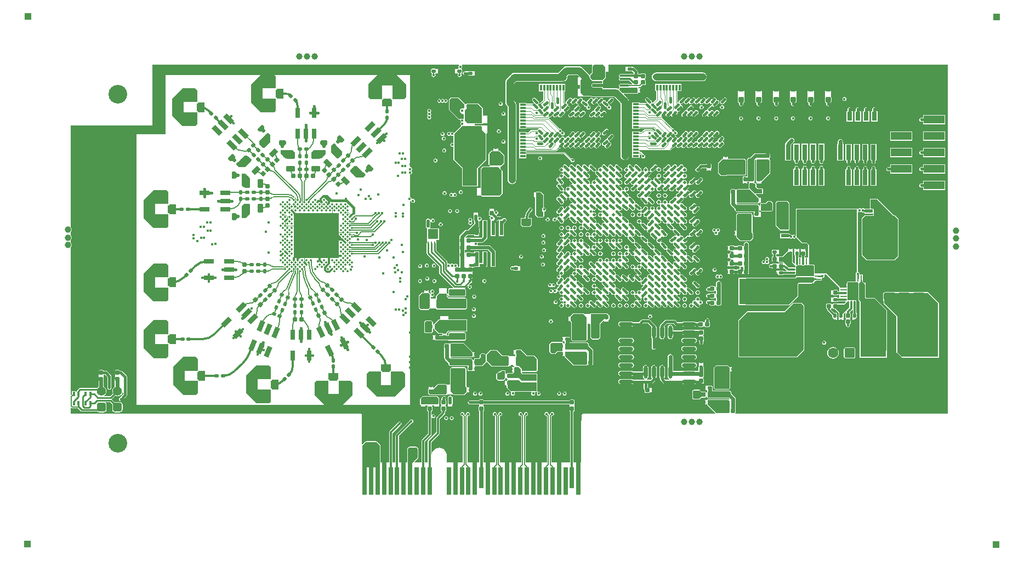
<source format=gtl>
G04 Layer_Physical_Order=1*
G04 Layer_Color=255*
%FSLAX44Y44*%
%MOMM*%
G71*
G01*
G75*
%ADD10C,0.3090*%
%ADD11C,0.2000*%
%ADD12C,0.1900*%
%ADD13C,0.1100*%
%ADD14C,0.1400*%
%ADD15C,0.1600*%
%ADD16C,0.1500*%
%ADD17C,0.5000*%
G04:AMPARAMS|DCode=18|XSize=0.6mm|YSize=0.6mm|CornerRadius=0.06mm|HoleSize=0mm|Usage=FLASHONLY|Rotation=0.000|XOffset=0mm|YOffset=0mm|HoleType=Round|Shape=RoundedRectangle|*
%AMROUNDEDRECTD18*
21,1,0.6000,0.4800,0,0,0.0*
21,1,0.4800,0.6000,0,0,0.0*
1,1,0.1200,0.2400,-0.2400*
1,1,0.1200,-0.2400,-0.2400*
1,1,0.1200,-0.2400,0.2400*
1,1,0.1200,0.2400,0.2400*
%
%ADD18ROUNDEDRECTD18*%
G04:AMPARAMS|DCode=19|XSize=0.5mm|YSize=0.6mm|CornerRadius=0.05mm|HoleSize=0mm|Usage=FLASHONLY|Rotation=0.000|XOffset=0mm|YOffset=0mm|HoleType=Round|Shape=RoundedRectangle|*
%AMROUNDEDRECTD19*
21,1,0.5000,0.5000,0,0,0.0*
21,1,0.4000,0.6000,0,0,0.0*
1,1,0.1000,0.2000,-0.2500*
1,1,0.1000,-0.2000,-0.2500*
1,1,0.1000,-0.2000,0.2500*
1,1,0.1000,0.2000,0.2500*
%
%ADD19ROUNDEDRECTD19*%
G04:AMPARAMS|DCode=20|XSize=0.6mm|YSize=0.6mm|CornerRadius=0.06mm|HoleSize=0mm|Usage=FLASHONLY|Rotation=270.000|XOffset=0mm|YOffset=0mm|HoleType=Round|Shape=RoundedRectangle|*
%AMROUNDEDRECTD20*
21,1,0.6000,0.4800,0,0,270.0*
21,1,0.4800,0.6000,0,0,270.0*
1,1,0.1200,-0.2400,-0.2400*
1,1,0.1200,-0.2400,0.2400*
1,1,0.1200,0.2400,0.2400*
1,1,0.1200,0.2400,-0.2400*
%
%ADD20ROUNDEDRECTD20*%
G04:AMPARAMS|DCode=21|XSize=0.8mm|YSize=0.8mm|CornerRadius=0.1mm|HoleSize=0mm|Usage=FLASHONLY|Rotation=90.000|XOffset=0mm|YOffset=0mm|HoleType=Round|Shape=RoundedRectangle|*
%AMROUNDEDRECTD21*
21,1,0.8000,0.6000,0,0,90.0*
21,1,0.6000,0.8000,0,0,90.0*
1,1,0.2000,0.3000,0.3000*
1,1,0.2000,0.3000,-0.3000*
1,1,0.2000,-0.3000,-0.3000*
1,1,0.2000,-0.3000,0.3000*
%
%ADD21ROUNDEDRECTD21*%
G04:AMPARAMS|DCode=22|XSize=0.7mm|YSize=0.4mm|CornerRadius=0.05mm|HoleSize=0mm|Usage=FLASHONLY|Rotation=270.000|XOffset=0mm|YOffset=0mm|HoleType=Round|Shape=RoundedRectangle|*
%AMROUNDEDRECTD22*
21,1,0.7000,0.3000,0,0,270.0*
21,1,0.6000,0.4000,0,0,270.0*
1,1,0.1000,-0.1500,-0.3000*
1,1,0.1000,-0.1500,0.3000*
1,1,0.1000,0.1500,0.3000*
1,1,0.1000,0.1500,-0.3000*
%
%ADD22ROUNDEDRECTD22*%
%ADD23R,0.9500X0.4000*%
%ADD24R,0.9500X0.3500*%
%ADD25R,0.3500X0.9500*%
%ADD26R,0.4000X0.9500*%
%ADD27C,0.4500*%
%ADD28R,0.7500X2.4000*%
G04:AMPARAMS|DCode=29|XSize=0.5mm|YSize=0.6mm|CornerRadius=0.05mm|HoleSize=0mm|Usage=FLASHONLY|Rotation=90.000|XOffset=0mm|YOffset=0mm|HoleType=Round|Shape=RoundedRectangle|*
%AMROUNDEDRECTD29*
21,1,0.5000,0.5000,0,0,90.0*
21,1,0.4000,0.6000,0,0,90.0*
1,1,0.1000,0.2500,0.2000*
1,1,0.1000,0.2500,-0.2000*
1,1,0.1000,-0.2500,-0.2000*
1,1,0.1000,-0.2500,0.2000*
%
%ADD29ROUNDEDRECTD29*%
G04:AMPARAMS|DCode=30|XSize=1.3mm|YSize=0.8mm|CornerRadius=0.1mm|HoleSize=0mm|Usage=FLASHONLY|Rotation=90.000|XOffset=0mm|YOffset=0mm|HoleType=Round|Shape=RoundedRectangle|*
%AMROUNDEDRECTD30*
21,1,1.3000,0.6000,0,0,90.0*
21,1,1.1000,0.8000,0,0,90.0*
1,1,0.2000,0.3000,0.5500*
1,1,0.2000,0.3000,-0.5500*
1,1,0.2000,-0.3000,-0.5500*
1,1,0.2000,-0.3000,0.5500*
%
%ADD30ROUNDEDRECTD30*%
%ADD31R,2.2000X0.5500*%
%ADD32R,1.5500X1.0000*%
%ADD33R,1.2000X1.6000*%
%ADD34R,1.2000X1.2000*%
%ADD35R,1.2000X2.1500*%
%ADD36R,0.5500X2.2000*%
G04:AMPARAMS|DCode=37|XSize=1.8mm|YSize=1.15mm|CornerRadius=0.1437mm|HoleSize=0mm|Usage=FLASHONLY|Rotation=0.000|XOffset=0mm|YOffset=0mm|HoleType=Round|Shape=RoundedRectangle|*
%AMROUNDEDRECTD37*
21,1,1.8000,0.8625,0,0,0.0*
21,1,1.5125,1.1500,0,0,0.0*
1,1,0.2875,0.7562,-0.4313*
1,1,0.2875,-0.7562,-0.4313*
1,1,0.2875,-0.7562,0.4313*
1,1,0.2875,0.7562,0.4313*
%
%ADD37ROUNDEDRECTD37*%
G04:AMPARAMS|DCode=38|XSize=1.8mm|YSize=1.15mm|CornerRadius=0.1437mm|HoleSize=0mm|Usage=FLASHONLY|Rotation=270.000|XOffset=0mm|YOffset=0mm|HoleType=Round|Shape=RoundedRectangle|*
%AMROUNDEDRECTD38*
21,1,1.8000,0.8625,0,0,270.0*
21,1,1.5125,1.1500,0,0,270.0*
1,1,0.2875,-0.4313,-0.7562*
1,1,0.2875,-0.4313,0.7562*
1,1,0.2875,0.4313,0.7562*
1,1,0.2875,0.4313,-0.7562*
%
%ADD38ROUNDEDRECTD38*%
%ADD39R,3.2004X1.2700*%
%ADD40R,4.0500X4.3000*%
%ADD41R,1.2000X0.5000*%
%ADD42R,5.0000X4.0000*%
%ADD43O,2.2000X0.6000*%
G04:AMPARAMS|DCode=44|XSize=1mm|YSize=0.9mm|CornerRadius=0.1125mm|HoleSize=0mm|Usage=FLASHONLY|Rotation=0.000|XOffset=0mm|YOffset=0mm|HoleType=Round|Shape=RoundedRectangle|*
%AMROUNDEDRECTD44*
21,1,1.0000,0.6750,0,0,0.0*
21,1,0.7750,0.9000,0,0,0.0*
1,1,0.2250,0.3875,-0.3375*
1,1,0.2250,-0.3875,-0.3375*
1,1,0.2250,-0.3875,0.3375*
1,1,0.2250,0.3875,0.3375*
%
%ADD44ROUNDEDRECTD44*%
G04:AMPARAMS|DCode=45|XSize=1mm|YSize=0.9mm|CornerRadius=0.1125mm|HoleSize=0mm|Usage=FLASHONLY|Rotation=270.000|XOffset=0mm|YOffset=0mm|HoleType=Round|Shape=RoundedRectangle|*
%AMROUNDEDRECTD45*
21,1,1.0000,0.6750,0,0,270.0*
21,1,0.7750,0.9000,0,0,270.0*
1,1,0.2250,-0.3375,-0.3875*
1,1,0.2250,-0.3375,0.3875*
1,1,0.2250,0.3375,0.3875*
1,1,0.2250,0.3375,-0.3875*
%
%ADD45ROUNDEDRECTD45*%
G04:AMPARAMS|DCode=46|XSize=1.3mm|YSize=0.8mm|CornerRadius=0.1mm|HoleSize=0mm|Usage=FLASHONLY|Rotation=180.000|XOffset=0mm|YOffset=0mm|HoleType=Round|Shape=RoundedRectangle|*
%AMROUNDEDRECTD46*
21,1,1.3000,0.6000,0,0,180.0*
21,1,1.1000,0.8000,0,0,180.0*
1,1,0.2000,-0.5500,0.3000*
1,1,0.2000,0.5500,0.3000*
1,1,0.2000,0.5500,-0.3000*
1,1,0.2000,-0.5500,-0.3000*
%
%ADD46ROUNDEDRECTD46*%
%ADD47R,1.0000X2.2000*%
G04:AMPARAMS|DCode=48|XSize=2.2mm|YSize=3.4mm|CornerRadius=0mm|HoleSize=0mm|Usage=FLASHONLY|Rotation=90.000|XOffset=0mm|YOffset=0mm|HoleType=Round|Shape=Octagon|*
%AMOCTAGOND48*
4,1,8,-1.7000,-0.5500,-1.7000,0.5500,-1.1500,1.1000,1.1500,1.1000,1.7000,0.5500,1.7000,-0.5500,1.1500,-1.1000,-1.1500,-1.1000,-1.7000,-0.5500,0.0*
%
%ADD48OCTAGOND48*%

%ADD49R,0.8000X1.4000*%
G04:AMPARAMS|DCode=50|XSize=1.6mm|YSize=1.9mm|CornerRadius=0.2mm|HoleSize=0mm|Usage=FLASHONLY|Rotation=180.000|XOffset=0mm|YOffset=0mm|HoleType=Round|Shape=RoundedRectangle|*
%AMROUNDEDRECTD50*
21,1,1.6000,1.5000,0,0,180.0*
21,1,1.2000,1.9000,0,0,180.0*
1,1,0.4000,-0.6000,0.7500*
1,1,0.4000,0.6000,0.7500*
1,1,0.4000,0.6000,-0.7500*
1,1,0.4000,-0.6000,-0.7500*
%
%ADD50ROUNDEDRECTD50*%
%ADD51O,1.6000X0.3000*%
G04:AMPARAMS|DCode=52|XSize=1.6mm|YSize=0.3mm|CornerRadius=0.0375mm|HoleSize=0mm|Usage=FLASHONLY|Rotation=0.000|XOffset=0mm|YOffset=0mm|HoleType=Round|Shape=RoundedRectangle|*
%AMROUNDEDRECTD52*
21,1,1.6000,0.2250,0,0,0.0*
21,1,1.5250,0.3000,0,0,0.0*
1,1,0.0750,0.7625,-0.1125*
1,1,0.0750,-0.7625,-0.1125*
1,1,0.0750,-0.7625,0.1125*
1,1,0.0750,0.7625,0.1125*
%
%ADD52ROUNDEDRECTD52*%
%ADD53R,2.6000X1.3000*%
%ADD54R,1.3000X2.6000*%
%ADD55R,0.2500X0.6250*%
%ADD56R,1.6000X1.6000*%
G04:AMPARAMS|DCode=57|XSize=2.5mm|YSize=1.1mm|CornerRadius=0.1375mm|HoleSize=0mm|Usage=FLASHONLY|Rotation=180.000|XOffset=0mm|YOffset=0mm|HoleType=Round|Shape=RoundedRectangle|*
%AMROUNDEDRECTD57*
21,1,2.5000,0.8250,0,0,180.0*
21,1,2.2250,1.1000,0,0,180.0*
1,1,0.2750,-1.1125,0.4125*
1,1,0.2750,1.1125,0.4125*
1,1,0.2750,1.1125,-0.4125*
1,1,0.2750,-1.1125,-0.4125*
%
%ADD57ROUNDEDRECTD57*%
G04:AMPARAMS|DCode=58|XSize=10mm|YSize=10.5mm|CornerRadius=1.25mm|HoleSize=0mm|Usage=FLASHONLY|Rotation=180.000|XOffset=0mm|YOffset=0mm|HoleType=Round|Shape=RoundedRectangle|*
%AMROUNDEDRECTD58*
21,1,10.0000,8.0000,0,0,180.0*
21,1,7.5000,10.5000,0,0,180.0*
1,1,2.5000,-3.7500,4.0000*
1,1,2.5000,3.7500,4.0000*
1,1,2.5000,3.7500,-4.0000*
1,1,2.5000,-3.7500,-4.0000*
%
%ADD58ROUNDEDRECTD58*%
%ADD59R,0.9000X2.5500*%
%ADD60R,1.4000X2.5500*%
%ADD61R,1.0000X0.2500*%
%ADD62R,0.2500X1.0000*%
G04:AMPARAMS|DCode=63|XSize=1.3mm|YSize=0.8mm|CornerRadius=0.1mm|HoleSize=0mm|Usage=FLASHONLY|Rotation=225.000|XOffset=0mm|YOffset=0mm|HoleType=Round|Shape=RoundedRectangle|*
%AMROUNDEDRECTD63*
21,1,1.3000,0.6000,0,0,225.0*
21,1,1.1000,0.8000,0,0,225.0*
1,1,0.2000,-0.6010,-0.1768*
1,1,0.2000,0.1768,0.6010*
1,1,0.2000,0.6010,0.1768*
1,1,0.2000,-0.1768,-0.6010*
%
%ADD63ROUNDEDRECTD63*%
G04:AMPARAMS|DCode=64|XSize=1.3mm|YSize=0.8mm|CornerRadius=0.1mm|HoleSize=0mm|Usage=FLASHONLY|Rotation=135.000|XOffset=0mm|YOffset=0mm|HoleType=Round|Shape=RoundedRectangle|*
%AMROUNDEDRECTD64*
21,1,1.3000,0.6000,0,0,135.0*
21,1,1.1000,0.8000,0,0,135.0*
1,1,0.2000,-0.1768,0.6010*
1,1,0.2000,0.6010,-0.1768*
1,1,0.2000,0.1768,-0.6010*
1,1,0.2000,-0.6010,0.1768*
%
%ADD64ROUNDEDRECTD64*%
G04:AMPARAMS|DCode=65|XSize=0.5mm|YSize=0.6mm|CornerRadius=0.05mm|HoleSize=0mm|Usage=FLASHONLY|Rotation=247.500|XOffset=0mm|YOffset=0mm|HoleType=Round|Shape=RoundedRectangle|*
%AMROUNDEDRECTD65*
21,1,0.5000,0.5000,0,0,247.5*
21,1,0.4000,0.6000,0,0,247.5*
1,1,0.1000,-0.3075,-0.0891*
1,1,0.1000,-0.1544,0.2804*
1,1,0.1000,0.3075,0.0891*
1,1,0.1000,0.1544,-0.2804*
%
%ADD65ROUNDEDRECTD65*%
%ADD66R,2.5500X0.9000*%
%ADD67R,2.5500X1.4000*%
%ADD68R,4.0000X5.0000*%
G04:AMPARAMS|DCode=69|XSize=0.5mm|YSize=0.6mm|CornerRadius=0.05mm|HoleSize=0mm|Usage=FLASHONLY|Rotation=45.000|XOffset=0mm|YOffset=0mm|HoleType=Round|Shape=RoundedRectangle|*
%AMROUNDEDRECTD69*
21,1,0.5000,0.5000,0,0,45.0*
21,1,0.4000,0.6000,0,0,45.0*
1,1,0.1000,0.3182,-0.0354*
1,1,0.1000,0.0354,-0.3182*
1,1,0.1000,-0.3182,0.0354*
1,1,0.1000,-0.0354,0.3182*
%
%ADD69ROUNDEDRECTD69*%
%ADD70R,1.0000X1.5500*%
%ADD71R,1.6000X1.2000*%
%ADD72R,1.2000X1.2000*%
%ADD73R,2.1500X1.2000*%
%ADD74R,0.9960X0.9960*%
G04:AMPARAMS|DCode=75|XSize=0.5mm|YSize=0.6mm|CornerRadius=0.05mm|HoleSize=0mm|Usage=FLASHONLY|Rotation=315.000|XOffset=0mm|YOffset=0mm|HoleType=Round|Shape=RoundedRectangle|*
%AMROUNDEDRECTD75*
21,1,0.5000,0.5000,0,0,315.0*
21,1,0.4000,0.6000,0,0,315.0*
1,1,0.1000,-0.0354,-0.3182*
1,1,0.1000,-0.3182,-0.0354*
1,1,0.1000,0.0354,0.3182*
1,1,0.1000,0.3182,0.0354*
%
%ADD75ROUNDEDRECTD75*%
G04:AMPARAMS|DCode=76|XSize=0.5mm|YSize=0.6mm|CornerRadius=0.05mm|HoleSize=0mm|Usage=FLASHONLY|Rotation=157.500|XOffset=0mm|YOffset=0mm|HoleType=Round|Shape=RoundedRectangle|*
%AMROUNDEDRECTD76*
21,1,0.5000,0.5000,0,0,157.5*
21,1,0.4000,0.6000,0,0,157.5*
1,1,0.1000,-0.0891,0.3075*
1,1,0.1000,0.2804,0.1544*
1,1,0.1000,0.0891,-0.3075*
1,1,0.1000,-0.2804,-0.1544*
%
%ADD76ROUNDEDRECTD76*%
G04:AMPARAMS|DCode=77|XSize=0.76mm|YSize=1.65mm|CornerRadius=0mm|HoleSize=0mm|Usage=FLASHONLY|Rotation=135.000|XOffset=0mm|YOffset=0mm|HoleType=Round|Shape=Rectangle|*
%AMROTATEDRECTD77*
4,1,4,0.8521,0.3147,-0.3147,-0.8521,-0.8521,-0.3147,0.3147,0.8521,0.8521,0.3147,0.0*
%
%ADD77ROTATEDRECTD77*%

G04:AMPARAMS|DCode=78|XSize=0.6mm|YSize=0.6mm|CornerRadius=0.06mm|HoleSize=0mm|Usage=FLASHONLY|Rotation=45.000|XOffset=0mm|YOffset=0mm|HoleType=Round|Shape=RoundedRectangle|*
%AMROUNDEDRECTD78*
21,1,0.6000,0.4800,0,0,45.0*
21,1,0.4800,0.6000,0,0,45.0*
1,1,0.1200,0.3394,0.0000*
1,1,0.1200,0.0000,-0.3394*
1,1,0.1200,-0.3394,0.0000*
1,1,0.1200,0.0000,0.3394*
%
%ADD78ROUNDEDRECTD78*%
G04:AMPARAMS|DCode=79|XSize=0.5mm|YSize=0.6mm|CornerRadius=0.05mm|HoleSize=0mm|Usage=FLASHONLY|Rotation=205.000|XOffset=0mm|YOffset=0mm|HoleType=Round|Shape=RoundedRectangle|*
%AMROUNDEDRECTD79*
21,1,0.5000,0.5000,0,0,205.0*
21,1,0.4000,0.6000,0,0,205.0*
1,1,0.1000,-0.2869,0.1421*
1,1,0.1000,0.0756,0.3111*
1,1,0.1000,0.2869,-0.1421*
1,1,0.1000,-0.0756,-0.3111*
%
%ADD79ROUNDEDRECTD79*%
G04:AMPARAMS|DCode=80|XSize=0.5mm|YSize=0.6mm|CornerRadius=0.05mm|HoleSize=0mm|Usage=FLASHONLY|Rotation=295.000|XOffset=0mm|YOffset=0mm|HoleType=Round|Shape=RoundedRectangle|*
%AMROUNDEDRECTD80*
21,1,0.5000,0.5000,0,0,295.0*
21,1,0.4000,0.6000,0,0,295.0*
1,1,0.1000,-0.1421,-0.2869*
1,1,0.1000,-0.3111,0.0756*
1,1,0.1000,0.1421,0.2869*
1,1,0.1000,0.3111,-0.0756*
%
%ADD80ROUNDEDRECTD80*%
G04:AMPARAMS|DCode=81|XSize=0.6mm|YSize=0.6mm|CornerRadius=0.06mm|HoleSize=0mm|Usage=FLASHONLY|Rotation=135.000|XOffset=0mm|YOffset=0mm|HoleType=Round|Shape=RoundedRectangle|*
%AMROUNDEDRECTD81*
21,1,0.6000,0.4800,0,0,135.0*
21,1,0.4800,0.6000,0,0,135.0*
1,1,0.1200,0.0000,0.3394*
1,1,0.1200,0.3394,0.0000*
1,1,0.1200,0.0000,-0.3394*
1,1,0.1200,-0.3394,0.0000*
%
%ADD81ROUNDEDRECTD81*%
G04:AMPARAMS|DCode=82|XSize=0.6mm|YSize=0.6mm|CornerRadius=0.06mm|HoleSize=0mm|Usage=FLASHONLY|Rotation=295.000|XOffset=0mm|YOffset=0mm|HoleType=Round|Shape=RoundedRectangle|*
%AMROUNDEDRECTD82*
21,1,0.6000,0.4800,0,0,295.0*
21,1,0.4800,0.6000,0,0,295.0*
1,1,0.1200,-0.1161,-0.3189*
1,1,0.1200,-0.3189,0.1161*
1,1,0.1200,0.1161,0.3189*
1,1,0.1200,0.3189,-0.1161*
%
%ADD82ROUNDEDRECTD82*%
G04:AMPARAMS|DCode=83|XSize=0.76mm|YSize=1.65mm|CornerRadius=0mm|HoleSize=0mm|Usage=FLASHONLY|Rotation=225.000|XOffset=0mm|YOffset=0mm|HoleType=Round|Shape=Rectangle|*
%AMROTATEDRECTD83*
4,1,4,-0.3147,0.8521,0.8521,-0.3147,0.3147,-0.8521,-0.8521,0.3147,-0.3147,0.8521,0.0*
%
%ADD83ROTATEDRECTD83*%

%ADD84R,0.7600X1.6500*%
G04:AMPARAMS|DCode=85|XSize=0.76mm|YSize=1.65mm|CornerRadius=0mm|HoleSize=0mm|Usage=FLASHONLY|Rotation=337.500|XOffset=0mm|YOffset=0mm|HoleType=Round|Shape=Rectangle|*
%AMROTATEDRECTD85*
4,1,4,-0.6668,-0.6168,-0.0354,0.9076,0.6668,0.6168,0.0354,-0.9076,-0.6668,-0.6168,0.0*
%
%ADD85ROTATEDRECTD85*%

G04:AMPARAMS|DCode=86|XSize=0.76mm|YSize=1.65mm|CornerRadius=0mm|HoleSize=0mm|Usage=FLASHONLY|Rotation=205.000|XOffset=0mm|YOffset=0mm|HoleType=Round|Shape=Rectangle|*
%AMROTATEDRECTD86*
4,1,4,-0.0043,0.9083,0.6931,-0.5871,0.0043,-0.9083,-0.6931,0.5871,-0.0043,0.9083,0.0*
%
%ADD86ROTATEDRECTD86*%

%ADD87R,1.6500X0.7600*%
%ADD88C,0.3500*%
%ADD89R,0.2000X0.2000*%
%ADD90R,0.9960X0.9960*%
%ADD91R,0.7000X4.2000*%
%ADD92R,0.7000X3.2000*%
%ADD93C,0.5000*%
%ADD94O,0.6000X2.0000*%
%ADD95C,0.4000*%
%ADD96C,0.1000*%
%ADD97C,0.1300*%
%ADD98C,0.2500*%
%ADD99C,0.3000*%
%ADD100C,0.6000*%
%ADD101C,0.7000*%
%ADD102C,1.3000*%
%ADD103C,0.3500*%
%ADD104C,0.4500*%
%ADD105C,1.1000*%
%ADD106R,7.0000X7.0000*%
%ADD107C,3.1000*%
%ADD108C,5.0000*%
%ADD109C,1.0000*%
G04:AMPARAMS|DCode=110|XSize=1.524mm|YSize=1.524mm|CornerRadius=0.1905mm|HoleSize=0mm|Usage=FLASHONLY|Rotation=270.000|XOffset=0mm|YOffset=0mm|HoleType=Round|Shape=RoundedRectangle|*
%AMROUNDEDRECTD110*
21,1,1.5240,1.1430,0,0,270.0*
21,1,1.1430,1.5240,0,0,270.0*
1,1,0.3810,-0.5715,-0.5715*
1,1,0.3810,-0.5715,0.5715*
1,1,0.3810,0.5715,0.5715*
1,1,0.3810,0.5715,-0.5715*
%
%ADD110ROUNDEDRECTD110*%
%ADD111C,1.6000*%
%ADD112O,5.0000X2.0000*%
%ADD113O,2.2000X5.0000*%
%ADD114O,2.0000X5.0000*%
%ADD115C,1.4000*%
G04:AMPARAMS|DCode=116|XSize=1.4mm|YSize=1.4mm|CornerRadius=0.35mm|HoleSize=0mm|Usage=FLASHONLY|Rotation=90.000|XOffset=0mm|YOffset=0mm|HoleType=Round|Shape=RoundedRectangle|*
%AMROUNDEDRECTD116*
21,1,1.4000,0.7000,0,0,90.0*
21,1,0.7000,1.4000,0,0,90.0*
1,1,0.7000,0.3500,0.3500*
1,1,0.7000,0.3500,-0.3500*
1,1,0.7000,-0.3500,-0.3500*
1,1,0.7000,-0.3500,0.3500*
%
%ADD116ROUNDEDRECTD116*%
%ADD117C,0.6604*%
%ADD118C,2.8800*%
%ADD119C,0.4000*%
G36*
X1356668Y138582D02*
X1028737D01*
X1028661Y138782D01*
X1028571Y139582D01*
X1028929Y139822D01*
X1029282Y140351D01*
X1029406Y140975D01*
Y143139D01*
X1029453Y143375D01*
Y161625D01*
X1029453Y161625D01*
X1029143Y163186D01*
X1028259Y164509D01*
X1028259Y164509D01*
X1022707Y170060D01*
Y171625D01*
X1022390Y172390D01*
X1022390Y172390D01*
X1020640Y174140D01*
X1019875Y174457D01*
X993453D01*
Y176516D01*
X993499Y176625D01*
Y180625D01*
X993023Y181773D01*
X991875Y182249D01*
X986875D01*
X986452Y182073D01*
X986375Y182125D01*
Y182125D01*
X982375D01*
Y175125D01*
X985297D01*
X985297Y172873D01*
X984717Y171875D01*
X983457D01*
X983140Y172640D01*
X982375Y172957D01*
X977073D01*
X974515Y175515D01*
X973750Y175832D01*
X965000D01*
X964235Y175515D01*
X964235Y175515D01*
X962735Y174015D01*
X962418Y173250D01*
Y163500D01*
X962735Y162735D01*
X962735Y162735D01*
X964485Y160985D01*
X965250Y160668D01*
X973000D01*
X973765Y160985D01*
X976573Y163793D01*
X982375D01*
X983140Y164110D01*
X983457Y164875D01*
X984369D01*
X985293Y164625D01*
X985478Y164177D01*
X985610Y163860D01*
X985610Y163860D01*
X986610Y162860D01*
X986981Y162706D01*
X987375Y162543D01*
X1018690Y162543D01*
X1019594Y161639D01*
X1019027Y160791D01*
X1018625Y160957D01*
X986375D01*
X985610Y160640D01*
X985510Y160400D01*
X982280D01*
Y153400D01*
X984768D01*
X985293Y152875D01*
X985610Y152110D01*
X998137Y139582D01*
X997723Y138582D01*
X792750D01*
X791985Y138265D01*
X791668Y137500D01*
Y129015D01*
X791558Y128942D01*
X791116Y128280D01*
X790961Y127500D01*
Y63250D01*
X779095D01*
Y142507D01*
X779524Y142593D01*
X780053Y142947D01*
X780407Y143476D01*
X780531Y144100D01*
Y148900D01*
X780407Y149524D01*
X780053Y150054D01*
X780000Y150089D01*
Y152911D01*
X780053Y152947D01*
X780407Y153476D01*
X780531Y154100D01*
Y158900D01*
X780407Y159524D01*
X780053Y160054D01*
X779524Y160407D01*
X778900Y160531D01*
X774100D01*
X773476Y160407D01*
X772946Y160054D01*
X772616Y159559D01*
X640384D01*
X640054Y160054D01*
X639524Y160407D01*
X638900Y160531D01*
X634100D01*
X633476Y160407D01*
X632947Y160054D01*
X632616Y159559D01*
X618750D01*
X618750Y159559D01*
X617579Y159326D01*
X616587Y158663D01*
X615924Y157671D01*
X615691Y156500D01*
X615924Y155330D01*
X616587Y154337D01*
X617579Y153674D01*
X618750Y153441D01*
X632616D01*
X632947Y152947D01*
X633000Y152911D01*
Y150089D01*
X632947Y150054D01*
X632593Y149524D01*
X632469Y148900D01*
Y144100D01*
X632593Y143476D01*
X632947Y142947D01*
X633441Y142616D01*
Y63250D01*
X615039D01*
Y134487D01*
X615750Y135191D01*
X616921Y135424D01*
X617913Y136087D01*
X618576Y137079D01*
X618809Y138250D01*
X618576Y139420D01*
X617913Y140413D01*
X616921Y141076D01*
X615750Y141309D01*
X614580Y141076D01*
X613587Y140413D01*
X612924Y139420D01*
X612691Y138250D01*
X611968Y137567D01*
X611032Y137567D01*
X610309Y138250D01*
X610076Y139420D01*
X609413Y140413D01*
X608421Y141076D01*
X607250Y141309D01*
X606079Y141076D01*
X605087Y140413D01*
X604424Y139420D01*
X604191Y138250D01*
X604424Y137079D01*
X605087Y136087D01*
X606079Y135424D01*
X607250Y135191D01*
X607961Y134486D01*
Y63250D01*
X583039D01*
Y75123D01*
X583013Y75255D01*
X583022Y75389D01*
X582777Y77246D01*
X582691Y77499D01*
X582639Y77760D01*
X581682Y80071D01*
X581534Y80293D01*
X581416Y80532D01*
X579893Y82517D01*
X579693Y82693D01*
X579517Y82893D01*
X577532Y84416D01*
X577293Y84534D01*
X577071Y84682D01*
X574760Y85639D01*
X574499Y85691D01*
X574246Y85777D01*
X571766Y86104D01*
X571500Y86086D01*
X571234Y86104D01*
X568754Y85777D01*
X568501Y85691D01*
X568240Y85639D01*
X565929Y84682D01*
X565707Y84534D01*
X565468Y84416D01*
X563483Y82893D01*
X563307Y82693D01*
X563107Y82517D01*
X561584Y80532D01*
X561466Y80293D01*
X561318Y80071D01*
X560361Y77760D01*
X560308Y77499D01*
X560223Y77246D01*
X560095Y76272D01*
X559095Y76338D01*
Y94925D01*
X571085Y106915D01*
X571647Y107757D01*
X571845Y108750D01*
Y130425D01*
X579835Y138415D01*
X580397Y139257D01*
X580595Y140250D01*
Y142507D01*
X581024Y142593D01*
X581553Y142947D01*
X581907Y143476D01*
X582031Y144100D01*
Y148900D01*
X581907Y149524D01*
X581553Y150054D01*
X581500Y150089D01*
Y152911D01*
X581553Y152946D01*
X581907Y153476D01*
X582031Y154100D01*
Y158900D01*
X581907Y159524D01*
X581553Y160054D01*
X581429Y160136D01*
X581409Y160208D01*
X581292Y161280D01*
X581826Y162079D01*
X582059Y163250D01*
X581826Y164421D01*
X581163Y165413D01*
X580171Y166076D01*
X579000Y166309D01*
X577830Y166076D01*
X576837Y165413D01*
X575837Y164413D01*
X575174Y163420D01*
X574941Y162250D01*
X574941Y162250D01*
Y160384D01*
X574446Y160054D01*
X574093Y159524D01*
X573969Y158900D01*
Y154100D01*
X574093Y153476D01*
X574446Y152946D01*
X574500Y152911D01*
Y150089D01*
X574446Y150054D01*
X574093Y149524D01*
X573969Y148900D01*
Y144100D01*
X574093Y143476D01*
X574446Y142947D01*
X574976Y142593D01*
X575405Y142507D01*
Y141325D01*
X567415Y133335D01*
X566853Y132493D01*
X566655Y131500D01*
Y109825D01*
X554665Y97835D01*
X554102Y96993D01*
X553905Y96000D01*
Y63250D01*
X549095D01*
Y95425D01*
X558835Y105165D01*
X559397Y106007D01*
X559595Y107000D01*
Y132472D01*
X559735Y132588D01*
X560595Y132915D01*
X561329Y132424D01*
X562500Y132191D01*
X563671Y132424D01*
X564663Y133087D01*
X565326Y134079D01*
X565559Y135250D01*
X565326Y136420D01*
X564663Y137413D01*
X563671Y138076D01*
X562500Y138309D01*
X561329Y138076D01*
X560595Y137585D01*
X559735Y137912D01*
X559595Y138028D01*
Y142507D01*
X560024Y142593D01*
X560554Y142947D01*
X560907Y143476D01*
X561031Y144100D01*
Y148900D01*
X560907Y149524D01*
X560554Y150054D01*
X560500Y150089D01*
Y151912D01*
X564000D01*
Y149500D01*
X571000D01*
Y153500D01*
X571000D01*
X570948Y153577D01*
X571124Y154000D01*
Y154572D01*
X571239Y154744D01*
X571588Y156500D01*
X571582Y156529D01*
Y162750D01*
X571265Y163515D01*
X571265Y163515D01*
X569015Y165765D01*
X568250Y166082D01*
X546250D01*
X545485Y165765D01*
X542235Y162515D01*
X541917Y161750D01*
Y156529D01*
X541912Y156500D01*
X541917Y156471D01*
Y153500D01*
X542235Y152735D01*
X543000Y152418D01*
Y149500D01*
X550000D01*
Y151912D01*
X553500D01*
Y150089D01*
X553447Y150054D01*
X553093Y149524D01*
X552969Y148900D01*
Y144100D01*
X553093Y143476D01*
X553447Y142947D01*
X553976Y142593D01*
X554405Y142507D01*
Y108075D01*
X544665Y98335D01*
X544102Y97493D01*
X543905Y96500D01*
Y63250D01*
X533337D01*
X532955Y64174D01*
X539015Y70235D01*
X539332Y71000D01*
Y84500D01*
X539015Y85265D01*
X539015Y85265D01*
X536765Y87515D01*
X536000Y87832D01*
X525250D01*
X524485Y87515D01*
X524485Y87515D01*
X522235Y85265D01*
X521918Y84500D01*
Y83031D01*
X521912Y83000D01*
Y63250D01*
X509095D01*
Y104175D01*
X529013Y124093D01*
X529421Y124174D01*
X530413Y124837D01*
X531076Y125829D01*
X531309Y127000D01*
X531076Y128170D01*
X530413Y129163D01*
X529421Y129826D01*
X528250Y130059D01*
X527080Y129826D01*
X526087Y129163D01*
X525424Y128170D01*
X525343Y127763D01*
X504665Y107085D01*
X504102Y106243D01*
X503905Y105250D01*
Y63250D01*
X499095D01*
Y108675D01*
X511013Y120593D01*
X511421Y120674D01*
X512413Y121337D01*
X513076Y122329D01*
X513309Y123500D01*
X513076Y124670D01*
X512413Y125663D01*
X511421Y126326D01*
X510250Y126559D01*
X509080Y126326D01*
X508087Y125663D01*
X507424Y124670D01*
X507343Y124263D01*
X494665Y111585D01*
X494102Y110743D01*
X493905Y109750D01*
Y63250D01*
X481082D01*
Y89500D01*
X481082Y89500D01*
X480765Y90265D01*
X475015Y96015D01*
X474250Y96332D01*
X458750D01*
X458750Y96332D01*
X457985Y96015D01*
X453039Y91070D01*
X452039Y91484D01*
Y109250D01*
X452039Y109250D01*
Y110147D01*
X452019Y110246D01*
X452029Y110346D01*
X451765Y113027D01*
X451707Y113220D01*
X451687Y113420D01*
X451586Y113753D01*
Y137600D01*
X451504Y137799D01*
Y138014D01*
X451427Y138200D01*
X451275Y138352D01*
X451269Y138366D01*
X451269Y138366D01*
X451192Y138551D01*
X451051Y138693D01*
X450852Y138775D01*
X450700Y138927D01*
X450514Y139004D01*
X450299Y139004D01*
X450100Y139086D01*
X2039D01*
Y148131D01*
X2963Y148514D01*
X3488Y147988D01*
X4067Y147601D01*
X4750Y147466D01*
X13250D01*
X13283Y147472D01*
X17628Y143128D01*
X17628Y143128D01*
X18372Y142631D01*
X19250Y142456D01*
X42455D01*
X42756Y142006D01*
X44244Y141011D01*
X46000Y140662D01*
X53000D01*
X54756Y141011D01*
X56244Y142006D01*
X57239Y143494D01*
X57588Y145250D01*
Y152250D01*
X57239Y154006D01*
X56244Y155494D01*
X55553Y155956D01*
X55857Y156956D01*
X63050D01*
X66635Y153371D01*
X66412Y152250D01*
Y145250D01*
X66761Y143494D01*
X67756Y142006D01*
X69244Y141011D01*
X71000Y140662D01*
X78000D01*
X79756Y141011D01*
X81244Y142006D01*
X82239Y143494D01*
X82588Y145250D01*
Y152250D01*
X82239Y154006D01*
X81244Y155494D01*
X79756Y156489D01*
X78000Y156838D01*
X71000D01*
X69879Y156615D01*
X65736Y160759D01*
X65735Y160761D01*
X65714Y161333D01*
X65833Y161934D01*
X66122Y162128D01*
X70671Y166677D01*
X72412Y165956D01*
X74500Y165681D01*
X76588Y165956D01*
X78534Y166762D01*
X80206Y168044D01*
X81488Y169715D01*
X82191Y171413D01*
X83191Y171214D01*
Y168767D01*
X77837Y163413D01*
X77174Y162421D01*
X76941Y161250D01*
X77174Y160079D01*
X77837Y159087D01*
X78829Y158424D01*
X80000Y158191D01*
X81171Y158424D01*
X82163Y159087D01*
X88413Y165337D01*
X88413Y165337D01*
X89076Y166329D01*
X89309Y167500D01*
X89309Y167500D01*
Y195750D01*
X89076Y196921D01*
X88413Y197913D01*
X88413Y197913D01*
X81913Y204413D01*
X80920Y205076D01*
X79750Y205309D01*
X79750Y205309D01*
X78384D01*
X78053Y205804D01*
X77524Y206157D01*
X76900Y206281D01*
X72100D01*
X71476Y206157D01*
X70946Y205804D01*
X70593Y205274D01*
X70469Y204650D01*
Y199850D01*
X70593Y199226D01*
X70946Y198696D01*
X71000Y198661D01*
Y195839D01*
X70946Y195804D01*
X70593Y195274D01*
X70469Y194650D01*
Y192486D01*
X70422Y192250D01*
X70422Y192250D01*
Y180704D01*
X68794Y179456D01*
X67512Y177785D01*
X66706Y175838D01*
X66431Y173750D01*
X66706Y171662D01*
X67427Y169921D01*
X63550Y166044D01*
X54241D01*
X53902Y167044D01*
X55206Y168044D01*
X56488Y169715D01*
X57294Y171662D01*
X57569Y173750D01*
X57294Y175838D01*
X56488Y177785D01*
X55206Y179456D01*
X53534Y180738D01*
X53328Y180823D01*
Y192250D01*
X53281Y192486D01*
Y194650D01*
X53157Y195274D01*
X52804Y195804D01*
X52750Y195839D01*
Y198661D01*
X52804Y198696D01*
X53134Y199191D01*
X55233D01*
X58941Y195483D01*
Y179250D01*
X59174Y178079D01*
X59837Y177087D01*
X60830Y176424D01*
X62000Y176191D01*
X63170Y176424D01*
X64163Y177087D01*
X64826Y178079D01*
X65059Y179250D01*
Y196750D01*
X65059Y196750D01*
X64826Y197920D01*
X64163Y198913D01*
X64163Y198913D01*
X58663Y204413D01*
X57670Y205076D01*
X56500Y205309D01*
X56500Y205309D01*
X53134D01*
X52804Y205804D01*
X52274Y206157D01*
X51650Y206281D01*
X46850D01*
X46226Y206157D01*
X45697Y205804D01*
X45343Y205274D01*
X45219Y204650D01*
Y199850D01*
X45343Y199226D01*
X45697Y198696D01*
X45750Y198661D01*
Y195839D01*
X45697Y195804D01*
X45343Y195274D01*
X45219Y194650D01*
Y192486D01*
X45172Y192250D01*
Y180513D01*
X43794Y179456D01*
X43287Y178794D01*
X17000D01*
X16122Y178619D01*
X15378Y178122D01*
X12378Y175122D01*
X11881Y174378D01*
X11706Y173500D01*
Y173295D01*
X11352Y173148D01*
X11041Y172398D01*
X9959D01*
X9648Y173148D01*
X8500Y173624D01*
X5500D01*
X4352Y173148D01*
X3876Y172000D01*
Y168400D01*
X2963Y167486D01*
X2039Y167869D01*
Y394900D01*
X2076Y394924D01*
X3402Y396909D01*
X3868Y399250D01*
X3402Y401591D01*
X2076Y403576D01*
X2039Y403600D01*
Y406650D01*
X2076Y406674D01*
X3402Y408659D01*
X3868Y411000D01*
X3402Y413341D01*
X2076Y415326D01*
X2039Y415350D01*
Y418650D01*
X2076Y418674D01*
X3402Y420659D01*
X3868Y423000D01*
X3402Y425341D01*
X2076Y427326D01*
X2039Y427350D01*
Y583918D01*
X127000D01*
X127765Y584235D01*
X128082Y585000D01*
Y677918D01*
X601456D01*
X601705Y677547D01*
X601898Y676918D01*
X601350Y676096D01*
X601117Y674926D01*
X601350Y673755D01*
X601939Y672874D01*
X601812Y672382D01*
X601544Y671874D01*
X600250D01*
X599827Y671699D01*
X599750Y671750D01*
Y671750D01*
X595750D01*
X595750Y664750D01*
X599750Y664750D01*
X600204Y663898D01*
X600236Y663814D01*
X600233Y663633D01*
X599924Y663171D01*
X599691Y662000D01*
X599924Y660829D01*
X600587Y659837D01*
X601579Y659174D01*
X602750Y658941D01*
X603921Y659174D01*
X604913Y659837D01*
X605576Y660829D01*
X605809Y662000D01*
X605576Y663171D01*
X605267Y663633D01*
X605264Y663814D01*
X605640Y664788D01*
X606398Y665102D01*
X606873Y666250D01*
Y670250D01*
X606398Y671398D01*
X606212Y671475D01*
X606100Y672604D01*
X606339Y672763D01*
X607002Y673755D01*
X607234Y674926D01*
X607002Y676096D01*
X606453Y676918D01*
X606646Y677547D01*
X606896Y677918D01*
X807580D01*
X807963Y676994D01*
X807485Y676515D01*
X807168Y675750D01*
Y665948D01*
X804485Y663265D01*
X804264Y662733D01*
X803531Y662508D01*
X803173Y662512D01*
X802886Y662886D01*
X792136Y673636D01*
X790778Y674678D01*
X789197Y675333D01*
X787500Y675556D01*
X768000D01*
X766303Y675333D01*
X764722Y674678D01*
X763364Y673636D01*
X755034Y665306D01*
X687500D01*
X685803Y665083D01*
X684222Y664428D01*
X682864Y663386D01*
X675614Y656136D01*
X674572Y654778D01*
X673917Y653197D01*
X673694Y651500D01*
Y643500D01*
Y635500D01*
Y627500D01*
Y619750D01*
X673917Y618053D01*
X674572Y616472D01*
X675614Y615114D01*
X677194Y613535D01*
Y500000D01*
X677417Y498303D01*
X678072Y496722D01*
X679114Y495364D01*
X680472Y494322D01*
X682053Y493667D01*
X683750Y493444D01*
X685447Y493667D01*
X687028Y494322D01*
X688386Y495364D01*
X689428Y496722D01*
X690083Y498303D01*
X690306Y500000D01*
Y616250D01*
X690083Y617947D01*
X689428Y619528D01*
X688386Y620886D01*
X688136Y621136D01*
X688136Y621136D01*
X686806Y622466D01*
Y635500D01*
Y643500D01*
Y648784D01*
X690216Y652194D01*
X762750D01*
X764447Y652417D01*
X766028Y653072D01*
X767386Y654114D01*
X768428Y655472D01*
X769083Y657053D01*
X769306Y658750D01*
X769083Y660447D01*
X768976Y660704D01*
X770716Y662444D01*
X784784D01*
X787804Y659424D01*
X787422Y658500D01*
X785750D01*
Y646500D01*
X788668D01*
Y641250D01*
X785750D01*
Y629250D01*
X793750D01*
X793750Y629250D01*
X794250Y629168D01*
X794716Y629168D01*
X805272Y629168D01*
X806001Y628865D01*
X807698Y628642D01*
X841336D01*
X850306Y619672D01*
X850424Y619080D01*
X851087Y618087D01*
X851444Y617849D01*
Y612000D01*
Y602000D01*
Y592000D01*
Y582000D01*
Y572000D01*
Y567000D01*
Y557000D01*
Y547000D01*
Y537000D01*
X851667Y535303D01*
X852322Y533722D01*
X853364Y532364D01*
X854722Y531322D01*
X856303Y530667D01*
X858000Y530444D01*
X859697Y530667D01*
X861278Y531322D01*
X862636Y532364D01*
X863678Y533722D01*
X864333Y535303D01*
X864556Y537000D01*
Y542000D01*
Y552000D01*
Y562000D01*
Y572000D01*
Y582000D01*
Y592000D01*
Y602000D01*
Y612000D01*
Y621250D01*
X864333Y622947D01*
X863678Y624528D01*
X862636Y625886D01*
X856278Y632244D01*
X856661Y633168D01*
X877000D01*
X877000Y633168D01*
X877765Y633485D01*
X878515Y634235D01*
X878832Y635000D01*
X881750D01*
Y642000D01*
X879044D01*
X878591Y642874D01*
X879046Y643711D01*
X881250D01*
X882030Y643866D01*
X882692Y644308D01*
X885102Y646719D01*
X888650D01*
X889274Y646843D01*
X889803Y647197D01*
X890157Y647726D01*
X890281Y648350D01*
Y653150D01*
X890157Y653774D01*
X889803Y654304D01*
X889750Y654339D01*
Y657161D01*
X889803Y657197D01*
X890157Y657726D01*
X890281Y658350D01*
Y663150D01*
X890157Y663774D01*
X889803Y664304D01*
X889274Y664657D01*
X888650Y664781D01*
X883850D01*
X883226Y664657D01*
X882697Y664304D01*
X882359Y663799D01*
X879141D01*
X878803Y664304D01*
X878309Y664634D01*
Y667000D01*
X878076Y668170D01*
X877413Y669163D01*
X872913Y673663D01*
X871920Y674326D01*
X870750Y674559D01*
X870750Y674559D01*
X869685D01*
X869648Y674648D01*
X868500Y675124D01*
X863500D01*
X863077Y674949D01*
X863000Y675000D01*
Y675000D01*
X859000D01*
Y668000D01*
X863000D01*
Y668000D01*
X863077Y668052D01*
X863500Y667876D01*
X868500D01*
X869594Y668330D01*
X872191Y665733D01*
Y664634D01*
X871696Y664304D01*
X871359Y663799D01*
X851250D01*
X850275Y663605D01*
X849448Y663052D01*
X848895Y662225D01*
X848701Y661250D01*
X848895Y660275D01*
X849448Y659448D01*
X849592Y659351D01*
Y658149D01*
X849448Y658052D01*
X848895Y657225D01*
X848701Y656250D01*
X848895Y655275D01*
X849448Y654448D01*
X850275Y653895D01*
X851250Y653701D01*
X864694D01*
X869448Y648948D01*
X869685Y648789D01*
X869381Y647789D01*
X866228D01*
X866052Y648053D01*
X865225Y648605D01*
X864250Y648799D01*
X851250D01*
X850275Y648605D01*
X849448Y648053D01*
X848895Y647225D01*
X848701Y646250D01*
X848895Y645275D01*
X849448Y644448D01*
X849592Y644351D01*
Y643149D01*
X849448Y643053D01*
X848895Y642225D01*
X848828Y641886D01*
X848668Y641500D01*
Y640980D01*
X847771Y640538D01*
X847330Y640876D01*
X845749Y641531D01*
X844052Y641754D01*
X824699D01*
X824605Y642225D01*
X824052Y643052D01*
X823225Y643605D01*
X822250Y643799D01*
X819081D01*
X819000Y643832D01*
X808948D01*
X807582Y645198D01*
Y647302D01*
X808948Y648668D01*
X820750D01*
X820831Y648701D01*
X822250D01*
X823225Y648895D01*
X824052Y649448D01*
X824605Y650275D01*
X824799Y651250D01*
X824605Y652225D01*
X824231Y652785D01*
X824271Y653515D01*
X824276Y653532D01*
X824480Y653970D01*
X824515Y653985D01*
Y653985D01*
X828515Y657985D01*
X828832Y658750D01*
Y667000D01*
X833000D01*
Y677918D01*
X1356668D01*
Y138582D01*
D02*
G37*
G36*
X827750Y675000D02*
Y658750D01*
X823750Y654750D01*
X808500D01*
X805250Y658000D01*
Y662500D01*
X808250Y665500D01*
Y675750D01*
X810500Y678000D01*
X824750D01*
X827750Y675000D01*
D02*
G37*
G36*
X877750Y642000D02*
Y635000D01*
X877000Y634250D01*
X854750D01*
X849750Y639250D01*
Y641500D01*
X851000Y642750D01*
X877000D01*
X877750Y642000D01*
D02*
G37*
G36*
X808250Y652750D02*
X820750D01*
Y649750D01*
X808500D01*
X806500Y647750D01*
Y644750D01*
X808500Y642750D01*
X819000D01*
X821875Y639875D01*
X812250Y630250D01*
X794250Y630250D01*
X789750Y634750D01*
Y654500D01*
X793750Y658500D01*
X802500D01*
X808250Y652750D01*
D02*
G37*
G36*
X1021625Y171625D02*
Y165375D01*
X1019875Y163625D01*
X987375Y163625D01*
X986375Y164625D01*
X986375Y172625D01*
X987125Y173375D01*
X1019875D01*
X1021625Y171625D01*
D02*
G37*
G36*
X976625Y171875D02*
X982375D01*
X982375Y164875D01*
X976125D01*
X973000Y161750D01*
X965250D01*
X963500Y163500D01*
Y173250D01*
X965000Y174750D01*
X973750D01*
X976625Y171875D01*
D02*
G37*
G36*
X570500Y162750D02*
Y156500D01*
X567500Y153500D01*
X543000Y153500D01*
Y161750D01*
X546250Y165000D01*
X568250D01*
X570500Y162750D01*
D02*
G37*
G36*
X1019875Y158625D02*
Y141375D01*
X1018375Y139875D01*
X999375D01*
X986375Y152875D01*
X986375Y159875D01*
X1018625D01*
X1019875Y158625D01*
D02*
G37*
G36*
X772946Y152947D02*
X773000Y152911D01*
Y150089D01*
X772946Y150054D01*
X772593Y149524D01*
X772469Y148900D01*
Y144100D01*
X772593Y143476D01*
X772946Y142947D01*
X773476Y142593D01*
X773905Y142507D01*
Y63250D01*
X745039D01*
Y95998D01*
X745039Y96000D01*
X745039Y96000D01*
Y134487D01*
X745750Y135191D01*
X746921Y135424D01*
X747913Y136087D01*
X748576Y137079D01*
X748809Y138250D01*
X748576Y139420D01*
X747913Y140413D01*
X746921Y141076D01*
X745750Y141309D01*
X744579Y141076D01*
X743587Y140413D01*
X742924Y139420D01*
X742691Y138250D01*
X742720Y138104D01*
X742178Y137562D01*
X741500Y136991D01*
X740822Y137562D01*
X740280Y138104D01*
X740309Y138250D01*
X740076Y139420D01*
X739413Y140413D01*
X738421Y141076D01*
X737250Y141309D01*
X736079Y141076D01*
X735087Y140413D01*
X734424Y139420D01*
X734191Y138250D01*
X734424Y137079D01*
X735087Y136087D01*
X736079Y135424D01*
X737250Y135191D01*
X737961Y134487D01*
Y97244D01*
X737961Y97242D01*
Y63250D01*
X705039D01*
Y96998D01*
X705039Y97000D01*
X705039Y97000D01*
Y134487D01*
X705750Y135191D01*
X706920Y135424D01*
X707913Y136087D01*
X708576Y137079D01*
X708809Y138250D01*
X708576Y139420D01*
X707913Y140413D01*
X706920Y141076D01*
X705750Y141309D01*
X704579Y141076D01*
X703587Y140413D01*
X702924Y139420D01*
X702691Y138250D01*
X701968Y137567D01*
X701032Y137567D01*
X700309Y138250D01*
X700076Y139420D01*
X699413Y140413D01*
X698421Y141076D01*
X697250Y141309D01*
X696079Y141076D01*
X695087Y140413D01*
X694424Y139420D01*
X694191Y138250D01*
X694424Y137079D01*
X695087Y136087D01*
X696079Y135424D01*
X697250Y135191D01*
X697961Y134487D01*
Y98244D01*
X697961Y98242D01*
Y63250D01*
X665039D01*
Y86248D01*
X665039Y86250D01*
X665039Y86250D01*
Y134487D01*
X665750Y135191D01*
X666920Y135424D01*
X667913Y136087D01*
X668576Y137079D01*
X668809Y138250D01*
X668576Y139420D01*
X667913Y140413D01*
X666920Y141076D01*
X665750Y141309D01*
X664579Y141076D01*
X663587Y140413D01*
X662924Y139420D01*
X662691Y138250D01*
X661968Y137567D01*
X661032Y137567D01*
X660309Y138250D01*
X660076Y139420D01*
X659413Y140413D01*
X658421Y141076D01*
X657250Y141309D01*
X656079Y141076D01*
X655087Y140413D01*
X654424Y139420D01*
X654191Y138250D01*
X654424Y137079D01*
X655087Y136087D01*
X656079Y135424D01*
X657250Y135191D01*
X657961Y134487D01*
Y87494D01*
X657961Y87492D01*
Y63250D01*
X639559D01*
Y142616D01*
X640054Y142947D01*
X640407Y143476D01*
X640531Y144100D01*
Y148900D01*
X640407Y149524D01*
X640054Y150054D01*
X640000Y150089D01*
Y152911D01*
X640054Y152947D01*
X640384Y153441D01*
X772616D01*
X772946Y152947D01*
D02*
G37*
G36*
X538250Y84500D02*
Y71000D01*
X530000Y62750D01*
X529000D01*
X523250Y68500D01*
X523000D01*
Y84500D01*
X525250Y86750D01*
X536000D01*
X538250Y84500D01*
D02*
G37*
G36*
X480000Y89500D02*
Y55500D01*
X453000D01*
Y89500D01*
X458750Y95250D01*
X474250D01*
X480000Y89500D01*
D02*
G37*
%LPC*%
G36*
X565250Y671874D02*
X560250D01*
X559102Y671398D01*
X558626Y670250D01*
Y666250D01*
X559102Y665102D01*
X559860Y664788D01*
X560236Y663814D01*
X560233Y663633D01*
X559924Y663171D01*
X559691Y662000D01*
X559924Y660829D01*
X560587Y659837D01*
X561579Y659174D01*
X562750Y658941D01*
X563920Y659174D01*
X564913Y659837D01*
X565576Y660829D01*
X565809Y662000D01*
X565576Y663171D01*
X565267Y663633D01*
X565263Y663815D01*
X565296Y663898D01*
X565750Y664750D01*
X565750Y664750D01*
Y664750D01*
X569750Y664750D01*
X569750Y671750D01*
X565750D01*
Y671750D01*
X565673Y671699D01*
X565250Y671874D01*
D02*
G37*
G36*
X621976Y668389D02*
X616976D01*
X615828Y667913D01*
X615784Y667809D01*
X611000D01*
X609829Y667576D01*
X608837Y666913D01*
X608174Y665920D01*
X607941Y664750D01*
X608174Y663579D01*
X608837Y662587D01*
X609829Y661924D01*
X611000Y661691D01*
X615797D01*
X615828Y661617D01*
X616976Y661141D01*
X621202D01*
X621527Y661141D01*
X621527Y661141D01*
X621976Y661141D01*
X622347Y661233D01*
X623149Y661265D01*
X626476D01*
X626476Y668265D01*
X622476Y668265D01*
Y668265D01*
X622398Y668213D01*
X621976Y668389D01*
D02*
G37*
G36*
X978250Y666056D02*
X906500D01*
X904803Y665833D01*
X903222Y665178D01*
X901864Y664136D01*
X900822Y662778D01*
X900167Y661197D01*
X899949Y659540D01*
X899941Y659500D01*
X899949Y659460D01*
X900167Y657803D01*
X900822Y656222D01*
X901864Y654864D01*
X903222Y653822D01*
X904803Y653167D01*
X906500Y652944D01*
X978250D01*
X979947Y653167D01*
X981528Y653822D01*
X982886Y654864D01*
X983928Y656222D01*
X984583Y657803D01*
X984806Y659500D01*
X984583Y661197D01*
X983928Y662778D01*
X982886Y664136D01*
X981528Y665178D01*
X979947Y665833D01*
X978250Y666056D01*
D02*
G37*
G36*
X526000Y662750D02*
X505500D01*
X520250Y648000D01*
Y628000D01*
X517500Y625250D01*
X499000D01*
Y645750D01*
X483000D01*
Y625250D01*
X464500D01*
X461750Y628000D01*
Y648000D01*
X476500Y662750D01*
X316600D01*
X319250Y660100D01*
X319250Y641600D01*
X298750Y641600D01*
Y633600D01*
Y625600D01*
X319250Y625600D01*
X319250Y607100D01*
X316500Y604350D01*
X296500D01*
X281000Y619850D01*
Y633600D01*
Y647350D01*
X296400Y662750D01*
X148750D01*
Y570750D01*
X103750D01*
Y152750D01*
X393593Y152407D01*
X378750Y167250D01*
Y187250D01*
X381500Y190000D01*
X400000Y190000D01*
Y169500D01*
X416000D01*
Y190000D01*
X434500Y190000D01*
X437250Y187250D01*
Y167250D01*
X422373Y152373D01*
X526000Y152250D01*
Y467491D01*
X526921Y467674D01*
X526994Y467723D01*
X528046Y467224D01*
X528174Y466580D01*
X528837Y465587D01*
X529829Y464924D01*
X531000Y464691D01*
X532170Y464924D01*
X533163Y465587D01*
X533826Y466580D01*
X534059Y467750D01*
X533826Y468921D01*
X533163Y469913D01*
X532170Y470576D01*
X531000Y470809D01*
X529829Y470576D01*
X529756Y470527D01*
X528704Y471027D01*
X528576Y471671D01*
X527913Y472663D01*
X526921Y473326D01*
X526000Y473509D01*
Y508281D01*
X526500Y508691D01*
X527671Y508924D01*
X528663Y509587D01*
X529326Y510579D01*
X529559Y511750D01*
X529326Y512920D01*
X528663Y513913D01*
Y514587D01*
X529326Y515579D01*
X529559Y516750D01*
X529326Y517920D01*
X528663Y518913D01*
X527671Y519576D01*
X526500Y519809D01*
X526000Y520219D01*
Y662750D01*
D02*
G37*
G36*
X581500Y625309D02*
X580330Y625076D01*
X579337Y624413D01*
X578663D01*
X577671Y625076D01*
X576500Y625309D01*
X575330Y625076D01*
X574337Y624413D01*
X573663D01*
X572671Y625076D01*
X571500Y625309D01*
X570330Y625076D01*
X569337Y624413D01*
X568674Y623421D01*
X568441Y622250D01*
X568674Y621079D01*
X569337Y620087D01*
X570330Y619424D01*
X571500Y619191D01*
X572671Y619424D01*
X573663Y620087D01*
X574337D01*
X575330Y619424D01*
X576500Y619191D01*
X577671Y619424D01*
X578663Y620087D01*
X579337D01*
X580330Y619424D01*
X581500Y619191D01*
X582671Y619424D01*
X583663Y620087D01*
X584326Y621079D01*
X584559Y622250D01*
X584326Y623421D01*
X583663Y624413D01*
X582671Y625076D01*
X581500Y625309D01*
D02*
G37*
G36*
X1197250Y628309D02*
X1196080Y628076D01*
X1195087Y627413D01*
X1194424Y626421D01*
X1194191Y625250D01*
X1194424Y624080D01*
X1195087Y623087D01*
X1196080Y622424D01*
X1197250Y622191D01*
X1198421Y622424D01*
X1199413Y623087D01*
X1200076Y624080D01*
X1200309Y625250D01*
X1200076Y626421D01*
X1199413Y627413D01*
X1198421Y628076D01*
X1197250Y628309D01*
D02*
G37*
G36*
X925750Y648750D02*
X920250D01*
Y648750D01*
X905250D01*
Y637250D01*
X906376D01*
Y624672D01*
X901136Y619432D01*
X900500Y619559D01*
X900473Y619553D01*
X899766Y620261D01*
X899814Y620500D01*
X899561Y621768D01*
X898843Y622843D01*
X897768Y623561D01*
X897764Y623562D01*
X894663Y626663D01*
X893671Y627326D01*
X892500Y627559D01*
X891329Y627326D01*
X890337Y626663D01*
X889674Y625671D01*
X889441Y624500D01*
X889674Y623329D01*
X890337Y622337D01*
X892163Y620511D01*
X891834Y619426D01*
X891329Y619326D01*
X890337Y618663D01*
X890311Y618624D01*
X880750D01*
Y619750D01*
X869250D01*
Y609250D01*
Y599750D01*
X869250D01*
Y594250D01*
X869250D01*
Y589250D01*
Y579250D01*
X880750D01*
Y580376D01*
X902327D01*
X905568Y577136D01*
X905441Y576500D01*
X905447Y576473D01*
X904740Y575766D01*
X904500Y575814D01*
X903651Y575645D01*
X901648Y577648D01*
X900500Y578124D01*
X888500D01*
X887352Y577648D01*
X883327Y573624D01*
X880750D01*
Y574750D01*
X869250D01*
Y564250D01*
Y554750D01*
X869250D01*
Y549250D01*
X869250D01*
Y544250D01*
Y534250D01*
X880750D01*
Y539960D01*
X881750Y540204D01*
X883918Y538036D01*
X883674Y537671D01*
X883441Y536500D01*
X883674Y535330D01*
X884337Y534337D01*
X885330Y533674D01*
X886500Y533441D01*
X887671Y533674D01*
X888663Y534337D01*
X889326Y535330D01*
X889559Y536500D01*
X889326Y537671D01*
X888663Y538663D01*
X887671Y539326D01*
X887108Y539438D01*
X883398Y543148D01*
X882250Y543624D01*
X880750D01*
Y544876D01*
X926500D01*
X927648Y545352D01*
X931864Y549568D01*
X932500Y549441D01*
X933671Y549674D01*
X934663Y550337D01*
X936489Y552163D01*
X937574Y551834D01*
X937674Y551329D01*
X938337Y550337D01*
X939330Y549674D01*
X940500Y549441D01*
X941671Y549674D01*
X942663Y550337D01*
X944489Y552163D01*
X945574Y551834D01*
X945674Y551329D01*
X946337Y550337D01*
X947329Y549674D01*
X948500Y549441D01*
X949671Y549674D01*
X950663Y550337D01*
X952489Y552163D01*
X953574Y551834D01*
X953674Y551329D01*
X954337Y550337D01*
X955330Y549674D01*
X956500Y549441D01*
X957671Y549674D01*
X958663Y550337D01*
X960489Y552163D01*
X961574Y551834D01*
X961674Y551329D01*
X962337Y550337D01*
X963329Y549674D01*
X964500Y549441D01*
X965671Y549674D01*
X966663Y550337D01*
X968489Y552163D01*
X969574Y551834D01*
X969674Y551329D01*
X970337Y550337D01*
X971329Y549674D01*
X972500Y549441D01*
X973671Y549674D01*
X974663Y550337D01*
X976489Y552163D01*
X977574Y551834D01*
X977674Y551329D01*
X978337Y550337D01*
X979330Y549674D01*
X980500Y549441D01*
X981671Y549674D01*
X982663Y550337D01*
X984489Y552163D01*
X985574Y551834D01*
X985674Y551329D01*
X986337Y550337D01*
X987329Y549674D01*
X988500Y549441D01*
X989671Y549674D01*
X990663Y550337D01*
X992489Y552163D01*
X993574Y551834D01*
X993674Y551329D01*
X994337Y550337D01*
X995330Y549674D01*
X996500Y549441D01*
X997671Y549674D01*
X998663Y550337D01*
X1000489Y552163D01*
X1001574Y551834D01*
X1001674Y551329D01*
X1002337Y550337D01*
X1003329Y549674D01*
X1004500Y549441D01*
X1005671Y549674D01*
X1006663Y550337D01*
X1009763Y553438D01*
X1009768Y553438D01*
X1010843Y554157D01*
X1011562Y555232D01*
X1011814Y556500D01*
X1011562Y557768D01*
X1010843Y558843D01*
X1009768Y559561D01*
X1009379Y559639D01*
X1009050Y560724D01*
X1009763Y561438D01*
X1009768Y561439D01*
X1010843Y562157D01*
X1011562Y563232D01*
X1011814Y564500D01*
X1011562Y565768D01*
X1010843Y566843D01*
X1009768Y567561D01*
X1008500Y567814D01*
X1007232Y567561D01*
X1006157Y566843D01*
X1005439Y565768D01*
X1005438Y565763D01*
X1002337Y562663D01*
X1001674Y561670D01*
X1001441Y560500D01*
X1001447Y560473D01*
X1000740Y559766D01*
X1000500Y559814D01*
X999232Y559561D01*
X998157Y558843D01*
X997439Y557768D01*
X997438Y557763D01*
X996724Y557050D01*
X995639Y557379D01*
X995562Y557768D01*
X994843Y558843D01*
X993768Y559561D01*
X993379Y559639D01*
X993050Y560724D01*
X993764Y561438D01*
X993768Y561439D01*
X994843Y562157D01*
X995562Y563232D01*
X995814Y564500D01*
X995766Y564739D01*
X996473Y565447D01*
X996500Y565441D01*
X997671Y565674D01*
X998663Y566337D01*
X1001764Y569438D01*
X1001768Y569439D01*
X1002843Y570157D01*
X1003561Y571232D01*
X1003814Y572500D01*
X1003561Y573768D01*
X1002843Y574843D01*
X1001768Y575561D01*
X1000500Y575814D01*
X999232Y575561D01*
X998157Y574843D01*
X997439Y573768D01*
X997438Y573763D01*
X996724Y573050D01*
X995639Y573379D01*
X995562Y573768D01*
X994843Y574843D01*
X993768Y575561D01*
X992500Y575814D01*
X991232Y575561D01*
X990157Y574843D01*
X989439Y573768D01*
X989438Y573763D01*
X988724Y573050D01*
X987639Y573379D01*
X987561Y573768D01*
X986843Y574843D01*
X985768Y575561D01*
X984500Y575814D01*
X983232Y575561D01*
X982157Y574843D01*
X981439Y573768D01*
X981438Y573763D01*
X978337Y570663D01*
X977674Y569670D01*
X977441Y568500D01*
X977447Y568473D01*
X976740Y567766D01*
X976500Y567814D01*
X975232Y567561D01*
X974157Y566843D01*
X973439Y565768D01*
X973438Y565763D01*
X970337Y562663D01*
X969674Y561670D01*
X969441Y560500D01*
X969447Y560473D01*
X968739Y559766D01*
X968500Y559814D01*
X967232Y559561D01*
X966157Y558843D01*
X965439Y557768D01*
X965438Y557763D01*
X964724Y557050D01*
X963639Y557379D01*
X963561Y557768D01*
X962843Y558843D01*
X961768Y559561D01*
X961379Y559639D01*
X961050Y560724D01*
X961764Y561438D01*
X961768Y561439D01*
X962843Y562157D01*
X963561Y563232D01*
X963814Y564500D01*
X963766Y564739D01*
X964473Y565447D01*
X964500Y565441D01*
X965671Y565674D01*
X966663Y566337D01*
X969763Y569438D01*
X969768Y569439D01*
X970843Y570157D01*
X971562Y571232D01*
X971814Y572500D01*
X971562Y573768D01*
X970843Y574843D01*
X969768Y575561D01*
X968500Y575814D01*
X967232Y575561D01*
X966157Y574843D01*
X965439Y573768D01*
X965438Y573763D01*
X964724Y573050D01*
X963639Y573379D01*
X963561Y573768D01*
X962843Y574843D01*
X961768Y575561D01*
X960500Y575814D01*
X959232Y575561D01*
X958157Y574843D01*
X957439Y573768D01*
X957438Y573763D01*
X956724Y573050D01*
X955639Y573379D01*
X955562Y573768D01*
X954843Y574843D01*
X953768Y575561D01*
X952500Y575814D01*
X951232Y575561D01*
X950157Y574843D01*
X949439Y573768D01*
X949438Y573763D01*
X946337Y570663D01*
X945674Y569670D01*
X945441Y568500D01*
X945447Y568473D01*
X944740Y567766D01*
X944500Y567814D01*
X943232Y567561D01*
X942157Y566843D01*
X941439Y565768D01*
X941438Y565763D01*
X940724Y565050D01*
X939639Y565379D01*
X939561Y565768D01*
X938843Y566843D01*
X937768Y567561D01*
X936500Y567814D01*
X935232Y567561D01*
X934157Y566843D01*
X933439Y565768D01*
X933438Y565763D01*
X932724Y565050D01*
X931639Y565379D01*
X931562Y565768D01*
X930843Y566843D01*
X929768Y567561D01*
X929379Y567639D01*
X929050Y568724D01*
X929763Y569438D01*
X929768Y569439D01*
X930843Y570157D01*
X931562Y571232D01*
X931814Y572500D01*
X932523Y572669D01*
X933186Y572500D01*
X933439Y571232D01*
X934157Y570157D01*
X935232Y569439D01*
X936500Y569186D01*
X937768Y569439D01*
X938843Y570157D01*
X939561Y571232D01*
X939814Y572500D01*
X939561Y573768D01*
X938843Y574843D01*
X937768Y575561D01*
X936500Y575814D01*
X936440Y575802D01*
X935660Y576420D01*
X935531Y576640D01*
X935326Y577671D01*
X934663Y578663D01*
X933671Y579326D01*
X932500Y579559D01*
X931864Y579432D01*
X915648Y595648D01*
X915443Y595733D01*
X915213Y596892D01*
X915885Y597564D01*
X916500Y597441D01*
X917671Y597674D01*
X918663Y598337D01*
X920489Y600163D01*
X921574Y599834D01*
X921674Y599329D01*
X922337Y598337D01*
X923329Y597674D01*
X924500Y597441D01*
X925671Y597674D01*
X926663Y598337D01*
X928489Y600163D01*
X929574Y599834D01*
X929674Y599329D01*
X930337Y598337D01*
X931329Y597674D01*
X932500Y597441D01*
X933671Y597674D01*
X934663Y598337D01*
X937764Y601438D01*
X937768Y601439D01*
X938843Y602157D01*
X939561Y603232D01*
X939814Y604500D01*
X939766Y604739D01*
X940473Y605447D01*
X940500Y605441D01*
X941671Y605674D01*
X942663Y606337D01*
X945763Y609438D01*
X945768Y609439D01*
X946843Y610157D01*
X947561Y611232D01*
X947814Y612500D01*
X947561Y613768D01*
X946843Y614843D01*
X945768Y615561D01*
X944500Y615814D01*
X944245Y616500D01*
X944500Y617186D01*
X945768Y617439D01*
X946843Y618157D01*
X947561Y619232D01*
X947562Y619237D01*
X948276Y619950D01*
X949361Y619621D01*
X949439Y619232D01*
X950157Y618157D01*
X951232Y617439D01*
X952500Y617186D01*
X953768Y617439D01*
X954843Y618157D01*
X955562Y619232D01*
X955562Y619237D01*
X956276Y619950D01*
X957361Y619621D01*
X957439Y619232D01*
X958157Y618157D01*
X959232Y617439D01*
X960500Y617186D01*
X961768Y617439D01*
X962843Y618157D01*
X963561Y619232D01*
X963562Y619237D01*
X964276Y619950D01*
X965361Y619621D01*
X965439Y619232D01*
X966157Y618157D01*
X967232Y617439D01*
X968500Y617186D01*
X969768Y617439D01*
X970843Y618157D01*
X971562Y619232D01*
X971562Y619237D01*
X972276Y619950D01*
X973361Y619621D01*
X973439Y619232D01*
X974157Y618157D01*
X975232Y617439D01*
X976500Y617186D01*
X977768Y617439D01*
X978843Y618157D01*
X979561Y619232D01*
X979562Y619236D01*
X980276Y619950D01*
X981361Y619621D01*
X981439Y619232D01*
X982157Y618157D01*
X983232Y617439D01*
X984500Y617186D01*
X985768Y617439D01*
X986843Y618157D01*
X987561Y619232D01*
X987562Y619236D01*
X988276Y619950D01*
X989361Y619621D01*
X989439Y619232D01*
X990157Y618157D01*
X991232Y617439D01*
X992500Y617186D01*
X992739Y617234D01*
X993447Y616527D01*
X993441Y616500D01*
X993447Y616473D01*
X992739Y615766D01*
X992500Y615814D01*
X991232Y615561D01*
X990157Y614843D01*
X989439Y613768D01*
X989438Y613763D01*
X986337Y610663D01*
X985674Y609670D01*
X985441Y608500D01*
X985447Y608473D01*
X984740Y607766D01*
X984500Y607814D01*
X983232Y607561D01*
X982157Y606843D01*
X981439Y605768D01*
X981438Y605763D01*
X978337Y602663D01*
X977674Y601670D01*
X977441Y600500D01*
X977674Y599329D01*
X978337Y598337D01*
X979330Y597674D01*
X980500Y597441D01*
X981671Y597674D01*
X982663Y598337D01*
X984489Y600163D01*
X985574Y599834D01*
X985674Y599329D01*
X986337Y598337D01*
X987329Y597674D01*
X988500Y597441D01*
X989671Y597674D01*
X990663Y598337D01*
X992489Y600163D01*
X993574Y599834D01*
X993674Y599329D01*
X994337Y598337D01*
X995330Y597674D01*
X996500Y597441D01*
X997671Y597674D01*
X998663Y598337D01*
X1001763Y601438D01*
X1001768Y601438D01*
X1002843Y602157D01*
X1003561Y603232D01*
X1003814Y604500D01*
X1003561Y605768D01*
X1002843Y606843D01*
X1001768Y607561D01*
X1000500Y607814D01*
X999232Y607561D01*
X998157Y606843D01*
X997439Y605768D01*
X997438Y605763D01*
X996724Y605050D01*
X995639Y605379D01*
X995562Y605768D01*
X994843Y606843D01*
X993768Y607561D01*
X993379Y607639D01*
X993050Y608724D01*
X993764Y609438D01*
X993768Y609439D01*
X994843Y610157D01*
X995562Y611232D01*
X995814Y612500D01*
X995766Y612739D01*
X996473Y613447D01*
X996500Y613441D01*
X997671Y613674D01*
X998663Y614337D01*
X1001763Y617438D01*
X1001768Y617439D01*
X1002843Y618157D01*
X1003561Y619232D01*
X1003814Y620500D01*
X1003561Y621768D01*
X1002843Y622843D01*
X1001768Y623561D01*
X1000500Y623814D01*
X1000261Y623766D01*
X999554Y624473D01*
X999559Y624500D01*
X999326Y625671D01*
X998663Y626663D01*
X997671Y627326D01*
X996500Y627559D01*
X995330Y627326D01*
X994337Y626663D01*
X992511Y624837D01*
X991426Y625166D01*
X991326Y625671D01*
X990663Y626663D01*
X989671Y627326D01*
X988500Y627559D01*
X987329Y627326D01*
X986337Y626663D01*
X986337Y626663D01*
X984511Y624837D01*
X983426Y625166D01*
X983326Y625671D01*
X982663Y626663D01*
X981671Y627326D01*
X980500Y627559D01*
X979330Y627326D01*
X978337Y626663D01*
X978337Y626663D01*
X976511Y624837D01*
X975426Y625166D01*
X975326Y625671D01*
X974663Y626663D01*
X973671Y627326D01*
X972500Y627559D01*
X971329Y627326D01*
X970337Y626663D01*
X970337Y626663D01*
X968511Y624837D01*
X967426Y625166D01*
X967326Y625671D01*
X966663Y626663D01*
X965671Y627326D01*
X964500Y627559D01*
X963329Y627326D01*
X962337Y626663D01*
X962337Y626663D01*
X960511Y624837D01*
X959426Y625166D01*
X959326Y625671D01*
X958663Y626663D01*
X957671Y627326D01*
X956500Y627559D01*
X955330Y627326D01*
X954337Y626663D01*
X954337Y626663D01*
X952511Y624837D01*
X951426Y625166D01*
X951326Y625671D01*
X950663Y626663D01*
X949671Y627326D01*
X948500Y627559D01*
X947329Y627326D01*
X946337Y626663D01*
X946337Y626663D01*
X943237Y623562D01*
X943232Y623561D01*
X942157Y622843D01*
X941439Y621768D01*
X941186Y620500D01*
X941234Y620261D01*
X940708Y619735D01*
X940464Y619592D01*
X939624Y620383D01*
Y637250D01*
X945750D01*
Y648750D01*
X925750D01*
Y648750D01*
D02*
G37*
G36*
X746250Y648250D02*
X740750D01*
Y648250D01*
X725750D01*
Y636750D01*
X731876D01*
Y624172D01*
X726636Y618932D01*
X726000Y619059D01*
X725973Y619053D01*
X725266Y619761D01*
X725314Y620000D01*
X725061Y621268D01*
X724343Y622343D01*
X723268Y623061D01*
X723263Y623062D01*
X720163Y626163D01*
X719171Y626826D01*
X718000Y627059D01*
X716830Y626826D01*
X715837Y626163D01*
X715174Y625171D01*
X714941Y624000D01*
X715174Y622829D01*
X715837Y621837D01*
X717663Y620011D01*
X717334Y618926D01*
X716830Y618826D01*
X715837Y618163D01*
X715811Y618124D01*
X706250D01*
Y619250D01*
X694750D01*
Y608750D01*
Y599250D01*
X694750D01*
Y593750D01*
X694750D01*
Y588750D01*
Y578750D01*
X706250D01*
Y579876D01*
X724985D01*
X725083Y578876D01*
X724829Y578826D01*
X723837Y578163D01*
X723477Y577624D01*
X714000D01*
X712852Y577148D01*
X708828Y573124D01*
X706250D01*
Y574250D01*
X694750D01*
Y563750D01*
Y554250D01*
X694750D01*
Y548750D01*
X694750D01*
Y543750D01*
Y533750D01*
X706250D01*
Y539876D01*
X764078D01*
X774774Y529180D01*
X775337Y528337D01*
X776329Y527674D01*
X777500Y527441D01*
X778671Y527674D01*
X779663Y528337D01*
X780326Y529329D01*
X780559Y530500D01*
X780326Y531670D01*
X779663Y532663D01*
X778671Y533326D01*
X777500Y533559D01*
X776329Y533326D01*
X775665Y532882D01*
X765898Y542648D01*
X764750Y543124D01*
X706250D01*
Y544376D01*
X752000D01*
X753148Y544852D01*
X757364Y549068D01*
X758000Y548941D01*
X759171Y549174D01*
X760163Y549837D01*
X761989Y551663D01*
X763074Y551334D01*
X763174Y550830D01*
X763837Y549837D01*
X764829Y549174D01*
X766000Y548941D01*
X767171Y549174D01*
X768163Y549837D01*
X769989Y551663D01*
X771074Y551334D01*
X771174Y550830D01*
X771837Y549837D01*
X772830Y549174D01*
X774000Y548941D01*
X775171Y549174D01*
X776163Y549837D01*
X777989Y551663D01*
X779074Y551334D01*
X779174Y550830D01*
X779837Y549837D01*
X780829Y549174D01*
X782000Y548941D01*
X783170Y549174D01*
X784163Y549837D01*
X785989Y551663D01*
X787074Y551334D01*
X787174Y550830D01*
X787837Y549837D01*
X788829Y549174D01*
X790000Y548941D01*
X791171Y549174D01*
X792163Y549837D01*
X793989Y551663D01*
X795074Y551334D01*
X795174Y550830D01*
X795837Y549837D01*
X796830Y549174D01*
X798000Y548941D01*
X799171Y549174D01*
X800163Y549837D01*
X801989Y551663D01*
X803074Y551334D01*
X803174Y550830D01*
X803837Y549837D01*
X804829Y549174D01*
X806000Y548941D01*
X807170Y549174D01*
X808163Y549837D01*
X809989Y551663D01*
X811074Y551334D01*
X811174Y550830D01*
X811837Y549837D01*
X812830Y549174D01*
X814000Y548941D01*
X815171Y549174D01*
X816163Y549837D01*
X819263Y552938D01*
X819268Y552939D01*
X820343Y553657D01*
X821061Y554732D01*
X821314Y556000D01*
X821061Y557268D01*
X820343Y558343D01*
X819268Y559061D01*
X818879Y559139D01*
X818550Y560224D01*
X819263Y560938D01*
X819268Y560939D01*
X820343Y561657D01*
X821061Y562732D01*
X821314Y564000D01*
X821061Y565268D01*
X820343Y566343D01*
X819268Y567061D01*
X818879Y567139D01*
X818550Y568224D01*
X819263Y568938D01*
X819268Y568939D01*
X820343Y569657D01*
X821061Y570732D01*
X821314Y572000D01*
X821061Y573268D01*
X820343Y574343D01*
X819268Y575061D01*
X818000Y575314D01*
X816732Y575061D01*
X815657Y574343D01*
X814939Y573268D01*
X814938Y573263D01*
X814224Y572550D01*
X813139Y572879D01*
X813061Y573268D01*
X812343Y574343D01*
X811268Y575061D01*
X810000Y575314D01*
X808732Y575061D01*
X807657Y574343D01*
X806939Y573268D01*
X806938Y573263D01*
X803837Y570163D01*
X803174Y569170D01*
X802941Y568000D01*
X802947Y567973D01*
X802239Y567266D01*
X802000Y567314D01*
X800732Y567061D01*
X799657Y566343D01*
X798939Y565268D01*
X798938Y565263D01*
X795837Y562163D01*
X795174Y561171D01*
X794941Y560000D01*
X794947Y559973D01*
X794239Y559266D01*
X794000Y559314D01*
X792732Y559061D01*
X791657Y558343D01*
X790939Y557268D01*
X790938Y557263D01*
X790224Y556550D01*
X789139Y556879D01*
X789061Y557268D01*
X788343Y558343D01*
X787268Y559061D01*
X786879Y559139D01*
X786550Y560224D01*
X787263Y560938D01*
X787268Y560939D01*
X788343Y561657D01*
X789061Y562732D01*
X789314Y564000D01*
X789266Y564239D01*
X789973Y564947D01*
X790000Y564941D01*
X791171Y565174D01*
X792163Y565837D01*
X795263Y568938D01*
X795268Y568939D01*
X796343Y569657D01*
X797061Y570732D01*
X797314Y572000D01*
X797061Y573268D01*
X796343Y574343D01*
X795268Y575061D01*
X794000Y575314D01*
X792732Y575061D01*
X791657Y574343D01*
X790939Y573268D01*
X790938Y573263D01*
X790224Y572550D01*
X789139Y572879D01*
X789061Y573268D01*
X788343Y574343D01*
X787268Y575061D01*
X786000Y575314D01*
X784732Y575061D01*
X783657Y574343D01*
X782939Y573268D01*
X782938Y573263D01*
X782224Y572550D01*
X781139Y572879D01*
X781061Y573268D01*
X780343Y574343D01*
X779268Y575061D01*
X778000Y575314D01*
X776732Y575061D01*
X775657Y574343D01*
X774939Y573268D01*
X774938Y573263D01*
X771837Y570163D01*
X771174Y569170D01*
X770941Y568000D01*
X770947Y567973D01*
X770239Y567266D01*
X770000Y567314D01*
X768732Y567061D01*
X767657Y566343D01*
X766939Y565268D01*
X766938Y565263D01*
X766224Y564550D01*
X765139Y564879D01*
X765061Y565268D01*
X764343Y566343D01*
X763268Y567061D01*
X762000Y567314D01*
X760732Y567061D01*
X759657Y566343D01*
X758939Y565268D01*
X758938Y565263D01*
X758224Y564550D01*
X757139Y564879D01*
X757061Y565268D01*
X756343Y566343D01*
X755268Y567061D01*
X754879Y567139D01*
X754550Y568224D01*
X755263Y568938D01*
X755268Y568939D01*
X756343Y569657D01*
X757061Y570732D01*
X757314Y572000D01*
X758023Y572169D01*
X758686Y572000D01*
X758939Y570732D01*
X759657Y569657D01*
X760732Y568939D01*
X762000Y568686D01*
X763268Y568939D01*
X764343Y569657D01*
X765061Y570732D01*
X765314Y572000D01*
X765061Y573268D01*
X764343Y574343D01*
X763268Y575061D01*
X762000Y575314D01*
X761939Y575302D01*
X761160Y575920D01*
X761031Y576141D01*
X760826Y577170D01*
X760163Y578163D01*
X759171Y578826D01*
X758000Y579059D01*
X757364Y578932D01*
X741148Y595148D01*
X740943Y595233D01*
X740713Y596392D01*
X741385Y597064D01*
X742000Y596941D01*
X743170Y597174D01*
X744163Y597837D01*
X745989Y599663D01*
X747074Y599334D01*
X747174Y598829D01*
X747837Y597837D01*
X748829Y597174D01*
X750000Y596941D01*
X751171Y597174D01*
X752163Y597837D01*
X753989Y599663D01*
X755074Y599334D01*
X755174Y598829D01*
X755837Y597837D01*
X756830Y597174D01*
X758000Y596941D01*
X759171Y597174D01*
X760163Y597837D01*
X763263Y600938D01*
X763268Y600939D01*
X764343Y601657D01*
X765061Y602732D01*
X765314Y604000D01*
X765266Y604239D01*
X765973Y604947D01*
X766000Y604941D01*
X767171Y605174D01*
X768163Y605837D01*
X771263Y608938D01*
X771268Y608939D01*
X772343Y609657D01*
X773061Y610732D01*
X773314Y612000D01*
X773061Y613268D01*
X772343Y614343D01*
X771268Y615061D01*
X770000Y615314D01*
X769745Y616000D01*
X770000Y616686D01*
X771268Y616939D01*
X772343Y617657D01*
X773061Y618732D01*
X773062Y618737D01*
X773776Y619450D01*
X774861Y619121D01*
X774939Y618732D01*
X775657Y617657D01*
X776732Y616939D01*
X778000Y616686D01*
X779268Y616939D01*
X780343Y617657D01*
X781061Y618732D01*
X781062Y618737D01*
X781776Y619450D01*
X782861Y619121D01*
X782939Y618732D01*
X783657Y617657D01*
X784732Y616939D01*
X786000Y616686D01*
X787268Y616939D01*
X788343Y617657D01*
X789061Y618732D01*
X789062Y618737D01*
X789776Y619450D01*
X790861Y619121D01*
X790939Y618732D01*
X791657Y617657D01*
X792732Y616939D01*
X792737Y616938D01*
X795837Y613837D01*
X795837Y613837D01*
X796829Y613174D01*
X797859Y612969D01*
X798208Y612765D01*
X798734Y612239D01*
X798686Y612000D01*
X798939Y610732D01*
X799657Y609657D01*
X800732Y608939D01*
X802000Y608686D01*
X803268Y608939D01*
X804343Y609657D01*
X805061Y610732D01*
X805314Y612000D01*
X805061Y613268D01*
X804343Y614343D01*
X803268Y615061D01*
X802000Y615314D01*
X801745Y616000D01*
X802000Y616686D01*
X803268Y616939D01*
X804343Y617657D01*
X805061Y618732D01*
X805062Y618736D01*
X805776Y619450D01*
X806861Y619121D01*
X806939Y618732D01*
X807657Y617657D01*
X808732Y616939D01*
X810000Y616686D01*
X811268Y616939D01*
X812343Y617657D01*
X813061Y618732D01*
X813062Y618736D01*
X813776Y619450D01*
X814861Y619121D01*
X814939Y618732D01*
X815657Y617657D01*
X816732Y616939D01*
X818000Y616686D01*
X819268Y616939D01*
X820343Y617657D01*
X821061Y618732D01*
X821062Y618737D01*
X821776Y619450D01*
X822861Y619121D01*
X822939Y618732D01*
X823657Y617657D01*
X824732Y616939D01*
X824737Y616938D01*
X827837Y613837D01*
X827837Y613837D01*
X828829Y613174D01*
X829859Y612969D01*
X830208Y612765D01*
X830734Y612239D01*
X830686Y612000D01*
X830939Y610732D01*
X831657Y609657D01*
X832732Y608939D01*
X834000Y608686D01*
X835268Y608939D01*
X836343Y609657D01*
X837061Y610732D01*
X837314Y612000D01*
X837061Y613268D01*
X836343Y614343D01*
X835268Y615061D01*
X834000Y615314D01*
X833745Y616000D01*
X834000Y616686D01*
X835268Y616939D01*
X836343Y617657D01*
X837061Y618732D01*
X837062Y618737D01*
X840163Y621837D01*
X840163Y621837D01*
X840826Y622829D01*
X841059Y624000D01*
X840826Y625171D01*
X840163Y626163D01*
X839171Y626826D01*
X838000Y627059D01*
X836829Y626826D01*
X835837Y626163D01*
X835837Y626163D01*
X832737Y623062D01*
X832732Y623061D01*
X831657Y622343D01*
X830939Y621268D01*
X830861Y620879D01*
X829776Y620550D01*
X829062Y621263D01*
X829061Y621268D01*
X828343Y622343D01*
X827268Y623061D01*
X826000Y623314D01*
X825761Y623266D01*
X825053Y623973D01*
X825059Y624000D01*
X824826Y625171D01*
X824163Y626163D01*
X823170Y626826D01*
X822000Y627059D01*
X820829Y626826D01*
X819837Y626163D01*
X818011Y624337D01*
X816926Y624666D01*
X816826Y625171D01*
X816163Y626163D01*
X815171Y626826D01*
X814000Y627059D01*
X812830Y626826D01*
X811837Y626163D01*
X811837Y626163D01*
X810011Y624337D01*
X808926Y624666D01*
X808826Y625171D01*
X808163Y626163D01*
X807170Y626826D01*
X806000Y627059D01*
X804829Y626826D01*
X803837Y626163D01*
X803837Y626163D01*
X800737Y623062D01*
X800732Y623061D01*
X799657Y622343D01*
X798939Y621268D01*
X798861Y620879D01*
X797776Y620550D01*
X797062Y621263D01*
X797061Y621268D01*
X796343Y622343D01*
X795268Y623061D01*
X794000Y623314D01*
X793761Y623266D01*
X793235Y623792D01*
X793031Y624141D01*
X792826Y625171D01*
X792163Y626163D01*
X791171Y626826D01*
X790000Y627059D01*
X788829Y626826D01*
X787837Y626163D01*
X787837Y626163D01*
X786011Y624337D01*
X784926Y624666D01*
X784826Y625171D01*
X784163Y626163D01*
X783170Y626826D01*
X782000Y627059D01*
X780829Y626826D01*
X779837Y626163D01*
X779837Y626163D01*
X778011Y624337D01*
X776926Y624666D01*
X776826Y625171D01*
X776163Y626163D01*
X775171Y626826D01*
X774000Y627059D01*
X772829Y626826D01*
X771837Y626163D01*
X771837Y626163D01*
X768737Y623062D01*
X768732Y623061D01*
X767657Y622343D01*
X766939Y621268D01*
X766686Y620000D01*
X766734Y619761D01*
X766208Y619235D01*
X765965Y619092D01*
X765124Y619883D01*
Y636750D01*
X766250D01*
Y648250D01*
X746250D01*
Y648250D01*
D02*
G37*
G36*
X1012500Y627559D02*
X1011329Y627326D01*
X1010337Y626663D01*
X1010337Y626663D01*
X1007237Y623562D01*
X1007232Y623561D01*
X1006157Y622843D01*
X1005439Y621768D01*
X1005186Y620500D01*
X1005439Y619232D01*
X1006157Y618157D01*
X1007232Y617439D01*
X1008500Y617186D01*
X1009768Y617439D01*
X1010843Y618157D01*
X1011562Y619232D01*
X1011562Y619237D01*
X1014663Y622337D01*
X1014663Y622337D01*
X1015326Y623329D01*
X1015559Y624500D01*
X1015326Y625671D01*
X1014663Y626663D01*
X1013671Y627326D01*
X1012500Y627559D01*
D02*
G37*
G36*
X666250Y620809D02*
X665079Y620576D01*
X664087Y619913D01*
X663424Y618920D01*
X663191Y617750D01*
X663424Y616579D01*
X664087Y615587D01*
X665079Y614924D01*
X666250Y614691D01*
X667421Y614924D01*
X668413Y615587D01*
X669076Y616579D01*
X669309Y617750D01*
X669076Y618920D01*
X668413Y619913D01*
X667421Y620576D01*
X666250Y620809D01*
D02*
G37*
G36*
X1096551Y637750D02*
X1086551D01*
Y627750D01*
X1086551D01*
X1086599Y627691D01*
X1086511Y627250D01*
Y621250D01*
X1086666Y620470D01*
X1087109Y619808D01*
X1087770Y619366D01*
X1088550Y619211D01*
X1088992D01*
Y617504D01*
X1088941Y617250D01*
X1089174Y616079D01*
X1089837Y615087D01*
X1090829Y614424D01*
X1092000Y614191D01*
X1093170Y614424D01*
X1094163Y615087D01*
X1094213Y615138D01*
X1094876Y616130D01*
X1095109Y617300D01*
X1095109Y617301D01*
Y619322D01*
X1095331Y619366D01*
X1095992Y619808D01*
X1096434Y620470D01*
X1096590Y621250D01*
Y627250D01*
X1096502Y627691D01*
X1096551Y627750D01*
X1096551D01*
Y637750D01*
D02*
G37*
G36*
X1177050Y637750D02*
X1167050D01*
Y627750D01*
X1167050D01*
X1167099Y627691D01*
X1167011Y627250D01*
Y621250D01*
X1167167Y620470D01*
X1167609Y619808D01*
X1168270Y619366D01*
X1168992Y619222D01*
Y617504D01*
X1168941Y617250D01*
X1169174Y616079D01*
X1169837Y615087D01*
X1170829Y614424D01*
X1172000Y614191D01*
X1173170Y614424D01*
X1174163Y615087D01*
X1174213Y615138D01*
X1174876Y616130D01*
X1175109Y617300D01*
X1175109Y617301D01*
Y619222D01*
X1175831Y619366D01*
X1176492Y619808D01*
X1176935Y620470D01*
X1177090Y621250D01*
Y627250D01*
X1177002Y627691D01*
X1177050Y627750D01*
X1177050D01*
Y637750D01*
D02*
G37*
G36*
X1150051D02*
X1140051D01*
Y627750D01*
X1140051D01*
X1140099Y627691D01*
X1140011Y627250D01*
Y621250D01*
X1140167Y620470D01*
X1140609Y619808D01*
X1141270Y619366D01*
X1141992Y619222D01*
Y617504D01*
X1141941Y617250D01*
X1142174Y616079D01*
X1142837Y615087D01*
X1143829Y614424D01*
X1145000Y614191D01*
X1146171Y614424D01*
X1147163Y615087D01*
X1147213Y615138D01*
X1147876Y616130D01*
X1148109Y617300D01*
X1148109Y617301D01*
Y619222D01*
X1148831Y619366D01*
X1149492Y619808D01*
X1149934Y620470D01*
X1150090Y621250D01*
Y627250D01*
X1150002Y627691D01*
X1150051Y627750D01*
X1150051D01*
Y637750D01*
D02*
G37*
G36*
X1123000D02*
X1113000D01*
Y627750D01*
X1113000D01*
X1113048Y627691D01*
X1112961Y627250D01*
Y621250D01*
X1113116Y620470D01*
X1113558Y619808D01*
X1114220Y619366D01*
X1114941Y619222D01*
Y617504D01*
X1114891Y617250D01*
X1115124Y616079D01*
X1115787Y615087D01*
X1116779Y614424D01*
X1117950Y614191D01*
X1119120Y614424D01*
X1120112Y615087D01*
X1120163Y615138D01*
X1120826Y616130D01*
X1121059Y617300D01*
X1121059Y617301D01*
Y619222D01*
X1121780Y619366D01*
X1122442Y619808D01*
X1122884Y620470D01*
X1123039Y621250D01*
Y627250D01*
X1122952Y627691D01*
X1123000Y627750D01*
X1123000D01*
Y637750D01*
D02*
G37*
G36*
X1069750D02*
X1059750D01*
Y627750D01*
X1059750D01*
X1059799Y627691D01*
X1059711Y627250D01*
Y621250D01*
X1059866Y620470D01*
X1060308Y619808D01*
X1060970Y619366D01*
X1061691Y619222D01*
Y617504D01*
X1061641Y617250D01*
X1061873Y616079D01*
X1062537Y615087D01*
X1063529Y614424D01*
X1064699Y614191D01*
X1065870Y614424D01*
X1066862Y615087D01*
X1066913Y615138D01*
X1067576Y616130D01*
X1067809Y617300D01*
X1067809Y617301D01*
Y619222D01*
X1068530Y619366D01*
X1069192Y619808D01*
X1069634Y620470D01*
X1069789Y621250D01*
Y627250D01*
X1069702Y627691D01*
X1069750Y627750D01*
X1069750D01*
Y637750D01*
D02*
G37*
G36*
X1042750D02*
X1032750D01*
Y627750D01*
X1032750D01*
X1032798Y627691D01*
X1032711Y627250D01*
Y621250D01*
X1032866Y620470D01*
X1033308Y619808D01*
X1033970Y619366D01*
X1034691Y619222D01*
Y617504D01*
X1034641Y617250D01*
X1034874Y616079D01*
X1035537Y615087D01*
X1036529Y614424D01*
X1037700Y614191D01*
X1038870Y614424D01*
X1039862Y615087D01*
X1039913Y615138D01*
X1040576Y616130D01*
X1040809Y617300D01*
X1040809Y617301D01*
Y619222D01*
X1041530Y619366D01*
X1042192Y619808D01*
X1042634Y620470D01*
X1042789Y621250D01*
Y627250D01*
X1042701Y627691D01*
X1042750Y627750D01*
X1042750D01*
Y637750D01*
D02*
G37*
G36*
X1008500Y615814D02*
X1007232Y615561D01*
X1006157Y614843D01*
X1005439Y613768D01*
X1005186Y612500D01*
X1005439Y611232D01*
X1006157Y610157D01*
X1007232Y609439D01*
X1008500Y609186D01*
X1009768Y609439D01*
X1010843Y610157D01*
X1011562Y611232D01*
X1011814Y612500D01*
X1011562Y613768D01*
X1010843Y614843D01*
X1009768Y615561D01*
X1008500Y615814D01*
D02*
G37*
G36*
X976500D02*
X975232Y615561D01*
X974157Y614843D01*
X973439Y613768D01*
X973186Y612500D01*
X973439Y611232D01*
X974157Y610157D01*
X975232Y609439D01*
X976500Y609186D01*
X977768Y609439D01*
X978843Y610157D01*
X979561Y611232D01*
X979814Y612500D01*
X979561Y613768D01*
X978843Y614843D01*
X977768Y615561D01*
X976500Y615814D01*
D02*
G37*
G36*
X960500D02*
X959232Y615561D01*
X958157Y614843D01*
X957439Y613768D01*
X957438Y613763D01*
X954337Y610663D01*
X953674Y609670D01*
X953441Y608500D01*
X953447Y608473D01*
X952739Y607766D01*
X952500Y607814D01*
X951232Y607561D01*
X950157Y606843D01*
X949439Y605768D01*
X949438Y605763D01*
X946337Y602663D01*
X945674Y601670D01*
X945441Y600500D01*
X945674Y599329D01*
X946337Y598337D01*
X947329Y597674D01*
X948500Y597441D01*
X949671Y597674D01*
X950663Y598337D01*
X952489Y600163D01*
X953574Y599834D01*
X953674Y599329D01*
X954337Y598337D01*
X955330Y597674D01*
X956500Y597441D01*
X957671Y597674D01*
X958663Y598337D01*
X960489Y600163D01*
X961574Y599834D01*
X961674Y599329D01*
X962337Y598337D01*
X963329Y597674D01*
X964500Y597441D01*
X965671Y597674D01*
X966663Y598337D01*
X969763Y601438D01*
X969768Y601439D01*
X970843Y602157D01*
X971562Y603232D01*
X971814Y604500D01*
X971562Y605768D01*
X970843Y606843D01*
X969768Y607561D01*
X968500Y607814D01*
X967232Y607561D01*
X966157Y606843D01*
X965439Y605768D01*
X965438Y605764D01*
X964724Y605050D01*
X963639Y605379D01*
X963561Y605768D01*
X962843Y606843D01*
X961768Y607561D01*
X961379Y607639D01*
X961050Y608724D01*
X961764Y609438D01*
X961768Y609439D01*
X962843Y610157D01*
X963561Y611232D01*
X963814Y612500D01*
X963561Y613768D01*
X962843Y614843D01*
X961768Y615561D01*
X960500Y615814D01*
D02*
G37*
G36*
X786000Y615314D02*
X784732Y615061D01*
X783657Y614343D01*
X782939Y613268D01*
X782938Y613263D01*
X779837Y610163D01*
X779174Y609170D01*
X778941Y608000D01*
X778947Y607973D01*
X778239Y607266D01*
X778000Y607314D01*
X776732Y607061D01*
X775657Y606343D01*
X774939Y605268D01*
X774938Y605263D01*
X771837Y602163D01*
X771174Y601171D01*
X770941Y600000D01*
X771174Y598829D01*
X771837Y597837D01*
X772830Y597174D01*
X774000Y596941D01*
X775171Y597174D01*
X776163Y597837D01*
X777989Y599663D01*
X779074Y599334D01*
X779174Y598829D01*
X779837Y597837D01*
X780829Y597174D01*
X782000Y596941D01*
X783170Y597174D01*
X784163Y597837D01*
X785989Y599663D01*
X787074Y599334D01*
X787174Y598829D01*
X787837Y597837D01*
X788829Y597174D01*
X790000Y596941D01*
X791171Y597174D01*
X792163Y597837D01*
X795263Y600938D01*
X795268Y600939D01*
X796343Y601657D01*
X797061Y602732D01*
X797314Y604000D01*
X797061Y605268D01*
X796343Y606343D01*
X795268Y607061D01*
X794000Y607314D01*
X792732Y607061D01*
X791657Y606343D01*
X790939Y605268D01*
X790938Y605263D01*
X790224Y604550D01*
X789139Y604879D01*
X789061Y605268D01*
X788343Y606343D01*
X787268Y607061D01*
X786879Y607139D01*
X786550Y608224D01*
X787263Y608938D01*
X787268Y608939D01*
X788343Y609657D01*
X789061Y610732D01*
X789314Y612000D01*
X789061Y613268D01*
X788343Y614343D01*
X787268Y615061D01*
X786000Y615314D01*
D02*
G37*
G36*
X818000D02*
X816732Y615061D01*
X815657Y614343D01*
X814939Y613268D01*
X814938Y613263D01*
X811837Y610163D01*
X811174Y609170D01*
X810941Y608000D01*
X810947Y607973D01*
X810239Y607266D01*
X810000Y607314D01*
X808732Y607061D01*
X807657Y606343D01*
X806939Y605268D01*
X806938Y605263D01*
X803837Y602163D01*
X803174Y601171D01*
X802941Y600000D01*
X803174Y598829D01*
X803837Y597837D01*
X804829Y597174D01*
X806000Y596941D01*
X807170Y597174D01*
X808163Y597837D01*
X809989Y599663D01*
X811074Y599334D01*
X811174Y598829D01*
X811837Y597837D01*
X812830Y597174D01*
X814000Y596941D01*
X815171Y597174D01*
X816163Y597837D01*
X817989Y599663D01*
X819074Y599334D01*
X819174Y598829D01*
X819837Y597837D01*
X820829Y597174D01*
X822000Y596941D01*
X823170Y597174D01*
X824163Y597837D01*
X827263Y600938D01*
X827268Y600939D01*
X828343Y601657D01*
X829061Y602732D01*
X829314Y604000D01*
X829061Y605268D01*
X828343Y606343D01*
X827268Y607061D01*
X826000Y607314D01*
X824732Y607061D01*
X823657Y606343D01*
X822939Y605268D01*
X822938Y605263D01*
X822224Y604550D01*
X821139Y604879D01*
X821061Y605268D01*
X820343Y606343D01*
X819268Y607061D01*
X818879Y607139D01*
X818550Y608224D01*
X819263Y608938D01*
X819268Y608939D01*
X820343Y609657D01*
X821061Y610732D01*
X821314Y612000D01*
X821061Y613268D01*
X820343Y614343D01*
X819268Y615061D01*
X818000Y615314D01*
D02*
G37*
G36*
X670750Y605559D02*
X669579Y605326D01*
X668587Y604663D01*
X667924Y603671D01*
X667691Y602500D01*
X667924Y601329D01*
X668587Y600337D01*
X669579Y599674D01*
X670750Y599441D01*
X671920Y599674D01*
X672913Y600337D01*
X673576Y601329D01*
X673809Y602500D01*
X673576Y603671D01*
X672913Y604663D01*
X671920Y605326D01*
X670750Y605559D01*
D02*
G37*
G36*
X556000Y609809D02*
X554830Y609576D01*
X553837Y608913D01*
X553174Y607921D01*
X552941Y606750D01*
X553174Y605579D01*
X553837Y604587D01*
X553593Y603548D01*
X553174Y602921D01*
X552941Y601750D01*
X553174Y600579D01*
X553837Y599587D01*
Y598913D01*
X553174Y597921D01*
X552941Y596750D01*
X553174Y595579D01*
X553837Y594587D01*
X554829Y593924D01*
X556000Y593691D01*
X557171Y593924D01*
X558163Y594587D01*
X558826Y595579D01*
X559059Y596750D01*
X558826Y597921D01*
X558163Y598913D01*
Y599587D01*
X558826Y600579D01*
X559059Y601750D01*
X558826Y602921D01*
X558163Y603913D01*
X558407Y604953D01*
X558826Y605579D01*
X559059Y606750D01*
X558826Y607921D01*
X558163Y608913D01*
X557171Y609576D01*
X556000Y609809D01*
D02*
G37*
G36*
X1092000Y598309D02*
X1090829Y598076D01*
X1089837Y597413D01*
X1089174Y596420D01*
X1088941Y595250D01*
X1089174Y594079D01*
X1089837Y593087D01*
X1090829Y592424D01*
X1092000Y592191D01*
X1093170Y592424D01*
X1094163Y593087D01*
X1094826Y594079D01*
X1095059Y595250D01*
X1094826Y596420D01*
X1094163Y597413D01*
X1093170Y598076D01*
X1092000Y598309D01*
D02*
G37*
G36*
X1117950Y598308D02*
X1116779Y598076D01*
X1115787Y597413D01*
X1115124Y596420D01*
X1114891Y595250D01*
X1115124Y594079D01*
X1115787Y593087D01*
X1116779Y592424D01*
X1117950Y592191D01*
X1119120Y592424D01*
X1120112Y593087D01*
X1120775Y594079D01*
X1121008Y595250D01*
X1120775Y596420D01*
X1120112Y597413D01*
X1119120Y598076D01*
X1117950Y598308D01*
D02*
G37*
G36*
X1172000Y598308D02*
X1170829Y598076D01*
X1169837Y597413D01*
X1169174Y596420D01*
X1168941Y595250D01*
X1169174Y594079D01*
X1169837Y593087D01*
X1170829Y592424D01*
X1172000Y592191D01*
X1173170Y592424D01*
X1174163Y593087D01*
X1174826Y594079D01*
X1175059Y595250D01*
X1174826Y596420D01*
X1174163Y597413D01*
X1173170Y598076D01*
X1172000Y598308D01*
D02*
G37*
G36*
X1145000D02*
X1143829Y598076D01*
X1142837Y597413D01*
X1142174Y596420D01*
X1141941Y595250D01*
X1142174Y594079D01*
X1142837Y593087D01*
X1143829Y592424D01*
X1145000Y592191D01*
X1146171Y592424D01*
X1147163Y593087D01*
X1147826Y594079D01*
X1148059Y595250D01*
X1147826Y596420D01*
X1147163Y597413D01*
X1146171Y598076D01*
X1145000Y598308D01*
D02*
G37*
G36*
X1064699D02*
X1063529Y598076D01*
X1062537Y597413D01*
X1061873Y596420D01*
X1061641Y595250D01*
X1061873Y594079D01*
X1062537Y593087D01*
X1063529Y592424D01*
X1064699Y592191D01*
X1065870Y592424D01*
X1066862Y593087D01*
X1067525Y594079D01*
X1067758Y595250D01*
X1067525Y596420D01*
X1066862Y597413D01*
X1065870Y598076D01*
X1064699Y598308D01*
D02*
G37*
G36*
X1037700D02*
X1036529Y598076D01*
X1035537Y597413D01*
X1034874Y596420D01*
X1034641Y595250D01*
X1034874Y594079D01*
X1035537Y593087D01*
X1036529Y592424D01*
X1037700Y592191D01*
X1038870Y592424D01*
X1039862Y593087D01*
X1040525Y594079D01*
X1040758Y595250D01*
X1040525Y596420D01*
X1039862Y597413D01*
X1038870Y598076D01*
X1037700Y598308D01*
D02*
G37*
G36*
X1243401Y612309D02*
X1242230Y612076D01*
X1241238Y611413D01*
X1241238Y611413D01*
X1241187Y611362D01*
X1240524Y610370D01*
X1240291Y609199D01*
X1240291Y609199D01*
Y606250D01*
X1238350D01*
Y590250D01*
X1248350D01*
Y606250D01*
X1246409D01*
Y608996D01*
X1246459Y609250D01*
X1246227Y610420D01*
X1245564Y611413D01*
X1244571Y612076D01*
X1243401Y612309D01*
D02*
G37*
G36*
X1230701D02*
X1229530Y612076D01*
X1228538Y611413D01*
X1228538Y611413D01*
X1228487Y611362D01*
X1227824Y610370D01*
X1227591Y609199D01*
X1227591Y609199D01*
Y606250D01*
X1225650D01*
Y590250D01*
X1235650D01*
Y606250D01*
X1233709D01*
Y608996D01*
X1233759Y609250D01*
X1233527Y610420D01*
X1232863Y611413D01*
X1231871Y612076D01*
X1230701Y612309D01*
D02*
G37*
G36*
X1218001D02*
X1216830Y612076D01*
X1215838Y611413D01*
X1215838Y611413D01*
X1215787Y611362D01*
X1215124Y610370D01*
X1214891Y609199D01*
X1214891Y609199D01*
Y606250D01*
X1212950D01*
Y590250D01*
X1222950D01*
Y606250D01*
X1221009D01*
Y608996D01*
X1221059Y609250D01*
X1220827Y610420D01*
X1220163Y611413D01*
X1219171Y612076D01*
X1218001Y612309D01*
D02*
G37*
G36*
X1205301D02*
X1204130Y612076D01*
X1203138Y611413D01*
X1203138Y611413D01*
X1203087Y611362D01*
X1202424Y610370D01*
X1202191Y609199D01*
X1202191Y609199D01*
Y606250D01*
X1200250D01*
Y590250D01*
X1210250D01*
Y606250D01*
X1208309D01*
Y608996D01*
X1208359Y609250D01*
X1208127Y610420D01*
X1207464Y611413D01*
X1206471Y612076D01*
X1205301Y612309D01*
D02*
G37*
G36*
X1353002Y600707D02*
X1318998D01*
Y596416D01*
X1316000D01*
X1314830Y596183D01*
X1313837Y595520D01*
X1313174Y594528D01*
X1312941Y593357D01*
X1313174Y592187D01*
X1313837Y591194D01*
X1314830Y590531D01*
X1316000Y590298D01*
X1318998D01*
Y586007D01*
X1353002D01*
Y600707D01*
D02*
G37*
G36*
X589500Y627582D02*
X588735Y627265D01*
X586485Y625015D01*
X586168Y624250D01*
Y608750D01*
X586167Y608750D01*
X586485Y607985D01*
X586485Y607985D01*
X600485Y593985D01*
X601250Y593668D01*
X603562D01*
X604124Y592668D01*
X603941Y591750D01*
X604174Y590579D01*
X604837Y589587D01*
Y588913D01*
X604174Y587920D01*
X603941Y586750D01*
X604174Y585579D01*
X604837Y584587D01*
X605003Y584477D01*
X605101Y583481D01*
X594769Y573149D01*
X593773Y573247D01*
X593663Y573413D01*
X592671Y574076D01*
X591500Y574309D01*
X590330Y574076D01*
X589337Y573413D01*
X588663D01*
X587671Y574076D01*
X586500Y574309D01*
X585330Y574076D01*
X584337Y573413D01*
X583674Y572421D01*
X583441Y571250D01*
X583674Y570079D01*
X584337Y569087D01*
X585330Y568424D01*
X586500Y568191D01*
X587671Y568424D01*
X588663Y569087D01*
X589337D01*
X590330Y568424D01*
X591500Y568191D01*
X592568Y568404D01*
X592852Y568345D01*
X593568Y567963D01*
Y557787D01*
X592852Y557405D01*
X592568Y557346D01*
X591500Y557559D01*
X590330Y557326D01*
X589337Y556663D01*
X588674Y555671D01*
X588441Y554500D01*
X588674Y553330D01*
X589337Y552337D01*
X590330Y551674D01*
X591500Y551441D01*
X592568Y551654D01*
X592852Y551595D01*
X593568Y551213D01*
Y531500D01*
X593885Y530735D01*
X606818Y517802D01*
Y491250D01*
X607135Y490485D01*
X607900Y490168D01*
X630100D01*
X630865Y490485D01*
X631183Y491250D01*
Y517802D01*
X644116Y530735D01*
X644433Y531500D01*
X644433Y571500D01*
X644433Y571500D01*
X644433Y571500D01*
X645101Y572500D01*
X645650D01*
Y584500D01*
X637650D01*
X637650Y584500D01*
X636656Y584515D01*
X636525Y584542D01*
X631448D01*
X631350Y584582D01*
X626400D01*
Y586668D01*
X637650D01*
X638415Y586985D01*
X638732Y587750D01*
X645650D01*
Y599750D01*
X638732D01*
Y608500D01*
X638732Y608500D01*
X638732Y608500D01*
Y611350D01*
X638732Y611350D01*
X638415Y612115D01*
X638415Y612115D01*
X632515Y618015D01*
X631750Y618332D01*
X614100D01*
X613335Y618015D01*
X613018Y617250D01*
X612140D01*
X611162Y617460D01*
X610986Y617723D01*
X610865Y618015D01*
X601615Y627265D01*
X600850Y627582D01*
X589500D01*
X589500Y627582D01*
D02*
G37*
G36*
X663500Y578309D02*
X662329Y578076D01*
X661337Y577413D01*
X660674Y576421D01*
X660441Y575250D01*
X660674Y574080D01*
X661337Y573087D01*
X662329Y572424D01*
X663500Y572191D01*
X664670Y572424D01*
X665663Y573087D01*
X666326Y574080D01*
X666559Y575250D01*
X666326Y576421D01*
X665663Y577413D01*
X664670Y578076D01*
X663500Y578309D01*
D02*
G37*
G36*
X830000Y579059D02*
X828829Y578826D01*
X827837Y578163D01*
X827837Y578163D01*
X824737Y575062D01*
X824732Y575061D01*
X823657Y574343D01*
X822939Y573268D01*
X822686Y572000D01*
X822939Y570732D01*
X823657Y569657D01*
X824732Y568939D01*
X826000Y568686D01*
X827268Y568939D01*
X828343Y569657D01*
X829061Y570732D01*
X829062Y570737D01*
X832163Y573837D01*
X832163Y573837D01*
X832826Y574829D01*
X833059Y576000D01*
X832826Y577170D01*
X832163Y578163D01*
X831171Y578826D01*
X830000Y579059D01*
D02*
G37*
G36*
X576500Y574309D02*
X575330Y574076D01*
X574337Y573413D01*
X573674Y572421D01*
X573441Y571250D01*
X573674Y570080D01*
X574337Y569087D01*
X575330Y568424D01*
X576500Y568191D01*
X577671Y568424D01*
X578663Y569087D01*
X579326Y570080D01*
X579559Y571250D01*
X579326Y572421D01*
X578663Y573413D01*
X577671Y574076D01*
X576500Y574309D01*
D02*
G37*
G36*
X578750Y567059D02*
X577579Y566826D01*
X576587Y566163D01*
X575924Y565171D01*
X575691Y564000D01*
X575924Y562830D01*
X576587Y561837D01*
X577579Y561174D01*
X578750Y560941D01*
X579921Y561174D01*
X580913Y561837D01*
X581576Y562830D01*
X581809Y564000D01*
X581576Y565171D01*
X580913Y566163D01*
X579921Y566826D01*
X578750Y567059D01*
D02*
G37*
G36*
X1353002Y575279D02*
X1318998D01*
Y560579D01*
X1353002D01*
Y575279D01*
D02*
G37*
G36*
X1302002Y575279D02*
X1267998D01*
Y560579D01*
X1302002D01*
Y575279D01*
D02*
G37*
G36*
X670750Y562559D02*
X669579Y562326D01*
X668587Y561663D01*
X667924Y560671D01*
X667691Y559500D01*
X667924Y558330D01*
X668587Y557337D01*
X669579Y556674D01*
X670750Y556441D01*
X671920Y556674D01*
X672913Y557337D01*
X673576Y558330D01*
X673809Y559500D01*
X673576Y560671D01*
X672913Y561663D01*
X671920Y562326D01*
X670750Y562559D01*
D02*
G37*
G36*
X838000Y571059D02*
X836829Y570826D01*
X835837Y570163D01*
X835837Y570163D01*
X832737Y567062D01*
X832732Y567061D01*
X831657Y566343D01*
X830939Y565268D01*
X830686Y564000D01*
X830734Y563760D01*
X830208Y563235D01*
X829859Y563031D01*
X828829Y562826D01*
X827837Y562163D01*
X827837Y562163D01*
X824737Y559062D01*
X824732Y559061D01*
X823657Y558343D01*
X822939Y557268D01*
X822686Y556000D01*
X822939Y554732D01*
X823657Y553657D01*
X824732Y552939D01*
X826000Y552686D01*
X826239Y552734D01*
X826947Y552027D01*
X826941Y552000D01*
X827174Y550830D01*
X827837Y549837D01*
X828829Y549174D01*
X830000Y548941D01*
X831171Y549174D01*
X832163Y549837D01*
X835263Y552938D01*
X835268Y552939D01*
X836343Y553657D01*
X837061Y554732D01*
X837314Y556000D01*
X837061Y557268D01*
X836343Y558343D01*
X835268Y559061D01*
X834000Y559314D01*
X833745Y560000D01*
X834000Y560686D01*
X835268Y560939D01*
X836343Y561657D01*
X837061Y562732D01*
X837062Y562737D01*
X840163Y565837D01*
X840163Y565837D01*
X840826Y566829D01*
X841059Y568000D01*
X840826Y569170D01*
X840163Y570163D01*
X839171Y570826D01*
X838000Y571059D01*
D02*
G37*
G36*
X662400Y548250D02*
X655400D01*
Y545332D01*
X652650Y545332D01*
X652650Y545332D01*
X651885Y545015D01*
X651885Y545015D01*
X648135Y541265D01*
X647818Y540500D01*
X647818Y528250D01*
X647818Y528250D01*
X647818Y528250D01*
Y524350D01*
X647818Y524350D01*
X648135Y523585D01*
X649637Y522082D01*
X649223Y521082D01*
X639650Y521082D01*
X639650Y521082D01*
X638885Y520765D01*
X635885Y517765D01*
X635568Y517000D01*
X635568Y487500D01*
X629900D01*
Y475500D01*
X636369D01*
X637135Y474735D01*
X637900Y474418D01*
X664400Y474418D01*
X665165Y474735D01*
X665165Y474735D01*
X668915Y478485D01*
X669232Y479250D01*
X669232Y514250D01*
X669232Y514250D01*
X668915Y515015D01*
X666400Y517531D01*
Y520918D01*
X666750D01*
X667515Y521235D01*
X667515Y521235D01*
X671765Y525485D01*
X672082Y526250D01*
Y537900D01*
X671765Y538666D01*
X671765Y538666D01*
X665415Y545015D01*
X665415Y545015D01*
X664650Y545332D01*
X663107D01*
X662400Y546040D01*
Y548250D01*
D02*
G37*
G36*
X579000Y548559D02*
X577830Y548326D01*
X576837Y547663D01*
X576174Y546670D01*
X575941Y545500D01*
X576174Y544329D01*
X576837Y543337D01*
X577830Y542674D01*
X579000Y542441D01*
X580171Y542674D01*
X581163Y543337D01*
X581826Y544329D01*
X582059Y545500D01*
X581826Y546670D01*
X581163Y547663D01*
X580171Y548326D01*
X579000Y548559D01*
D02*
G37*
G36*
X1353002Y549850D02*
X1318998D01*
Y545559D01*
X1316000D01*
X1314830Y545326D01*
X1313837Y544663D01*
X1313174Y543671D01*
X1312941Y542500D01*
X1313174Y541329D01*
X1313837Y540337D01*
X1314830Y539674D01*
X1316000Y539441D01*
X1318998D01*
Y535150D01*
X1353002D01*
Y549850D01*
D02*
G37*
G36*
X1302002D02*
X1267998D01*
Y535150D01*
X1302002D01*
Y549850D01*
D02*
G37*
G36*
X1017260Y535690D02*
X1010260Y535690D01*
X1010260Y533324D01*
X1009553Y532617D01*
X1008785D01*
X1008785Y532617D01*
X1008020Y532300D01*
X1002520Y526800D01*
X1002203Y526035D01*
Y510785D01*
X1002203Y510785D01*
X1002520Y510019D01*
X1002520Y510019D01*
X1006270Y506269D01*
X1007035Y505952D01*
X1014035D01*
X1014035Y505952D01*
X1014800Y506269D01*
X1014800Y506270D01*
X1015733Y507202D01*
X1042785D01*
X1043550Y507519D01*
X1043550Y507520D01*
X1045050Y509020D01*
X1045367Y509785D01*
Y530035D01*
X1045367Y530035D01*
X1045050Y530800D01*
X1043550Y532300D01*
X1042785Y532617D01*
X1017260Y532617D01*
Y535690D01*
D02*
G37*
G36*
X727250Y536559D02*
X726079Y536326D01*
X725087Y535663D01*
X724424Y534670D01*
X724191Y533500D01*
X724424Y532329D01*
X725087Y531337D01*
X726079Y530674D01*
X727250Y530441D01*
X728420Y530674D01*
X729413Y531337D01*
X730076Y532329D01*
X730309Y533500D01*
X730076Y534670D01*
X729413Y535663D01*
X728420Y536326D01*
X727250Y536559D01*
D02*
G37*
G36*
X1116000Y565078D02*
X1114439Y564768D01*
X1113116Y563884D01*
X1107616Y558384D01*
X1106732Y557061D01*
X1106521Y556000D01*
X1105750D01*
Y530000D01*
X1115250D01*
Y554482D01*
X1118884Y558116D01*
X1119768Y559439D01*
X1120078Y561000D01*
X1119768Y562561D01*
X1118884Y563884D01*
X1117561Y564768D01*
X1116000Y565078D01*
D02*
G37*
G36*
X1191000Y563328D02*
X1189439Y563018D01*
X1188116Y562134D01*
X1187232Y560811D01*
X1186922Y559250D01*
Y555750D01*
X1186250D01*
Y529750D01*
X1195750D01*
Y555750D01*
X1195078D01*
Y559250D01*
X1194768Y560811D01*
X1193884Y562134D01*
X1192561Y563018D01*
X1191000Y563328D01*
D02*
G37*
G36*
X565500Y533059D02*
X564329Y532826D01*
X563337Y532163D01*
X562674Y531171D01*
X562441Y530000D01*
X562674Y528829D01*
X563337Y527837D01*
X564329Y527174D01*
X565500Y526941D01*
X566671Y527174D01*
X567663Y527837D01*
X568326Y528829D01*
X568559Y530000D01*
X568326Y531171D01*
X567663Y532163D01*
X566671Y532826D01*
X565500Y533059D01*
D02*
G37*
G36*
X1166250Y556000D02*
X1156750D01*
Y530000D01*
X1158441D01*
Y528000D01*
X1158674Y526829D01*
X1159337Y525837D01*
X1160329Y525174D01*
X1161500Y524941D01*
X1162670Y525174D01*
X1163663Y525837D01*
X1164326Y526829D01*
X1164559Y528000D01*
Y530000D01*
X1166250D01*
Y556000D01*
D02*
G37*
G36*
X1153500Y556000D02*
X1144000D01*
Y530000D01*
X1145691D01*
Y528000D01*
X1145924Y526829D01*
X1146587Y525837D01*
X1147579Y525174D01*
X1148750Y524941D01*
X1149920Y525174D01*
X1150913Y525837D01*
X1151576Y526829D01*
X1151809Y528000D01*
Y530000D01*
X1153500D01*
Y556000D01*
D02*
G37*
G36*
X1140750Y556000D02*
X1131250D01*
Y530000D01*
X1132941D01*
Y528000D01*
X1133174Y526829D01*
X1133837Y525837D01*
X1134829Y525174D01*
X1136000Y524941D01*
X1137170Y525174D01*
X1138163Y525837D01*
X1138826Y526829D01*
X1139059Y528000D01*
Y530000D01*
X1140750D01*
Y556000D01*
D02*
G37*
G36*
X1128000D02*
X1118500D01*
Y530000D01*
X1120191D01*
Y528000D01*
X1120424Y526829D01*
X1121087Y525837D01*
X1122079Y525174D01*
X1123250Y524941D01*
X1124420Y525174D01*
X1125413Y525837D01*
X1126076Y526829D01*
X1126309Y528000D01*
Y530000D01*
X1128000D01*
Y556000D01*
D02*
G37*
G36*
X1246750Y555750D02*
X1237250D01*
Y529750D01*
X1238941D01*
Y527750D01*
X1239174Y526580D01*
X1239837Y525587D01*
X1240829Y524924D01*
X1242000Y524691D01*
X1243170Y524924D01*
X1244163Y525587D01*
X1244826Y526580D01*
X1245059Y527750D01*
Y529750D01*
X1246750D01*
Y555750D01*
D02*
G37*
G36*
X1234000D02*
X1224500D01*
Y529750D01*
X1226191D01*
Y527750D01*
X1226424Y526580D01*
X1227087Y525587D01*
X1228079Y524924D01*
X1229250Y524691D01*
X1230421Y524924D01*
X1231413Y525587D01*
X1232076Y526580D01*
X1232309Y527750D01*
Y529750D01*
X1234000D01*
Y555750D01*
D02*
G37*
G36*
X1221250Y555750D02*
X1211750D01*
Y529750D01*
X1213441D01*
Y527750D01*
X1213674Y526580D01*
X1214337Y525587D01*
X1215329Y524924D01*
X1216500Y524691D01*
X1217670Y524924D01*
X1218663Y525587D01*
X1219326Y526580D01*
X1219559Y527750D01*
Y529750D01*
X1221250D01*
Y555750D01*
D02*
G37*
G36*
X1208500D02*
X1199000D01*
Y529750D01*
X1200691D01*
Y527750D01*
X1200924Y526580D01*
X1201587Y525587D01*
X1202579Y524924D01*
X1203750Y524691D01*
X1204921Y524924D01*
X1205913Y525587D01*
X1206576Y526580D01*
X1206809Y527750D01*
Y529750D01*
X1208500D01*
Y555750D01*
D02*
G37*
G36*
X990400Y525281D02*
X985600D01*
X984976Y525157D01*
X984446Y524804D01*
X984116Y524309D01*
X975750D01*
X975750Y524309D01*
X974579Y524076D01*
X973587Y523413D01*
X973587Y523413D01*
X973337Y523163D01*
X969555Y519381D01*
X969134Y519297D01*
X967977Y518523D01*
X967203Y517366D01*
X966931Y516000D01*
X967203Y514634D01*
X967977Y513477D01*
X969134Y512703D01*
X970500Y512431D01*
X971866Y512703D01*
X973023Y513477D01*
X973797Y514634D01*
X973880Y515055D01*
X977017Y518191D01*
X984116D01*
X984446Y517696D01*
X984500Y517661D01*
Y514250D01*
X991500D01*
Y517661D01*
X991553Y517696D01*
X991907Y518226D01*
X992031Y518850D01*
Y523650D01*
X991907Y524274D01*
X991553Y524804D01*
X991024Y525157D01*
X990400Y525281D01*
D02*
G37*
G36*
X945500Y524059D02*
X944330Y523826D01*
X943337Y523163D01*
X939716Y519542D01*
X939207Y519591D01*
X938469Y520550D01*
X938559Y521000D01*
X938326Y522170D01*
X937663Y523163D01*
X936671Y523826D01*
X935500Y524059D01*
X934329Y523826D01*
X933337Y523163D01*
X929716Y519542D01*
X929207Y519591D01*
X928469Y520550D01*
X928559Y521000D01*
X928326Y522170D01*
X927663Y523163D01*
X926671Y523826D01*
X925500Y524059D01*
X924329Y523826D01*
X923337Y523163D01*
X919555Y519380D01*
X919134Y519297D01*
X917977Y518523D01*
X917203Y517366D01*
X916931Y516000D01*
X917203Y514634D01*
X917977Y513477D01*
X919134Y512703D01*
X920500Y512431D01*
X921363Y512603D01*
X921856Y511682D01*
X919555Y509380D01*
X919134Y509297D01*
X917977Y508523D01*
X917203Y507366D01*
X916931Y506000D01*
X917203Y504634D01*
X917977Y503477D01*
X919134Y502703D01*
X920500Y502431D01*
X921363Y502603D01*
X921856Y501682D01*
X919555Y499380D01*
X919134Y499297D01*
X917977Y498523D01*
X917203Y497366D01*
X916931Y496000D01*
X917197Y494663D01*
X916918Y494219D01*
X916521Y493856D01*
X915500Y494059D01*
X914479Y493856D01*
X914082Y494219D01*
X913803Y494663D01*
X914069Y496000D01*
X913797Y497366D01*
X913023Y498523D01*
X911866Y499297D01*
X911445Y499380D01*
X909144Y501682D01*
X909637Y502603D01*
X910500Y502431D01*
X911866Y502703D01*
X913023Y503477D01*
X913797Y504634D01*
X914069Y506000D01*
X913797Y507366D01*
X913023Y508523D01*
X911866Y509297D01*
X910500Y509569D01*
X909134Y509297D01*
X907977Y508523D01*
X907203Y507366D01*
X906931Y506000D01*
X907197Y504663D01*
X906918Y504219D01*
X906521Y503856D01*
X905500Y504059D01*
X904330Y503826D01*
X903337Y503163D01*
X902674Y502170D01*
X902441Y501000D01*
X902644Y499979D01*
X902281Y499582D01*
X901837Y499303D01*
X900500Y499569D01*
X899163Y499303D01*
X898719Y499582D01*
X898356Y499979D01*
X898559Y501000D01*
X898326Y502170D01*
X897663Y503163D01*
X896671Y503826D01*
X895500Y504059D01*
X895050Y503969D01*
X894091Y504707D01*
X894042Y505216D01*
X897663Y508837D01*
X898326Y509829D01*
X898559Y511000D01*
X898356Y512021D01*
X898719Y512418D01*
X899163Y512697D01*
X900500Y512431D01*
X901866Y512703D01*
X903023Y513477D01*
X903797Y514634D01*
X903880Y515055D01*
X906181Y517356D01*
X907103Y516863D01*
X906931Y516000D01*
X907203Y514634D01*
X907977Y513477D01*
X909134Y512703D01*
X910500Y512431D01*
X911866Y512703D01*
X913023Y513477D01*
X913797Y514634D01*
X914069Y516000D01*
X913797Y517366D01*
X913023Y518523D01*
X911866Y519297D01*
X910500Y519569D01*
X909163Y519303D01*
X908719Y519582D01*
X908356Y519979D01*
X908559Y521000D01*
X908326Y522170D01*
X907663Y523163D01*
X906671Y523826D01*
X905500Y524059D01*
X904330Y523826D01*
X903337Y523163D01*
X899555Y519381D01*
X899134Y519297D01*
X897977Y518523D01*
X897203Y517366D01*
X896931Y516000D01*
X897197Y514663D01*
X896918Y514219D01*
X896521Y513856D01*
X895500Y514059D01*
X894479Y513856D01*
X894082Y514219D01*
X893803Y514663D01*
X894069Y516000D01*
X893797Y517366D01*
X893023Y518523D01*
X891866Y519297D01*
X890500Y519569D01*
X889134Y519297D01*
X887977Y518523D01*
X887203Y517366D01*
X886931Y516000D01*
X887197Y514663D01*
X886918Y514219D01*
X886521Y513856D01*
X885500Y514059D01*
X884479Y513856D01*
X884082Y514219D01*
X883803Y514663D01*
X884069Y516000D01*
X883797Y517366D01*
X883023Y518523D01*
X881866Y519297D01*
X881445Y519380D01*
X877663Y523163D01*
X876671Y523826D01*
X875500Y524059D01*
X874330Y523826D01*
X873337Y523163D01*
X872674Y522170D01*
X872441Y521000D01*
X872531Y520550D01*
X871793Y519591D01*
X871284Y519542D01*
X867663Y523163D01*
X866671Y523826D01*
X865500Y524059D01*
X864330Y523826D01*
X863337Y523163D01*
X862674Y522170D01*
X862441Y521000D01*
X862644Y519979D01*
X862281Y519582D01*
X861837Y519303D01*
X860500Y519569D01*
X859134Y519297D01*
X857977Y518523D01*
X857203Y517366D01*
X856931Y516000D01*
X857203Y514634D01*
X857977Y513477D01*
X859134Y512703D01*
X860500Y512431D01*
X861363Y512603D01*
X861856Y511682D01*
X859555Y509380D01*
X859134Y509297D01*
X857977Y508523D01*
X857203Y507366D01*
X856931Y506000D01*
X857203Y504634D01*
X857977Y503477D01*
X859134Y502703D01*
X860500Y502431D01*
X861363Y502603D01*
X861856Y501682D01*
X859555Y499380D01*
X859134Y499297D01*
X857977Y498523D01*
X857203Y497366D01*
X856931Y496000D01*
X857203Y494634D01*
X857977Y493477D01*
X859134Y492703D01*
X860500Y492431D01*
X861866Y492703D01*
X863023Y493477D01*
X863797Y494634D01*
X863880Y495055D01*
X866181Y497356D01*
X867103Y496863D01*
X866931Y496000D01*
X867203Y494634D01*
X867977Y493477D01*
X869134Y492703D01*
X870500Y492431D01*
X871363Y492603D01*
X871856Y491682D01*
X869555Y489380D01*
X869134Y489297D01*
X867977Y488523D01*
X867203Y487366D01*
X866931Y486000D01*
X867203Y484634D01*
X867977Y483477D01*
X869134Y482703D01*
X870500Y482431D01*
X871866Y482703D01*
X873023Y483477D01*
X873797Y484634D01*
X873880Y485055D01*
X876181Y487356D01*
X877103Y486863D01*
X876931Y486000D01*
X877203Y484634D01*
X877977Y483477D01*
X879134Y482703D01*
X880500Y482431D01*
X881363Y482603D01*
X881856Y481682D01*
X879555Y479380D01*
X879134Y479297D01*
X877977Y478523D01*
X877203Y477366D01*
X876931Y476000D01*
X877203Y474634D01*
X877977Y473477D01*
X879134Y472703D01*
X880500Y472431D01*
X881837Y472697D01*
X882281Y472418D01*
X882644Y472021D01*
X882441Y471000D01*
X882674Y469829D01*
X883337Y468837D01*
X887120Y465055D01*
X887203Y464634D01*
X887977Y463477D01*
X889134Y462703D01*
X890500Y462431D01*
X891866Y462703D01*
X893023Y463477D01*
X893797Y464634D01*
X894069Y466000D01*
X893897Y466863D01*
X894818Y467356D01*
X897119Y465055D01*
X897203Y464634D01*
X897977Y463477D01*
X899134Y462703D01*
X900500Y462431D01*
X901866Y462703D01*
X903023Y463477D01*
X903797Y464634D01*
X904069Y466000D01*
X903797Y467366D01*
X903023Y468523D01*
X901866Y469297D01*
X901445Y469380D01*
X897663Y473163D01*
X896671Y473826D01*
X895500Y474059D01*
X895050Y473969D01*
X894091Y474707D01*
X894042Y475216D01*
X897663Y478837D01*
X898326Y479829D01*
X898559Y481000D01*
X898356Y482021D01*
X898719Y482418D01*
X899163Y482697D01*
X900500Y482431D01*
X901866Y482703D01*
X903023Y483477D01*
X903797Y484634D01*
X904069Y486000D01*
X903803Y487337D01*
X904082Y487781D01*
X904479Y488144D01*
X905500Y487941D01*
X906521Y488144D01*
X906918Y487781D01*
X907197Y487337D01*
X906931Y486000D01*
X907203Y484634D01*
X907977Y483477D01*
X909134Y482703D01*
X910500Y482431D01*
X911866Y482703D01*
X913023Y483477D01*
X913797Y484634D01*
X913880Y485055D01*
X916181Y487356D01*
X917103Y486863D01*
X916931Y486000D01*
X917203Y484634D01*
X917977Y483477D01*
X919134Y482703D01*
X920500Y482431D01*
X921866Y482703D01*
X923023Y483477D01*
X923797Y484634D01*
X923880Y485055D01*
X926181Y487356D01*
X927103Y486863D01*
X926931Y486000D01*
X927203Y484634D01*
X927977Y483477D01*
X929134Y482703D01*
X930500Y482431D01*
X931866Y482703D01*
X933023Y483477D01*
X933797Y484634D01*
X933880Y485055D01*
X936181Y487356D01*
X937103Y486863D01*
X936931Y486000D01*
X937203Y484634D01*
X937977Y483477D01*
X939134Y482703D01*
X940500Y482431D01*
X941363Y482603D01*
X941856Y481682D01*
X939555Y479380D01*
X939134Y479297D01*
X937977Y478523D01*
X937203Y477366D01*
X936931Y476000D01*
X937197Y474663D01*
X936918Y474219D01*
X936521Y473856D01*
X935500Y474059D01*
X934329Y473826D01*
X933337Y473163D01*
X929555Y469380D01*
X929134Y469297D01*
X927977Y468523D01*
X927203Y467366D01*
X926931Y466000D01*
X927197Y464663D01*
X926918Y464219D01*
X926521Y463856D01*
X925500Y464059D01*
X924479Y463856D01*
X924082Y464219D01*
X923803Y464663D01*
X924069Y466000D01*
X923797Y467366D01*
X923023Y468523D01*
X921866Y469297D01*
X920500Y469569D01*
X919134Y469297D01*
X917977Y468523D01*
X917203Y467366D01*
X916931Y466000D01*
X917197Y464663D01*
X916918Y464219D01*
X916521Y463856D01*
X915500Y464059D01*
X914479Y463856D01*
X914082Y464219D01*
X913803Y464663D01*
X914069Y466000D01*
X913797Y467366D01*
X913023Y468523D01*
X911866Y469297D01*
X910500Y469569D01*
X909134Y469297D01*
X907977Y468523D01*
X907203Y467366D01*
X906931Y466000D01*
X907203Y464634D01*
X907977Y463477D01*
X909134Y462703D01*
X910500Y462431D01*
X911837Y462697D01*
X912281Y462418D01*
X912644Y462021D01*
X912441Y461000D01*
X912644Y459979D01*
X912281Y459582D01*
X911837Y459303D01*
X910500Y459569D01*
X909134Y459297D01*
X907977Y458523D01*
X907203Y457366D01*
X906931Y456000D01*
X907197Y454663D01*
X906918Y454219D01*
X906521Y453856D01*
X905500Y454059D01*
X904479Y453856D01*
X904082Y454219D01*
X903803Y454663D01*
X904069Y456000D01*
X903797Y457366D01*
X903023Y458523D01*
X901866Y459297D01*
X900500Y459569D01*
X899134Y459297D01*
X897977Y458523D01*
X897203Y457366D01*
X896931Y456000D01*
X897197Y454663D01*
X896918Y454219D01*
X896521Y453856D01*
X895500Y454059D01*
X894479Y453856D01*
X894082Y454219D01*
X893803Y454663D01*
X894069Y456000D01*
X893797Y457366D01*
X893023Y458523D01*
X891866Y459297D01*
X890500Y459569D01*
X889134Y459297D01*
X887977Y458523D01*
X887203Y457366D01*
X887120Y456945D01*
X884818Y454644D01*
X883897Y455137D01*
X884069Y456000D01*
X883797Y457366D01*
X883023Y458523D01*
X881866Y459297D01*
X881445Y459380D01*
X877663Y463163D01*
X876671Y463826D01*
X875500Y464059D01*
X874479Y463856D01*
X874082Y464219D01*
X873803Y464663D01*
X874069Y466000D01*
X873797Y467366D01*
X873023Y468523D01*
X871866Y469297D01*
X871445Y469380D01*
X867663Y473163D01*
X866671Y473826D01*
X865500Y474059D01*
X864479Y473856D01*
X864082Y474219D01*
X863803Y474663D01*
X864069Y476000D01*
X863797Y477366D01*
X863023Y478523D01*
X861866Y479297D01*
X861445Y479380D01*
X859144Y481682D01*
X859637Y482603D01*
X860500Y482431D01*
X861866Y482703D01*
X863023Y483477D01*
X863797Y484634D01*
X864069Y486000D01*
X863797Y487366D01*
X863023Y488523D01*
X861866Y489297D01*
X860500Y489569D01*
X859134Y489297D01*
X857977Y488523D01*
X857203Y487366D01*
X856931Y486000D01*
X857197Y484663D01*
X856918Y484219D01*
X856521Y483856D01*
X855500Y484059D01*
X854479Y483856D01*
X854082Y484219D01*
X853803Y484663D01*
X854069Y486000D01*
X853797Y487366D01*
X853023Y488523D01*
X851866Y489297D01*
X851445Y489380D01*
X849144Y491682D01*
X849637Y492603D01*
X850500Y492431D01*
X851866Y492703D01*
X853023Y493477D01*
X853797Y494634D01*
X854069Y496000D01*
X853797Y497366D01*
X853023Y498523D01*
X851866Y499297D01*
X851445Y499380D01*
X849144Y501682D01*
X849637Y502603D01*
X850500Y502431D01*
X851866Y502703D01*
X853023Y503477D01*
X853797Y504634D01*
X854069Y506000D01*
X853797Y507366D01*
X853023Y508523D01*
X851866Y509297D01*
X851445Y509380D01*
X849144Y511682D01*
X849637Y512603D01*
X850500Y512431D01*
X851866Y512703D01*
X853023Y513477D01*
X853797Y514634D01*
X854069Y516000D01*
X853797Y517366D01*
X853023Y518523D01*
X851866Y519297D01*
X851445Y519380D01*
X847663Y523163D01*
X846671Y523826D01*
X845500Y524059D01*
X844330Y523826D01*
X843337Y523163D01*
X842674Y522170D01*
X842441Y521000D01*
X842531Y520550D01*
X841793Y519591D01*
X841284Y519542D01*
X837663Y523163D01*
X836671Y523826D01*
X835500Y524059D01*
X834330Y523826D01*
X833337Y523163D01*
X832674Y522170D01*
X832441Y521000D01*
X832531Y520550D01*
X831793Y519591D01*
X831284Y519542D01*
X827663Y523163D01*
X826671Y523826D01*
X825500Y524059D01*
X824330Y523826D01*
X823337Y523163D01*
X822674Y522170D01*
X822441Y521000D01*
X822644Y519979D01*
X822281Y519582D01*
X821837Y519303D01*
X820500Y519569D01*
X819134Y519297D01*
X817977Y518523D01*
X817203Y517366D01*
X816931Y516000D01*
X817197Y514663D01*
X816918Y514219D01*
X816521Y513856D01*
X815500Y514059D01*
X814479Y513856D01*
X814082Y514219D01*
X813803Y514663D01*
X814069Y516000D01*
X813797Y517366D01*
X813023Y518523D01*
X811866Y519297D01*
X811445Y519380D01*
X807663Y523163D01*
X806671Y523826D01*
X805500Y524059D01*
X804330Y523826D01*
X803337Y523163D01*
X802674Y522170D01*
X802441Y521000D01*
X802531Y520550D01*
X801793Y519591D01*
X801284Y519542D01*
X797663Y523163D01*
X796671Y523826D01*
X795500Y524059D01*
X794330Y523826D01*
X793337Y523163D01*
X792674Y522170D01*
X792441Y521000D01*
X792531Y520550D01*
X791793Y519591D01*
X791284Y519542D01*
X787663Y523163D01*
X786671Y523826D01*
X785500Y524059D01*
X784330Y523826D01*
X783337Y523163D01*
X782674Y522170D01*
X782441Y521000D01*
X782531Y520550D01*
X781793Y519591D01*
X781284Y519542D01*
X777663Y523163D01*
X776671Y523826D01*
X775500Y524059D01*
X774330Y523826D01*
X773337Y523163D01*
X772674Y522170D01*
X772441Y521000D01*
X772531Y520550D01*
X771793Y519591D01*
X771284Y519542D01*
X767663Y523163D01*
X766671Y523826D01*
X765500Y524059D01*
X764330Y523826D01*
X763337Y523163D01*
X762674Y522170D01*
X762441Y521000D01*
X762644Y519979D01*
X762281Y519582D01*
X761837Y519303D01*
X760500Y519569D01*
X759134Y519297D01*
X757977Y518523D01*
X757203Y517366D01*
X756931Y516000D01*
X757203Y514634D01*
X757977Y513477D01*
X759134Y512703D01*
X760500Y512431D01*
X761837Y512697D01*
X762281Y512418D01*
X762644Y512021D01*
X762441Y511000D01*
X762644Y509979D01*
X762281Y509582D01*
X761837Y509303D01*
X760500Y509569D01*
X759134Y509297D01*
X757977Y508523D01*
X757203Y507366D01*
X756931Y506000D01*
X757197Y504663D01*
X756918Y504219D01*
X756521Y503856D01*
X755500Y504059D01*
X754330Y503826D01*
X753337Y503163D01*
X752674Y502170D01*
X752441Y501000D01*
X752674Y499829D01*
X753337Y498837D01*
X756958Y495216D01*
X756909Y494707D01*
X755950Y493969D01*
X755500Y494059D01*
X754330Y493826D01*
X753337Y493163D01*
X752674Y492170D01*
X752441Y491000D01*
X752674Y489829D01*
X753337Y488837D01*
X757119Y485055D01*
X757203Y484634D01*
X757977Y483477D01*
X759134Y482703D01*
X760500Y482431D01*
X761837Y482697D01*
X762281Y482418D01*
X762644Y482021D01*
X762441Y481000D01*
X762644Y479979D01*
X762281Y479582D01*
X761837Y479303D01*
X760500Y479569D01*
X759134Y479297D01*
X757977Y478523D01*
X757203Y477366D01*
X756931Y476000D01*
X757197Y474663D01*
X756918Y474219D01*
X756521Y473856D01*
X755500Y474059D01*
X754330Y473826D01*
X753337Y473163D01*
X752674Y472171D01*
X752441Y471000D01*
X752674Y469829D01*
X753337Y468837D01*
X757119Y465055D01*
X757203Y464634D01*
X757977Y463477D01*
X759134Y462703D01*
X760500Y462431D01*
X761866Y462703D01*
X763023Y463477D01*
X763797Y464634D01*
X764069Y466000D01*
X763803Y467337D01*
X764082Y467781D01*
X764479Y468144D01*
X765500Y467941D01*
X766671Y468174D01*
X767663Y468837D01*
X768326Y469829D01*
X768559Y471000D01*
X768356Y472021D01*
X768719Y472418D01*
X769163Y472697D01*
X770500Y472431D01*
X771837Y472697D01*
X772281Y472418D01*
X772644Y472021D01*
X772441Y471000D01*
X772674Y469829D01*
X773337Y468837D01*
X776958Y465216D01*
X776909Y464707D01*
X775950Y463969D01*
X775500Y464059D01*
X774330Y463826D01*
X773337Y463163D01*
X772674Y462171D01*
X772441Y461000D01*
X772644Y459979D01*
X772281Y459582D01*
X771837Y459303D01*
X770500Y459569D01*
X769134Y459297D01*
X767977Y458523D01*
X767203Y457366D01*
X767119Y456945D01*
X764818Y454644D01*
X763897Y455137D01*
X764069Y456000D01*
X763797Y457366D01*
X763023Y458523D01*
X761866Y459297D01*
X760500Y459569D01*
X759134Y459297D01*
X757977Y458523D01*
X757203Y457366D01*
X757119Y456945D01*
X753337Y453163D01*
X752674Y452170D01*
X752441Y451000D01*
X752674Y449829D01*
X753337Y448837D01*
X754330Y448174D01*
X755500Y447941D01*
X756521Y448144D01*
X756918Y447781D01*
X757197Y447337D01*
X756931Y446000D01*
X757197Y444663D01*
X756918Y444219D01*
X756521Y443856D01*
X755500Y444059D01*
X754330Y443826D01*
X753337Y443163D01*
X752674Y442170D01*
X752563Y441615D01*
X752217Y441441D01*
X751479Y441286D01*
X750671Y441826D01*
X749500Y442059D01*
X748329Y441826D01*
X747337Y441163D01*
X746674Y440171D01*
X746441Y439000D01*
X746674Y437830D01*
X747337Y436837D01*
X748329Y436174D01*
X749500Y435941D01*
X750671Y436174D01*
X751663Y436837D01*
X752326Y437830D01*
X752437Y438385D01*
X752811Y438573D01*
X753511Y438663D01*
X757119Y435055D01*
X757203Y434634D01*
X757977Y433477D01*
X759134Y432703D01*
X760500Y432431D01*
X761866Y432703D01*
X763023Y433477D01*
X763797Y434634D01*
X764069Y436000D01*
X763803Y437337D01*
X764082Y437781D01*
X764479Y438144D01*
X765500Y437941D01*
X766671Y438174D01*
X767663Y438837D01*
X771284Y442458D01*
X771793Y442409D01*
X772531Y441450D01*
X772441Y441000D01*
X772674Y439829D01*
X773337Y438837D01*
X777119Y435055D01*
X777203Y434634D01*
X777977Y433477D01*
X779134Y432703D01*
X780500Y432431D01*
X781866Y432703D01*
X783023Y433477D01*
X783797Y434634D01*
X784069Y436000D01*
X783897Y436863D01*
X784818Y437356D01*
X787119Y435055D01*
X787203Y434634D01*
X787977Y433477D01*
X789134Y432703D01*
X790500Y432431D01*
X791837Y432697D01*
X792281Y432418D01*
X792644Y432021D01*
X792441Y431000D01*
X792644Y429979D01*
X792281Y429582D01*
X791837Y429303D01*
X790500Y429569D01*
X789134Y429297D01*
X787977Y428523D01*
X787203Y427366D01*
X786931Y426000D01*
X787203Y424634D01*
X787977Y423477D01*
X789134Y422703D01*
X790500Y422431D01*
X791866Y422703D01*
X793023Y423477D01*
X793797Y424634D01*
X794069Y426000D01*
X793897Y426863D01*
X794818Y427356D01*
X797119Y425055D01*
X797203Y424634D01*
X797977Y423477D01*
X799134Y422703D01*
X800500Y422431D01*
X801866Y422703D01*
X803023Y423477D01*
X803797Y424634D01*
X804069Y426000D01*
X803897Y426863D01*
X804818Y427356D01*
X807119Y425055D01*
X807203Y424634D01*
X807977Y423477D01*
X809134Y422703D01*
X810500Y422431D01*
X811837Y422697D01*
X812281Y422418D01*
X812644Y422021D01*
X812441Y421000D01*
X812644Y419979D01*
X812281Y419582D01*
X811837Y419303D01*
X810500Y419569D01*
X809134Y419297D01*
X807977Y418523D01*
X807203Y417366D01*
X806931Y416000D01*
X807197Y414663D01*
X806918Y414219D01*
X806521Y413856D01*
X805500Y414059D01*
X804479Y413856D01*
X804082Y414219D01*
X803803Y414663D01*
X804069Y416000D01*
X803797Y417366D01*
X803023Y418523D01*
X801866Y419297D01*
X800500Y419569D01*
X799134Y419297D01*
X797977Y418523D01*
X797203Y417366D01*
X796931Y416000D01*
X797203Y414634D01*
X797977Y413477D01*
X799134Y412703D01*
X800500Y412431D01*
X801837Y412697D01*
X802281Y412418D01*
X802644Y412021D01*
X802441Y411000D01*
X802674Y409829D01*
X803337Y408837D01*
X807119Y405055D01*
X807203Y404634D01*
X807977Y403477D01*
X809134Y402703D01*
X810500Y402431D01*
X811837Y402697D01*
X812281Y402418D01*
X812644Y402021D01*
X812441Y401000D01*
X812644Y399979D01*
X812281Y399582D01*
X811837Y399303D01*
X810500Y399569D01*
X809134Y399297D01*
X807977Y398523D01*
X807203Y397366D01*
X806931Y396000D01*
X807197Y394663D01*
X806918Y394219D01*
X806521Y393856D01*
X805500Y394059D01*
X804479Y393856D01*
X804082Y394219D01*
X803803Y394663D01*
X804069Y396000D01*
X803797Y397366D01*
X803023Y398523D01*
X801866Y399297D01*
X801445Y399380D01*
X797663Y403163D01*
X796671Y403826D01*
X795500Y404059D01*
X794479Y403856D01*
X794082Y404219D01*
X793803Y404663D01*
X794069Y406000D01*
X793797Y407366D01*
X793023Y408523D01*
X791866Y409297D01*
X790500Y409569D01*
X789134Y409297D01*
X787977Y408523D01*
X787203Y407366D01*
X786931Y406000D01*
X787197Y404663D01*
X786918Y404219D01*
X786521Y403856D01*
X785500Y404059D01*
X784479Y403856D01*
X784082Y404219D01*
X783803Y404663D01*
X784069Y406000D01*
X783797Y407366D01*
X783023Y408523D01*
X781866Y409297D01*
X780500Y409569D01*
X779134Y409297D01*
X777977Y408523D01*
X777203Y407366D01*
X776931Y406000D01*
X777197Y404663D01*
X776918Y404219D01*
X776521Y403856D01*
X775500Y404059D01*
X774479Y403856D01*
X774082Y404219D01*
X773803Y404663D01*
X774069Y406000D01*
X773797Y407366D01*
X773023Y408523D01*
X771866Y409297D01*
X770500Y409569D01*
X769637Y409397D01*
X769144Y410318D01*
X771445Y412620D01*
X771866Y412703D01*
X773023Y413477D01*
X773797Y414634D01*
X774069Y416000D01*
X773897Y416863D01*
X774818Y417356D01*
X777119Y415055D01*
X777203Y414634D01*
X777977Y413477D01*
X779134Y412703D01*
X780500Y412431D01*
X781866Y412703D01*
X783023Y413477D01*
X783797Y414634D01*
X784069Y416000D01*
X783797Y417366D01*
X783023Y418523D01*
X781866Y419297D01*
X781445Y419380D01*
X779144Y421682D01*
X779637Y422603D01*
X780500Y422431D01*
X781866Y422703D01*
X783023Y423477D01*
X783797Y424634D01*
X784069Y426000D01*
X783797Y427366D01*
X783023Y428523D01*
X781866Y429297D01*
X780500Y429569D01*
X779134Y429297D01*
X777977Y428523D01*
X777203Y427366D01*
X776931Y426000D01*
X777197Y424663D01*
X776918Y424219D01*
X776521Y423856D01*
X775500Y424059D01*
X774479Y423856D01*
X774082Y424219D01*
X773803Y424663D01*
X774069Y426000D01*
X773797Y427366D01*
X773023Y428523D01*
X771866Y429297D01*
X770500Y429569D01*
X769134Y429297D01*
X767977Y428523D01*
X767203Y427366D01*
X766931Y426000D01*
X767203Y424634D01*
X767977Y423477D01*
X769134Y422703D01*
X770500Y422431D01*
X771837Y422697D01*
X772281Y422418D01*
X772644Y422021D01*
X772441Y421000D01*
X772644Y419979D01*
X772281Y419582D01*
X771837Y419303D01*
X770500Y419569D01*
X769134Y419297D01*
X767977Y418523D01*
X767203Y417366D01*
X767119Y416945D01*
X764818Y414644D01*
X763897Y415137D01*
X764069Y416000D01*
X763797Y417366D01*
X763023Y418523D01*
X761866Y419297D01*
X760500Y419569D01*
X759134Y419297D01*
X757977Y418523D01*
X757203Y417366D01*
X756931Y416000D01*
X757203Y414634D01*
X757977Y413477D01*
X759134Y412703D01*
X760500Y412431D01*
X761837Y412697D01*
X762281Y412418D01*
X762644Y412021D01*
X762441Y411000D01*
X762644Y409979D01*
X762281Y409582D01*
X761837Y409303D01*
X760500Y409569D01*
X759134Y409297D01*
X757977Y408523D01*
X757203Y407366D01*
X757119Y406945D01*
X753337Y403163D01*
X752674Y402170D01*
X752441Y401000D01*
X752674Y399829D01*
X753337Y398837D01*
X754330Y398174D01*
X755500Y397941D01*
X755950Y398031D01*
X756909Y397293D01*
X756958Y396784D01*
X753337Y393163D01*
X752674Y392170D01*
X752441Y391000D01*
X752674Y389829D01*
X753337Y388837D01*
X754330Y388174D01*
X755500Y387941D01*
X755950Y388031D01*
X756909Y387293D01*
X756958Y386784D01*
X753337Y383163D01*
X752674Y382170D01*
X752441Y381000D01*
X752674Y379829D01*
X753337Y378837D01*
X754330Y378174D01*
X755500Y377941D01*
X755950Y378031D01*
X756909Y377293D01*
X756958Y376784D01*
X753337Y373163D01*
X752674Y372170D01*
X752441Y371000D01*
X752674Y369829D01*
X753337Y368837D01*
X754330Y368174D01*
X755500Y367941D01*
X755950Y368031D01*
X756909Y367293D01*
X756958Y366784D01*
X753337Y363163D01*
X752674Y362170D01*
X752441Y361000D01*
X752674Y359829D01*
X753337Y358837D01*
X754330Y358174D01*
X755500Y357941D01*
X756521Y358144D01*
X756918Y357781D01*
X757197Y357337D01*
X756931Y356000D01*
X757203Y354634D01*
X757585Y354063D01*
X756984Y353163D01*
X756250Y353309D01*
X755079Y353076D01*
X754087Y352413D01*
X753424Y351421D01*
X753191Y350250D01*
X753424Y349080D01*
X754087Y348087D01*
X755079Y347424D01*
X756001Y347241D01*
X756348Y346534D01*
X756395Y346221D01*
X753337Y343163D01*
X752674Y342170D01*
X752441Y341000D01*
X752674Y339829D01*
X753337Y338837D01*
X754330Y338174D01*
X755500Y337941D01*
X755950Y338031D01*
X756909Y337293D01*
X756958Y336784D01*
X753337Y333163D01*
X752674Y332170D01*
X752546Y331527D01*
X751494Y331027D01*
X751421Y331076D01*
X750250Y331309D01*
X749080Y331076D01*
X748087Y330413D01*
X747875Y330095D01*
X746672D01*
X746413Y330484D01*
X745421Y331147D01*
X744250Y331380D01*
X743080Y331147D01*
X742087Y330484D01*
X741424Y329492D01*
X741191Y328321D01*
X741424Y327150D01*
X742087Y326158D01*
X743080Y325495D01*
X744250Y325262D01*
X745421Y325495D01*
X746413Y326158D01*
X746625Y326475D01*
X747828D01*
X748087Y326087D01*
X749080Y325424D01*
X750250Y325191D01*
X751421Y325424D01*
X752413Y326087D01*
X753076Y327080D01*
X753204Y327723D01*
X754256Y328223D01*
X754330Y328174D01*
X755500Y327941D01*
X756521Y328144D01*
X756918Y327781D01*
X757197Y327337D01*
X756931Y326000D01*
X757203Y324634D01*
X757977Y323477D01*
X759134Y322703D01*
X760500Y322431D01*
X761837Y322697D01*
X762281Y322418D01*
X762644Y322021D01*
X762441Y321000D01*
X762644Y319979D01*
X762281Y319582D01*
X761837Y319303D01*
X760500Y319569D01*
X759134Y319297D01*
X757977Y318523D01*
X757203Y317366D01*
X756931Y316000D01*
X757203Y314634D01*
X757977Y313477D01*
X759134Y312703D01*
X760500Y312431D01*
X761837Y312697D01*
X762281Y312418D01*
X762644Y312021D01*
X762441Y311000D01*
X762644Y309979D01*
X762281Y309582D01*
X761837Y309303D01*
X760500Y309569D01*
X759134Y309297D01*
X757977Y308523D01*
X757203Y307366D01*
X756931Y306000D01*
X757203Y304634D01*
X757977Y303477D01*
X759134Y302703D01*
X760500Y302431D01*
X761866Y302703D01*
X763023Y303477D01*
X763797Y304634D01*
X764069Y306000D01*
X763803Y307337D01*
X764082Y307781D01*
X764479Y308144D01*
X765500Y307941D01*
X766521Y308144D01*
X766918Y307781D01*
X767197Y307337D01*
X766931Y306000D01*
X767203Y304634D01*
X767977Y303477D01*
X769134Y302703D01*
X770500Y302431D01*
X771866Y302703D01*
X773023Y303477D01*
X773797Y304634D01*
X774069Y306000D01*
X773897Y306863D01*
X774818Y307356D01*
X777119Y305055D01*
X777203Y304634D01*
X777977Y303477D01*
X779134Y302703D01*
X780500Y302431D01*
X781866Y302703D01*
X783023Y303477D01*
X783797Y304634D01*
X784069Y306000D01*
X783797Y307366D01*
X783023Y308523D01*
X781866Y309297D01*
X781445Y309380D01*
X779144Y311681D01*
X779637Y312603D01*
X780500Y312431D01*
X781866Y312703D01*
X783023Y313477D01*
X783797Y314634D01*
X784069Y316000D01*
X783897Y316863D01*
X784818Y317356D01*
X787119Y315055D01*
X787203Y314634D01*
X787977Y313477D01*
X789134Y312703D01*
X790500Y312431D01*
X791866Y312703D01*
X793023Y313477D01*
X793797Y314634D01*
X794069Y316000D01*
X793797Y317366D01*
X793023Y318523D01*
X791866Y319297D01*
X791445Y319380D01*
X789144Y321682D01*
X789637Y322603D01*
X790500Y322431D01*
X791866Y322703D01*
X793023Y323477D01*
X793797Y324634D01*
X794069Y326000D01*
X793897Y326863D01*
X794818Y327356D01*
X797119Y325055D01*
X797203Y324634D01*
X797977Y323477D01*
X799134Y322703D01*
X800500Y322431D01*
X801866Y322703D01*
X803023Y323477D01*
X803797Y324634D01*
X804069Y326000D01*
X803797Y327366D01*
X803023Y328523D01*
X801866Y329297D01*
X801445Y329380D01*
X797663Y333163D01*
X796671Y333826D01*
X795500Y334059D01*
X794479Y333856D01*
X794082Y334219D01*
X793803Y334663D01*
X794069Y336000D01*
X793797Y337366D01*
X793023Y338523D01*
X791866Y339297D01*
X791445Y339380D01*
X787663Y343163D01*
X786671Y343826D01*
X785500Y344059D01*
X784479Y343856D01*
X784082Y344219D01*
X783803Y344663D01*
X784069Y346000D01*
X783797Y347366D01*
X783023Y348523D01*
X781866Y349297D01*
X781445Y349380D01*
X779144Y351682D01*
X779637Y352603D01*
X780500Y352431D01*
X781866Y352703D01*
X783023Y353477D01*
X783797Y354634D01*
X784069Y356000D01*
X783897Y356863D01*
X784818Y357356D01*
X787119Y355055D01*
X787203Y354634D01*
X787977Y353477D01*
X789134Y352703D01*
X790500Y352431D01*
X791837Y352697D01*
X792281Y352418D01*
X792644Y352021D01*
X792441Y351000D01*
X792674Y349829D01*
X793337Y348837D01*
X797119Y345055D01*
X797203Y344634D01*
X797977Y343477D01*
X799134Y342703D01*
X800500Y342431D01*
X801866Y342703D01*
X803023Y343477D01*
X803797Y344634D01*
X804069Y346000D01*
X803797Y347366D01*
X803023Y348523D01*
X801866Y349297D01*
X801445Y349380D01*
X799144Y351682D01*
X799637Y352603D01*
X800500Y352431D01*
X801866Y352703D01*
X803023Y353477D01*
X803797Y354634D01*
X804069Y356000D01*
X803897Y356863D01*
X804818Y357356D01*
X807119Y355055D01*
X807203Y354634D01*
X807977Y353477D01*
X809134Y352703D01*
X810500Y352431D01*
X811837Y352697D01*
X812281Y352418D01*
X812644Y352021D01*
X812441Y351000D01*
X812644Y349979D01*
X812281Y349582D01*
X811837Y349303D01*
X810500Y349569D01*
X809134Y349297D01*
X807977Y348523D01*
X807203Y347366D01*
X806931Y346000D01*
X807203Y344634D01*
X807977Y343477D01*
X809134Y342703D01*
X810500Y342431D01*
X811866Y342703D01*
X813023Y343477D01*
X813797Y344634D01*
X814069Y346000D01*
X813897Y346863D01*
X814818Y347356D01*
X817119Y345055D01*
X817203Y344634D01*
X817977Y343477D01*
X819134Y342703D01*
X820500Y342431D01*
X821837Y342697D01*
X822281Y342418D01*
X822644Y342021D01*
X822441Y341000D01*
X822674Y339829D01*
X823337Y338837D01*
X826958Y335216D01*
X826909Y334707D01*
X825950Y333969D01*
X825500Y334059D01*
X824330Y333826D01*
X823337Y333163D01*
X822674Y332171D01*
X822441Y331000D01*
X822531Y330550D01*
X821793Y329591D01*
X821284Y329542D01*
X817663Y333163D01*
X816671Y333826D01*
X815500Y334059D01*
X814479Y333856D01*
X814082Y334219D01*
X813803Y334663D01*
X814069Y336000D01*
X813797Y337366D01*
X813023Y338523D01*
X811866Y339297D01*
X810500Y339569D01*
X809134Y339297D01*
X807977Y338523D01*
X807203Y337366D01*
X806931Y336000D01*
X807203Y334634D01*
X807977Y333477D01*
X809134Y332703D01*
X810500Y332431D01*
X811837Y332697D01*
X812281Y332418D01*
X812644Y332021D01*
X812441Y331000D01*
X812644Y329979D01*
X812281Y329582D01*
X811837Y329303D01*
X810500Y329569D01*
X809134Y329297D01*
X807977Y328523D01*
X807203Y327366D01*
X806931Y326000D01*
X807203Y324634D01*
X807977Y323477D01*
X809134Y322703D01*
X810500Y322431D01*
X811837Y322697D01*
X812281Y322418D01*
X812644Y322021D01*
X812441Y321000D01*
X812674Y319830D01*
X813337Y318837D01*
X816958Y315216D01*
X816909Y314707D01*
X815950Y313969D01*
X815500Y314059D01*
X814330Y313826D01*
X813337Y313163D01*
X812674Y312171D01*
X812441Y311000D01*
X812531Y310550D01*
X811793Y309591D01*
X811284Y309542D01*
X807663Y313163D01*
X806671Y313826D01*
X805500Y314059D01*
X804330Y313826D01*
X803337Y313163D01*
X802674Y312171D01*
X802441Y311000D01*
X802644Y309979D01*
X802281Y309582D01*
X801837Y309303D01*
X800500Y309569D01*
X799134Y309297D01*
X797977Y308523D01*
X797203Y307366D01*
X796931Y306000D01*
X797203Y304634D01*
X797977Y303477D01*
X799134Y302703D01*
X800500Y302431D01*
X801866Y302703D01*
X803023Y303477D01*
X803797Y304634D01*
X804069Y306000D01*
X803897Y306863D01*
X804818Y307356D01*
X807119Y305055D01*
X807203Y304634D01*
X807977Y303477D01*
X809134Y302703D01*
X810500Y302431D01*
X811866Y302703D01*
X813023Y303477D01*
X813797Y304634D01*
X814069Y306000D01*
X813897Y306863D01*
X814818Y307356D01*
X817119Y305055D01*
X817203Y304634D01*
X817977Y303477D01*
X819134Y302703D01*
X820500Y302431D01*
X821866Y302703D01*
X823023Y303477D01*
X823797Y304634D01*
X824069Y306000D01*
X823897Y306863D01*
X824818Y307356D01*
X827119Y305055D01*
X827203Y304634D01*
X827977Y303477D01*
X829134Y302703D01*
X830500Y302431D01*
X831866Y302703D01*
X833023Y303477D01*
X833797Y304634D01*
X834069Y306000D01*
X833797Y307366D01*
X833023Y308523D01*
X831866Y309297D01*
X831445Y309380D01*
X829144Y311681D01*
X829637Y312603D01*
X830500Y312431D01*
X831866Y312703D01*
X833023Y313477D01*
X833797Y314634D01*
X834069Y316000D01*
X833797Y317366D01*
X833023Y318523D01*
X831866Y319297D01*
X831445Y319380D01*
X829144Y321682D01*
X829637Y322603D01*
X830500Y322431D01*
X831866Y322703D01*
X833023Y323477D01*
X833797Y324634D01*
X834069Y326000D01*
X833897Y326863D01*
X834818Y327356D01*
X837119Y325055D01*
X837203Y324634D01*
X837977Y323477D01*
X839134Y322703D01*
X840500Y322431D01*
X841837Y322697D01*
X842281Y322418D01*
X842644Y322021D01*
X842441Y321000D01*
X842674Y319830D01*
X843337Y318837D01*
X847119Y315055D01*
X847203Y314634D01*
X847977Y313477D01*
X849134Y312703D01*
X850500Y312431D01*
X851866Y312703D01*
X853023Y313477D01*
X853797Y314634D01*
X854069Y316000D01*
X853897Y316863D01*
X854818Y317356D01*
X857119Y315055D01*
X857203Y314634D01*
X857977Y313477D01*
X859134Y312703D01*
X860500Y312431D01*
X861866Y312703D01*
X863023Y313477D01*
X863797Y314634D01*
X864069Y316000D01*
X863797Y317366D01*
X863023Y318523D01*
X861866Y319297D01*
X861445Y319380D01*
X859144Y321682D01*
X859637Y322603D01*
X860500Y322431D01*
X861866Y322703D01*
X863023Y323477D01*
X863797Y324634D01*
X864069Y326000D01*
X863797Y327366D01*
X863023Y328523D01*
X861866Y329297D01*
X861445Y329380D01*
X857663Y333163D01*
X856671Y333826D01*
X855500Y334059D01*
X854330Y333826D01*
X853337Y333163D01*
X852674Y332170D01*
X852441Y331000D01*
X852531Y330550D01*
X851793Y329591D01*
X851284Y329542D01*
X847663Y333163D01*
X846671Y333826D01*
X845500Y334059D01*
X844479Y333856D01*
X844082Y334219D01*
X843803Y334663D01*
X844069Y336000D01*
X843797Y337366D01*
X843023Y338523D01*
X841866Y339297D01*
X841445Y339380D01*
X839144Y341682D01*
X839637Y342603D01*
X840500Y342431D01*
X841866Y342703D01*
X843023Y343477D01*
X843797Y344634D01*
X844069Y346000D01*
X843897Y346863D01*
X844818Y347356D01*
X847119Y345055D01*
X847203Y344634D01*
X847977Y343477D01*
X849134Y342703D01*
X850500Y342431D01*
X851866Y342703D01*
X853023Y343477D01*
X853797Y344634D01*
X854069Y346000D01*
X853897Y346863D01*
X854818Y347356D01*
X857119Y345055D01*
X857203Y344634D01*
X857977Y343477D01*
X859134Y342703D01*
X860500Y342431D01*
X861866Y342703D01*
X863023Y343477D01*
X863797Y344634D01*
X864069Y346000D01*
X863897Y346863D01*
X864818Y347356D01*
X867119Y345055D01*
X867203Y344634D01*
X867977Y343477D01*
X869134Y342703D01*
X870500Y342431D01*
X871866Y342703D01*
X873023Y343477D01*
X873797Y344634D01*
X874069Y346000D01*
X873897Y346863D01*
X874818Y347356D01*
X877119Y345055D01*
X877203Y344634D01*
X877977Y343477D01*
X879134Y342703D01*
X880500Y342431D01*
X881837Y342697D01*
X882281Y342418D01*
X882644Y342021D01*
X882441Y341000D01*
X882674Y339829D01*
X883337Y338837D01*
X884329Y338174D01*
X885500Y337941D01*
X885950Y338031D01*
X886909Y337293D01*
X886958Y336784D01*
X883337Y333163D01*
X882674Y332170D01*
X882441Y331000D01*
X882644Y329979D01*
X882281Y329582D01*
X881837Y329303D01*
X880500Y329569D01*
X879134Y329297D01*
X877977Y328523D01*
X877203Y327366D01*
X876931Y326000D01*
X877197Y324663D01*
X876918Y324219D01*
X876521Y323856D01*
X875500Y324059D01*
X874479Y323856D01*
X874082Y324219D01*
X873803Y324663D01*
X874069Y326000D01*
X873797Y327366D01*
X873023Y328523D01*
X871866Y329297D01*
X870500Y329569D01*
X869134Y329297D01*
X867977Y328523D01*
X867203Y327366D01*
X866931Y326000D01*
X867203Y324634D01*
X867977Y323477D01*
X869134Y322703D01*
X870500Y322431D01*
X871837Y322697D01*
X872281Y322418D01*
X872644Y322021D01*
X872441Y321000D01*
X872674Y319830D01*
X873337Y318837D01*
X876958Y315216D01*
X876909Y314707D01*
X875950Y313969D01*
X875500Y314059D01*
X874330Y313826D01*
X873337Y313163D01*
X872674Y312171D01*
X872441Y311000D01*
X872644Y309979D01*
X872281Y309582D01*
X871837Y309303D01*
X870500Y309569D01*
X869134Y309297D01*
X867977Y308523D01*
X867203Y307366D01*
X866931Y306000D01*
X867203Y304634D01*
X867977Y303477D01*
X869134Y302703D01*
X870500Y302431D01*
X871866Y302703D01*
X873023Y303477D01*
X873797Y304634D01*
X874069Y306000D01*
X873897Y306863D01*
X874818Y307356D01*
X877120Y305055D01*
X877203Y304634D01*
X877977Y303477D01*
X879134Y302703D01*
X880500Y302431D01*
X881866Y302703D01*
X883023Y303477D01*
X883797Y304634D01*
X884069Y306000D01*
X883797Y307366D01*
X883023Y308523D01*
X881866Y309297D01*
X881445Y309380D01*
X879144Y311681D01*
X879637Y312603D01*
X880500Y312431D01*
X881866Y312703D01*
X883023Y313477D01*
X883797Y314634D01*
X884069Y316000D01*
X883803Y317337D01*
X884082Y317781D01*
X884479Y318144D01*
X885500Y317941D01*
X886521Y318144D01*
X886918Y317781D01*
X887197Y317337D01*
X886931Y316000D01*
X887203Y314634D01*
X887977Y313477D01*
X889134Y312703D01*
X890500Y312431D01*
X891837Y312697D01*
X892281Y312418D01*
X892644Y312021D01*
X892441Y311000D01*
X892644Y309979D01*
X892281Y309582D01*
X891837Y309303D01*
X890500Y309569D01*
X889134Y309297D01*
X887977Y308523D01*
X887203Y307366D01*
X886931Y306000D01*
X887203Y304634D01*
X887977Y303477D01*
X889134Y302703D01*
X890500Y302431D01*
X891866Y302703D01*
X893023Y303477D01*
X893797Y304634D01*
X894069Y306000D01*
X893897Y306863D01*
X894818Y307356D01*
X897119Y305055D01*
X897203Y304634D01*
X897977Y303477D01*
X899134Y302703D01*
X900500Y302431D01*
X901866Y302703D01*
X903023Y303477D01*
X903797Y304634D01*
X904069Y306000D01*
X903897Y306863D01*
X904818Y307356D01*
X907119Y305055D01*
X907203Y304634D01*
X907977Y303477D01*
X909134Y302703D01*
X910500Y302431D01*
X911866Y302703D01*
X913023Y303477D01*
X913797Y304634D01*
X914069Y306000D01*
X913897Y306863D01*
X914818Y307356D01*
X917120Y305055D01*
X917203Y304634D01*
X917977Y303477D01*
X919134Y302703D01*
X920500Y302431D01*
X921866Y302703D01*
X923023Y303477D01*
X923797Y304634D01*
X924069Y306000D01*
X923897Y306863D01*
X924818Y307356D01*
X927120Y305055D01*
X927203Y304634D01*
X927977Y303477D01*
X929134Y302703D01*
X930500Y302431D01*
X931866Y302703D01*
X933023Y303477D01*
X933797Y304634D01*
X934069Y306000D01*
X933897Y306863D01*
X934818Y307356D01*
X937120Y305055D01*
X937203Y304634D01*
X937977Y303477D01*
X939134Y302703D01*
X940500Y302431D01*
X941866Y302703D01*
X943023Y303477D01*
X943797Y304634D01*
X944069Y306000D01*
X943797Y307366D01*
X943023Y308523D01*
X941866Y309297D01*
X941445Y309380D01*
X939144Y311681D01*
X939637Y312603D01*
X940500Y312431D01*
X941866Y312703D01*
X943023Y313477D01*
X943797Y314634D01*
X944069Y316000D01*
X943797Y317366D01*
X943023Y318523D01*
X941866Y319297D01*
X941445Y319380D01*
X939144Y321682D01*
X939637Y322603D01*
X940500Y322431D01*
X941866Y322703D01*
X943023Y323477D01*
X943797Y324634D01*
X944069Y326000D01*
X943897Y326863D01*
X944818Y327356D01*
X947119Y325055D01*
X947203Y324634D01*
X947977Y323477D01*
X949134Y322703D01*
X950500Y322431D01*
X951866Y322703D01*
X953023Y323477D01*
X953797Y324634D01*
X954069Y326000D01*
X953897Y326863D01*
X954818Y327356D01*
X957119Y325055D01*
X957203Y324634D01*
X957977Y323477D01*
X959134Y322703D01*
X960500Y322431D01*
X961866Y322703D01*
X963023Y323477D01*
X963797Y324634D01*
X964069Y326000D01*
X963797Y327366D01*
X963023Y328523D01*
X961866Y329297D01*
X961445Y329380D01*
X957663Y333163D01*
X956671Y333826D01*
X955500Y334059D01*
X954479Y333856D01*
X954082Y334219D01*
X953803Y334663D01*
X954069Y336000D01*
X953797Y337366D01*
X953023Y338523D01*
X951866Y339297D01*
X951445Y339380D01*
X949144Y341682D01*
X949637Y342603D01*
X950500Y342431D01*
X951866Y342703D01*
X953023Y343477D01*
X953797Y344634D01*
X954069Y346000D01*
X953797Y347366D01*
X953023Y348523D01*
X951866Y349297D01*
X951445Y349380D01*
X947663Y353163D01*
X946671Y353826D01*
X945500Y354059D01*
X944479Y353856D01*
X944082Y354219D01*
X943803Y354663D01*
X944069Y356000D01*
X943797Y357366D01*
X943023Y358523D01*
X941866Y359297D01*
X941445Y359380D01*
X939144Y361682D01*
X939637Y362603D01*
X940500Y362431D01*
X941866Y362703D01*
X943023Y363477D01*
X943797Y364634D01*
X944069Y366000D01*
X943897Y366863D01*
X944818Y367356D01*
X947119Y365055D01*
X947203Y364634D01*
X947977Y363477D01*
X949134Y362703D01*
X950500Y362431D01*
X951866Y362703D01*
X953023Y363477D01*
X953797Y364634D01*
X954069Y366000D01*
X953797Y367366D01*
X953023Y368523D01*
X951866Y369297D01*
X951445Y369380D01*
X949144Y371682D01*
X949637Y372603D01*
X950500Y372431D01*
X951866Y372703D01*
X953023Y373477D01*
X953797Y374634D01*
X954069Y376000D01*
X953897Y376863D01*
X954818Y377356D01*
X957119Y375055D01*
X957203Y374634D01*
X957977Y373477D01*
X959134Y372703D01*
X960500Y372431D01*
X961866Y372703D01*
X963023Y373477D01*
X963797Y374634D01*
X964069Y376000D01*
X963897Y376863D01*
X964818Y377356D01*
X967120Y375055D01*
X967203Y374634D01*
X967977Y373477D01*
X969134Y372703D01*
X970500Y372431D01*
X971866Y372703D01*
X973023Y373477D01*
X973797Y374634D01*
X974069Y376000D01*
X973797Y377366D01*
X973023Y378523D01*
X971866Y379297D01*
X971445Y379380D01*
X967663Y383163D01*
X966671Y383826D01*
X965500Y384059D01*
X964330Y383826D01*
X963337Y383163D01*
X962674Y382170D01*
X962441Y381000D01*
X962531Y380550D01*
X961793Y379591D01*
X961284Y379542D01*
X957663Y383163D01*
X956671Y383826D01*
X955500Y384059D01*
X954479Y383856D01*
X954082Y384219D01*
X953803Y384663D01*
X954069Y386000D01*
X953797Y387366D01*
X953023Y388523D01*
X951866Y389297D01*
X951445Y389380D01*
X949144Y391682D01*
X949637Y392603D01*
X950500Y392431D01*
X951866Y392703D01*
X953023Y393477D01*
X953797Y394634D01*
X954069Y396000D01*
X953797Y397366D01*
X953023Y398523D01*
X951866Y399297D01*
X951445Y399380D01*
X949144Y401682D01*
X949637Y402603D01*
X950500Y402431D01*
X951866Y402703D01*
X953023Y403477D01*
X953797Y404634D01*
X953880Y405055D01*
X957663Y408837D01*
X958326Y409829D01*
X958559Y411000D01*
X958356Y412021D01*
X958719Y412418D01*
X959163Y412697D01*
X960500Y412431D01*
X961866Y412703D01*
X963023Y413477D01*
X963797Y414634D01*
X963880Y415055D01*
X966181Y417356D01*
X967103Y416863D01*
X966931Y416000D01*
X967203Y414634D01*
X967977Y413477D01*
X969134Y412703D01*
X970500Y412431D01*
X971866Y412703D01*
X973023Y413477D01*
X973797Y414634D01*
X973880Y415055D01*
X977663Y418837D01*
X978326Y419829D01*
X978559Y421000D01*
X978326Y422170D01*
X977663Y423163D01*
X976671Y423826D01*
X975500Y424059D01*
X974329Y423826D01*
X973337Y423163D01*
X969716Y419542D01*
X969207Y419591D01*
X968469Y420550D01*
X968559Y421000D01*
X968326Y422171D01*
X967663Y423163D01*
X966671Y423826D01*
X965500Y424059D01*
X964329Y423826D01*
X963337Y423163D01*
X959555Y419380D01*
X959134Y419297D01*
X957977Y418523D01*
X957203Y417366D01*
X956931Y416000D01*
X957197Y414663D01*
X956918Y414219D01*
X956521Y413856D01*
X955500Y414059D01*
X954329Y413826D01*
X953337Y413163D01*
X949716Y409542D01*
X949207Y409591D01*
X948469Y410550D01*
X948559Y411000D01*
X948326Y412170D01*
X947663Y413163D01*
X946671Y413826D01*
X945500Y414059D01*
X944479Y413856D01*
X944082Y414219D01*
X943803Y414663D01*
X944069Y416000D01*
X943797Y417366D01*
X943023Y418523D01*
X941866Y419297D01*
X941445Y419380D01*
X937663Y423163D01*
X936671Y423826D01*
X935500Y424059D01*
X934479Y423856D01*
X934082Y424219D01*
X933803Y424663D01*
X934069Y426000D01*
X933797Y427366D01*
X933023Y428523D01*
X931866Y429297D01*
X931445Y429380D01*
X929144Y431682D01*
X929637Y432603D01*
X930500Y432431D01*
X931866Y432703D01*
X933023Y433477D01*
X933797Y434634D01*
X934069Y436000D01*
X933897Y436863D01*
X934818Y437356D01*
X937119Y435055D01*
X937203Y434634D01*
X937977Y433477D01*
X939134Y432703D01*
X940500Y432431D01*
X941837Y432697D01*
X942281Y432418D01*
X942644Y432021D01*
X942441Y431000D01*
X942674Y429829D01*
X943337Y428837D01*
X947119Y425055D01*
X947203Y424634D01*
X947977Y423477D01*
X949134Y422703D01*
X950500Y422431D01*
X951866Y422703D01*
X953023Y423477D01*
X953797Y424634D01*
X954069Y426000D01*
X953797Y427366D01*
X953023Y428523D01*
X951866Y429297D01*
X951445Y429380D01*
X949144Y431682D01*
X949637Y432603D01*
X950500Y432431D01*
X951866Y432703D01*
X953023Y433477D01*
X953797Y434634D01*
X954069Y436000D01*
X953797Y437366D01*
X953023Y438523D01*
X951866Y439297D01*
X951445Y439380D01*
X949144Y441682D01*
X949637Y442603D01*
X950500Y442431D01*
X951866Y442703D01*
X953023Y443477D01*
X953797Y444634D01*
X954069Y446000D01*
X953797Y447366D01*
X953023Y448523D01*
X951866Y449297D01*
X951445Y449380D01*
X949144Y451682D01*
X949637Y452603D01*
X950500Y452431D01*
X951866Y452703D01*
X953023Y453477D01*
X953797Y454634D01*
X954069Y456000D01*
X953797Y457366D01*
X953023Y458523D01*
X951866Y459297D01*
X951445Y459380D01*
X947663Y463163D01*
X946671Y463826D01*
X945500Y464059D01*
X945050Y463969D01*
X944091Y464707D01*
X944042Y465216D01*
X947663Y468837D01*
X948326Y469829D01*
X948559Y471000D01*
X948356Y472021D01*
X948719Y472418D01*
X949163Y472697D01*
X950500Y472431D01*
X951866Y472703D01*
X953023Y473477D01*
X953797Y474634D01*
X953880Y475055D01*
X956181Y477356D01*
X957103Y476863D01*
X956931Y476000D01*
X957203Y474634D01*
X957977Y473477D01*
X959134Y472703D01*
X960500Y472431D01*
X961866Y472703D01*
X963023Y473477D01*
X963797Y474634D01*
X963880Y475055D01*
X966181Y477356D01*
X967103Y476863D01*
X966931Y476000D01*
X967203Y474634D01*
X967977Y473477D01*
X969134Y472703D01*
X970500Y472431D01*
X971866Y472703D01*
X973023Y473477D01*
X973797Y474634D01*
X973880Y475055D01*
X977663Y478837D01*
X978326Y479829D01*
X978559Y481000D01*
X978326Y482170D01*
X977663Y483163D01*
X976671Y483826D01*
X975500Y484059D01*
X974329Y483826D01*
X973337Y483163D01*
X969716Y479542D01*
X969207Y479591D01*
X968469Y480550D01*
X968559Y481000D01*
X968326Y482170D01*
X967663Y483163D01*
X966671Y483826D01*
X965500Y484059D01*
X964329Y483826D01*
X963337Y483163D01*
X959716Y479542D01*
X959207Y479591D01*
X958469Y480550D01*
X958559Y481000D01*
X958326Y482170D01*
X957663Y483163D01*
X956671Y483826D01*
X955500Y484059D01*
X955050Y483969D01*
X954091Y484707D01*
X954042Y485216D01*
X957663Y488837D01*
X958326Y489829D01*
X958559Y491000D01*
X958356Y492021D01*
X958719Y492418D01*
X959163Y492697D01*
X960500Y492431D01*
X961866Y492703D01*
X963023Y493477D01*
X963797Y494634D01*
X963880Y495055D01*
X966181Y497356D01*
X967103Y496863D01*
X966931Y496000D01*
X967203Y494634D01*
X967977Y493477D01*
X969134Y492703D01*
X970500Y492431D01*
X971866Y492703D01*
X973023Y493477D01*
X973797Y494634D01*
X973880Y495055D01*
X977663Y498837D01*
X978326Y499829D01*
X978559Y501000D01*
X978326Y502170D01*
X977663Y503163D01*
X976671Y503826D01*
X975500Y504059D01*
X974329Y503826D01*
X973337Y503163D01*
X969716Y499542D01*
X969207Y499591D01*
X968469Y500550D01*
X968559Y501000D01*
X968326Y502170D01*
X967663Y503163D01*
X966671Y503826D01*
X965500Y504059D01*
X964329Y503826D01*
X963337Y503163D01*
X959555Y499380D01*
X959134Y499297D01*
X957977Y498523D01*
X957203Y497366D01*
X956931Y496000D01*
X957197Y494663D01*
X956918Y494219D01*
X956521Y493856D01*
X955500Y494059D01*
X954479Y493856D01*
X954082Y494219D01*
X953803Y494663D01*
X954069Y496000D01*
X953797Y497366D01*
X953023Y498523D01*
X951866Y499297D01*
X950500Y499569D01*
X949163Y499303D01*
X948719Y499582D01*
X948356Y499979D01*
X948559Y501000D01*
X948356Y502021D01*
X948719Y502418D01*
X949163Y502697D01*
X950500Y502431D01*
X951866Y502703D01*
X953023Y503477D01*
X953797Y504634D01*
X954069Y506000D01*
X953797Y507366D01*
X953023Y508523D01*
X951866Y509297D01*
X950500Y509569D01*
X949163Y509303D01*
X948719Y509582D01*
X948356Y509979D01*
X948559Y511000D01*
X948356Y512021D01*
X948719Y512418D01*
X949163Y512697D01*
X950500Y512431D01*
X951866Y512703D01*
X953023Y513477D01*
X953797Y514634D01*
X954069Y516000D01*
X953797Y517366D01*
X953023Y518523D01*
X951866Y519297D01*
X950500Y519569D01*
X949163Y519303D01*
X948719Y519582D01*
X948356Y519979D01*
X948559Y521000D01*
X948326Y522170D01*
X947663Y523163D01*
X946671Y523826D01*
X945500Y524059D01*
D02*
G37*
G36*
X1302002Y524422D02*
X1267998D01*
Y520130D01*
X1265000D01*
X1263829Y519897D01*
X1262837Y519234D01*
X1262174Y518242D01*
X1261941Y517071D01*
X1262174Y515901D01*
X1262837Y514909D01*
X1263829Y514245D01*
X1265000Y514013D01*
X1267998D01*
Y509721D01*
X1302002D01*
Y524422D01*
D02*
G37*
G36*
X1353002Y524421D02*
X1318998D01*
Y520130D01*
X1316000D01*
X1314830Y519897D01*
X1313837Y519234D01*
X1313174Y518242D01*
X1312941Y517071D01*
X1313174Y515901D01*
X1313837Y514908D01*
X1314830Y514245D01*
X1316000Y514013D01*
X1318998D01*
Y509721D01*
X1353002D01*
Y524421D01*
D02*
G37*
G36*
X1060035Y541363D02*
X1058474Y541053D01*
X1057151Y540169D01*
X1057151Y540169D01*
X1051600Y534617D01*
X1050035D01*
X1049270Y534300D01*
X1049270Y534300D01*
X1047520Y532550D01*
X1047203Y531785D01*
Y505965D01*
X1046203Y505485D01*
X1045785Y505658D01*
X1041785D01*
X1040637Y505183D01*
X1040161Y504035D01*
Y499035D01*
X1040337Y498612D01*
X1040285Y498535D01*
X1040285D01*
Y494535D01*
X1047285D01*
X1047285Y497206D01*
X1049025Y497206D01*
X1049035Y497202D01*
X1050785D01*
Y495617D01*
X1050020Y495300D01*
X1049703Y494535D01*
X1049703Y487715D01*
X1049909Y487217D01*
X1049445Y486217D01*
X1032255D01*
X1032255Y486217D01*
X1031490Y485900D01*
X1030724Y485135D01*
X1028844D01*
X1028809Y485188D01*
X1028279Y485542D01*
X1027655Y485666D01*
X1025491D01*
X1025255Y485713D01*
X1025019Y485666D01*
X1022855D01*
X1022231Y485542D01*
X1021702Y485188D01*
X1021348Y484659D01*
X1021224Y484035D01*
Y481871D01*
X1021177Y481635D01*
Y463385D01*
X1021177Y463385D01*
X1021487Y461824D01*
X1022371Y460501D01*
X1022371Y460501D01*
X1027923Y454950D01*
Y453385D01*
X1027923Y453385D01*
X1028240Y452620D01*
X1029990Y450870D01*
X1029990Y450870D01*
X1030755Y450553D01*
X1057177D01*
Y448744D01*
X1057132Y448635D01*
Y444635D01*
X1057607Y443487D01*
X1058755Y443011D01*
X1063755D01*
X1064178Y443186D01*
X1064255Y443135D01*
Y443135D01*
X1068255D01*
Y450135D01*
X1065333D01*
X1065333Y452375D01*
X1065337Y452385D01*
Y453385D01*
X1067173D01*
X1067490Y452620D01*
X1067490Y452620D01*
X1068375Y451735D01*
X1069140Y451418D01*
X1084500D01*
X1084500Y451418D01*
X1085265Y451735D01*
X1086765Y453235D01*
X1087082Y454000D01*
Y464000D01*
X1086765Y464765D01*
X1086765Y464765D01*
X1084515Y467015D01*
X1083750Y467332D01*
X1079250D01*
X1079250Y467332D01*
X1078485Y467015D01*
X1075552Y464082D01*
X1068255D01*
X1067490Y463765D01*
X1067173Y463000D01*
Y460385D01*
X1065338D01*
X1065337Y460385D01*
X1065152Y460833D01*
X1065020Y461150D01*
X1065020Y461150D01*
X1064020Y462150D01*
X1063649Y462304D01*
X1063255Y462467D01*
X1031940Y462467D01*
X1031036Y463372D01*
X1031603Y464219D01*
X1032005Y464053D01*
X1064255D01*
X1065020Y464370D01*
X1065337Y465135D01*
X1068255D01*
Y472135D01*
X1065338D01*
X1065021Y472900D01*
X1060677Y477244D01*
X1061060Y478168D01*
X1070250Y478168D01*
X1071015Y478485D01*
X1071332Y479250D01*
Y486000D01*
X1071015Y486765D01*
X1070250Y487082D01*
X1063948D01*
X1061082Y489948D01*
Y493500D01*
X1060765Y494265D01*
X1059730Y495300D01*
X1058965Y495617D01*
X1057785D01*
Y497513D01*
X1057800Y497520D01*
X1057800Y497520D01*
X1058800Y498520D01*
X1058954Y498891D01*
X1059117Y499285D01*
X1059117Y530600D01*
X1060022Y531504D01*
X1060869Y530937D01*
X1060703Y530535D01*
Y498285D01*
X1061020Y497520D01*
X1061760Y497213D01*
Y494440D01*
X1068760D01*
Y497178D01*
X1068785Y497202D01*
X1069550Y497519D01*
X1082550Y510519D01*
X1082867Y511285D01*
Y530285D01*
X1082867Y530285D01*
X1082550Y531050D01*
X1081785Y531816D01*
Y533696D01*
X1081839Y533731D01*
X1082192Y534261D01*
X1082316Y534885D01*
Y537049D01*
X1082363Y537285D01*
X1082316Y537521D01*
Y539685D01*
X1082192Y540309D01*
X1081839Y540839D01*
X1081309Y541192D01*
X1080685Y541316D01*
X1078521D01*
X1078285Y541363D01*
X1060035D01*
X1060035Y541363D01*
D02*
G37*
G36*
X1161500Y522059D02*
X1160329Y521826D01*
X1159337Y521163D01*
X1158674Y520171D01*
X1158441Y519000D01*
Y517000D01*
X1156750D01*
Y491000D01*
X1166250D01*
Y517000D01*
X1164559D01*
Y519000D01*
X1164326Y520171D01*
X1163663Y521163D01*
X1162671Y521826D01*
X1161500Y522059D01*
D02*
G37*
G36*
X1148750D02*
X1147579Y521826D01*
X1146587Y521163D01*
X1145924Y520171D01*
X1145691Y519000D01*
Y517000D01*
X1144000D01*
Y491000D01*
X1153500D01*
Y517000D01*
X1151809D01*
Y519000D01*
X1151576Y520171D01*
X1150913Y521163D01*
X1149921Y521826D01*
X1148750Y522059D01*
D02*
G37*
G36*
X1136000D02*
X1134829Y521826D01*
X1133837Y521163D01*
X1133174Y520171D01*
X1132941Y519000D01*
Y517000D01*
X1131250D01*
Y491000D01*
X1140750D01*
Y517000D01*
X1139059D01*
Y519000D01*
X1138826Y520171D01*
X1138163Y521163D01*
X1137170Y521826D01*
X1136000Y522059D01*
D02*
G37*
G36*
X1123250D02*
X1122079Y521826D01*
X1121087Y521163D01*
X1120424Y520171D01*
X1120191Y519000D01*
Y517000D01*
X1118500D01*
Y491000D01*
X1128000D01*
Y517000D01*
X1126309D01*
Y519000D01*
X1126076Y520171D01*
X1125413Y521163D01*
X1124420Y521826D01*
X1123250Y522059D01*
D02*
G37*
G36*
X1242000Y521809D02*
X1240829Y521576D01*
X1239837Y520913D01*
X1239174Y519921D01*
X1238941Y518750D01*
Y516750D01*
X1237250D01*
Y490750D01*
X1246750D01*
Y516750D01*
X1245059D01*
Y518750D01*
X1244826Y519921D01*
X1244163Y520913D01*
X1243170Y521576D01*
X1242000Y521809D01*
D02*
G37*
G36*
X1229250D02*
X1228080Y521576D01*
X1227087Y520913D01*
X1226424Y519921D01*
X1226191Y518750D01*
Y516750D01*
X1224500D01*
Y490750D01*
X1234000D01*
Y516750D01*
X1232309D01*
Y518750D01*
X1232076Y519921D01*
X1231413Y520913D01*
X1230421Y521576D01*
X1229250Y521809D01*
D02*
G37*
G36*
X1216500D02*
X1215329Y521576D01*
X1214337Y520913D01*
X1213674Y519921D01*
X1213441Y518750D01*
Y516750D01*
X1211750D01*
Y490750D01*
X1221250D01*
Y516750D01*
X1219559D01*
Y518750D01*
X1219326Y519921D01*
X1218663Y520913D01*
X1217671Y521576D01*
X1216500Y521809D01*
D02*
G37*
G36*
X1203750D02*
X1202579Y521576D01*
X1201587Y520913D01*
X1200924Y519921D01*
X1200691Y518750D01*
Y516750D01*
X1199000D01*
Y490750D01*
X1208500D01*
Y516750D01*
X1206809D01*
Y518750D01*
X1206576Y519921D01*
X1205913Y520913D01*
X1204921Y521576D01*
X1203750Y521809D01*
D02*
G37*
G36*
X1353002Y498993D02*
X1318998D01*
Y494702D01*
X1316000D01*
X1314830Y494469D01*
X1313837Y493806D01*
X1313174Y492813D01*
X1312941Y491643D01*
X1313174Y490472D01*
X1313837Y489480D01*
X1314830Y488817D01*
X1316000Y488584D01*
X1318998D01*
Y484293D01*
X1353002D01*
Y498993D01*
D02*
G37*
G36*
X595500Y480059D02*
X594329Y479826D01*
X593357Y479176D01*
X593113Y479033D01*
X592387D01*
X592143Y479176D01*
X591171Y479826D01*
X590000Y480059D01*
X588829Y479826D01*
X587837Y479163D01*
X587174Y478171D01*
X586941Y477000D01*
X587174Y475830D01*
X587837Y474837D01*
X588829Y474174D01*
X590000Y473941D01*
X591171Y474174D01*
X592163Y474837D01*
X592250Y474967D01*
X593250D01*
X593337Y474837D01*
X594329Y474174D01*
X595500Y473941D01*
X596670Y474174D01*
X597663Y474837D01*
X598326Y475830D01*
X598559Y477000D01*
X598326Y478171D01*
X597663Y479163D01*
X596670Y479826D01*
X595500Y480059D01*
D02*
G37*
G36*
X604750Y484309D02*
X603579Y484076D01*
X602587Y483413D01*
X601924Y482421D01*
X601691Y481250D01*
X601924Y480079D01*
X602587Y479087D01*
X603579Y478424D01*
X604750Y478191D01*
X605921Y478424D01*
X606913Y479087D01*
X607576Y480079D01*
X607809Y481250D01*
X607576Y482421D01*
X606913Y483413D01*
X605921Y484076D01*
X604750Y484309D01*
D02*
G37*
G36*
X579750Y482559D02*
X578579Y482326D01*
X577587Y481663D01*
X576924Y480671D01*
X576691Y479500D01*
X576924Y478329D01*
X577587Y477337D01*
X578579Y476674D01*
X579750Y476441D01*
X580921Y476674D01*
X581913Y477337D01*
X582576Y478329D01*
X582809Y479500D01*
X582576Y480671D01*
X581913Y481663D01*
X580921Y482326D01*
X579750Y482559D01*
D02*
G37*
G36*
X920500Y479569D02*
X919134Y479297D01*
X917977Y478523D01*
X917203Y477366D01*
X916931Y476000D01*
X917203Y474634D01*
X917977Y473477D01*
X919134Y472703D01*
X920500Y472431D01*
X921866Y472703D01*
X923023Y473477D01*
X923797Y474634D01*
X924069Y476000D01*
X923797Y477366D01*
X923023Y478523D01*
X921866Y479297D01*
X920500Y479569D01*
D02*
G37*
G36*
X910500D02*
X909134Y479297D01*
X907977Y478523D01*
X907203Y477366D01*
X906931Y476000D01*
X907203Y474634D01*
X907977Y473477D01*
X909134Y472703D01*
X910500Y472431D01*
X911866Y472703D01*
X913023Y473477D01*
X913797Y474634D01*
X914069Y476000D01*
X913797Y477366D01*
X913023Y478523D01*
X911866Y479297D01*
X910500Y479569D01*
D02*
G37*
G36*
X1247500Y470832D02*
X1237750Y470832D01*
X1236985Y470515D01*
X1236668Y469750D01*
X1236668Y457000D01*
X1236668Y457000D01*
X1236985Y456235D01*
X1236995Y456224D01*
X1236613Y455300D01*
X1228238D01*
X1228163Y455413D01*
X1227170Y456076D01*
X1226000Y456309D01*
X1224829Y456076D01*
X1223837Y455413D01*
X1223163D01*
X1222170Y456076D01*
X1221000Y456309D01*
X1219829Y456076D01*
X1218837Y455413D01*
X1218742Y455270D01*
X1217750Y455250D01*
X1217526Y455250D01*
X1216949D01*
X1216750Y455332D01*
X1123750D01*
X1123551Y455250D01*
X1122750D01*
Y454449D01*
X1122668Y454250D01*
Y414709D01*
X1121668Y414406D01*
X1121663Y414413D01*
X1120670Y415076D01*
X1119500Y415309D01*
X1118329Y415076D01*
X1117702Y414657D01*
X1117000Y414492D01*
X1116298Y414657D01*
X1115670Y415076D01*
X1115182Y415173D01*
X1114852Y415502D01*
X1114025Y416055D01*
X1113050Y416249D01*
X1112300D01*
Y417200D01*
X1098300D01*
Y410200D01*
X1112262D01*
X1112337Y410087D01*
X1113329Y409424D01*
X1114500Y409191D01*
X1115670Y409424D01*
X1116663Y410087D01*
X1117337D01*
X1118329Y409424D01*
X1119500Y409191D01*
X1120670Y409424D01*
X1121663Y410087D01*
X1121758Y410230D01*
X1122750Y410250D01*
X1122974Y410250D01*
X1123219D01*
X1131360Y402110D01*
X1132125Y401793D01*
X1139177Y401793D01*
X1141418Y399552D01*
Y392500D01*
Y380827D01*
X1141000Y380000D01*
X1140418Y380000D01*
X1136500Y380000D01*
X1136345Y380936D01*
Y382508D01*
X1136774Y382593D01*
X1137303Y382947D01*
X1137657Y383476D01*
X1137781Y384100D01*
Y388900D01*
X1137657Y389524D01*
X1137303Y390054D01*
X1137250Y390089D01*
Y393500D01*
X1130250D01*
Y390089D01*
X1130196Y390054D01*
X1129843Y389524D01*
X1129719Y388900D01*
Y384100D01*
X1129843Y383476D01*
X1130196Y382947D01*
X1130726Y382593D01*
X1131155Y382508D01*
Y380936D01*
X1131000Y380000D01*
X1130155Y380000D01*
X1126500Y380000D01*
X1126345Y380936D01*
Y382623D01*
X1126898Y382852D01*
X1127374Y384000D01*
Y389000D01*
X1127198Y389423D01*
X1127250Y389500D01*
X1127250D01*
X1127250Y393500D01*
X1120250D01*
X1120250Y389500D01*
X1120250D01*
X1120302Y389423D01*
X1120126Y389000D01*
Y384000D01*
X1120602Y382852D01*
X1121155Y382623D01*
Y370790D01*
X1120155Y370376D01*
X1117332Y373198D01*
X1117332Y383900D01*
X1117374Y384000D01*
Y389000D01*
X1117198Y389423D01*
X1117250Y389500D01*
X1117250D01*
X1117250Y393500D01*
X1110250Y393500D01*
Y390082D01*
X1109750D01*
X1108985Y389765D01*
X1108985Y389765D01*
X1101302Y382082D01*
X1096250Y382082D01*
X1095856Y381919D01*
X1095485Y381765D01*
X1095485Y381765D01*
X1095485Y381765D01*
X1095375Y381500D01*
X1092839D01*
X1092804Y381553D01*
X1092274Y381907D01*
X1091845Y381993D01*
Y384168D01*
X1092250Y385000D01*
X1096250D01*
Y392000D01*
X1092923Y392000D01*
X1092122Y392032D01*
X1091750Y392124D01*
X1091301Y392124D01*
X1091301Y392124D01*
X1090976Y392124D01*
X1086750D01*
X1085602Y391648D01*
X1085126Y390500D01*
Y386500D01*
X1085602Y385352D01*
X1086655Y384916D01*
Y381993D01*
X1086226Y381907D01*
X1085696Y381553D01*
X1085343Y381024D01*
X1085219Y380400D01*
Y375600D01*
X1085343Y374976D01*
X1085696Y374446D01*
X1086226Y374093D01*
X1086850Y373969D01*
X1091650D01*
X1092274Y374093D01*
X1092804Y374446D01*
X1092839Y374500D01*
X1094460D01*
X1095167Y373793D01*
Y373500D01*
X1095484Y372735D01*
X1096250Y372418D01*
X1096250Y372418D01*
X1102552Y372418D01*
X1103896Y371073D01*
X1103564Y370105D01*
X1103499Y370056D01*
X1103094Y370118D01*
X1102803Y370554D01*
X1102274Y370907D01*
X1101650Y371031D01*
X1096850D01*
X1096226Y370907D01*
X1095696Y370554D01*
X1095661Y370500D01*
X1092839Y370500D01*
X1092803Y370554D01*
X1092274Y370907D01*
X1091650Y371031D01*
X1086850D01*
X1086226Y370907D01*
X1085696Y370554D01*
X1085676Y370523D01*
X1085117Y370008D01*
X1084308Y369948D01*
X1083750Y370059D01*
X1082579Y369826D01*
X1081587Y369163D01*
X1080924Y368171D01*
X1080691Y367000D01*
X1080924Y365830D01*
X1081587Y364837D01*
X1082579Y364174D01*
X1083750Y363941D01*
X1084308Y364052D01*
X1085117Y363992D01*
X1085676Y363476D01*
X1085696Y363447D01*
X1086226Y363093D01*
X1086850Y362969D01*
X1091650D01*
X1092274Y363093D01*
X1092803Y363447D01*
X1092839Y363500D01*
X1095661D01*
X1095696Y363447D01*
X1096226Y363093D01*
X1096850Y362969D01*
X1101650D01*
X1102274Y363093D01*
X1102803Y363447D01*
X1102970Y363696D01*
X1103904Y363931D01*
X1104165Y363916D01*
X1104905Y363175D01*
X1104924Y363079D01*
X1105587Y362087D01*
X1106579Y361424D01*
X1106675Y361405D01*
X1107985Y360095D01*
X1107571Y359095D01*
X1103127D01*
X1102898Y359648D01*
X1101750Y360124D01*
X1096750D01*
X1096327Y359949D01*
X1096250Y360000D01*
Y360000D01*
X1092250Y360000D01*
Y353000D01*
X1095577Y353000D01*
X1096378Y352968D01*
X1096750Y352876D01*
X1097199Y352877D01*
X1097199Y352876D01*
X1097524Y352877D01*
X1101750D01*
X1102898Y353352D01*
X1103127Y353905D01*
X1120250D01*
X1121243Y354103D01*
X1121463Y354250D01*
X1122250D01*
Y354912D01*
X1122647Y355507D01*
X1122845Y356500D01*
X1122647Y357493D01*
X1122427Y357823D01*
X1122250Y358750D01*
Y359250D01*
X1122427Y360177D01*
X1122647Y360507D01*
X1122845Y361500D01*
X1122647Y362493D01*
X1122427Y362823D01*
X1122250Y363750D01*
X1122250Y364250D01*
X1122320Y365221D01*
X1122332Y365250D01*
Y366745D01*
X1122355Y366792D01*
X1123332Y367488D01*
X1123750Y367405D01*
X1124743Y367603D01*
X1125338Y368000D01*
X1126500Y368000D01*
X1127000Y368000D01*
X1130500D01*
X1131000Y368000D01*
X1132162Y368000D01*
X1132757Y367603D01*
X1133750Y367405D01*
X1134743Y367603D01*
X1135338Y368000D01*
X1136500Y368000D01*
X1137000Y368000D01*
X1140500D01*
X1141000Y368000D01*
X1142301Y368000D01*
X1142500Y367918D01*
X1149552D01*
X1150168Y367302D01*
Y355250D01*
X1150180Y355221D01*
X1150250Y354250D01*
X1150250Y353750D01*
X1150250Y353750D01*
Y351897D01*
X1150110Y351395D01*
X1149062Y351057D01*
X1149000Y351082D01*
X1123500D01*
X1123301Y351000D01*
X1122500D01*
Y350531D01*
X1120802Y348832D01*
X1085872D01*
Y348870D01*
X1033872D01*
Y306870D01*
X1043929D01*
X1043985Y306735D01*
X1044750Y306418D01*
X1112000D01*
X1112000Y306418D01*
X1112765Y306735D01*
X1112765Y306735D01*
X1125765Y319735D01*
X1126082Y320500D01*
X1126082Y338552D01*
X1127448Y339918D01*
X1147000D01*
X1147199Y340000D01*
X1150000D01*
Y342469D01*
X1151698Y344168D01*
X1153500D01*
X1153699Y344250D01*
X1162250D01*
Y347920D01*
X1163250Y348741D01*
X1163500Y348691D01*
X1164670Y348924D01*
X1165663Y349587D01*
X1166326Y350579D01*
X1166559Y351750D01*
X1166326Y352921D01*
X1166161Y353168D01*
X1166695Y354168D01*
X1169302D01*
X1188912Y334557D01*
Y334006D01*
X1189211Y333285D01*
X1189229Y333240D01*
X1189744Y332449D01*
X1189744Y331999D01*
X1189744Y328006D01*
X1188809Y327850D01*
X1187581Y327850D01*
X1187276Y328156D01*
X1187151Y328780D01*
X1186798Y329309D01*
X1186269Y329663D01*
X1185644Y329787D01*
X1180844D01*
X1180220Y329663D01*
X1179691Y329309D01*
X1179655Y329256D01*
X1176244D01*
X1176244Y322256D01*
X1179655D01*
X1179691Y322202D01*
X1180220Y321848D01*
X1180844Y321724D01*
X1185644D01*
X1186269Y321848D01*
X1186798Y322202D01*
X1187104Y322661D01*
X1188809D01*
X1189744Y321661D01*
Y318850D01*
X1188809Y317850D01*
X1187122D01*
X1186892Y318404D01*
X1185744Y318879D01*
X1180744D01*
X1180322Y318704D01*
X1180244Y318756D01*
Y318756D01*
X1176244D01*
Y311756D01*
X1179571Y311756D01*
X1180372Y311724D01*
X1180744Y311632D01*
X1181193Y311632D01*
X1181193Y311632D01*
X1181518Y311632D01*
X1185744D01*
X1186892Y312108D01*
X1187122Y312661D01*
X1198954Y312661D01*
X1199369Y311661D01*
X1196546Y308838D01*
X1183244Y308838D01*
X1183121Y308787D01*
X1180844D01*
X1180220Y308663D01*
X1179691Y308309D01*
X1179655Y308256D01*
X1176834D01*
X1176798Y308309D01*
X1176269Y308663D01*
X1175644Y308787D01*
X1170844D01*
X1170220Y308663D01*
X1169691Y308309D01*
X1169337Y307780D01*
X1169213Y307156D01*
Y302356D01*
X1169337Y301731D01*
X1169691Y301202D01*
X1170220Y300849D01*
X1170649Y300763D01*
Y299756D01*
X1170847Y298763D01*
X1171410Y297921D01*
X1178666Y290665D01*
Y288244D01*
X1178841Y287822D01*
X1178789Y287744D01*
X1178789D01*
X1178789Y283744D01*
X1185789Y283744D01*
Y287744D01*
X1185789D01*
X1185738Y287822D01*
X1185913Y288244D01*
Y293244D01*
X1185437Y294392D01*
X1184289Y294868D01*
X1181802D01*
X1176681Y299989D01*
X1176798Y301202D01*
X1176834Y301256D01*
X1179655Y301256D01*
X1179691Y301202D01*
X1180220Y300849D01*
X1180844Y300724D01*
X1182745D01*
X1188662Y294807D01*
X1188662Y289256D01*
X1188666Y289246D01*
Y288244D01*
X1188841Y287822D01*
X1188789Y287744D01*
X1188789D01*
Y283744D01*
X1195789D01*
Y287744D01*
X1195789D01*
X1195738Y287822D01*
X1195913Y288244D01*
Y292644D01*
X1198672Y295402D01*
X1199640Y295069D01*
X1199689Y295005D01*
X1199626Y294600D01*
X1199191Y294309D01*
X1198837Y293780D01*
X1198713Y293156D01*
Y288356D01*
X1198837Y287731D01*
X1199191Y287202D01*
X1199244Y287166D01*
Y284345D01*
X1199191Y284309D01*
X1198837Y283780D01*
X1198713Y283156D01*
Y278356D01*
X1198837Y277731D01*
X1199191Y277202D01*
X1199221Y277182D01*
X1199737Y276623D01*
X1199797Y275814D01*
X1199686Y275256D01*
X1199918Y274085D01*
X1200582Y273093D01*
X1201574Y272430D01*
X1202744Y272197D01*
X1203915Y272430D01*
X1204907Y273093D01*
X1205570Y274085D01*
X1205803Y275256D01*
X1205692Y275814D01*
X1205752Y276623D01*
X1206268Y277182D01*
X1206298Y277202D01*
X1206652Y277731D01*
X1206776Y278356D01*
Y283156D01*
X1206652Y283780D01*
X1206298Y284309D01*
X1206244Y284345D01*
Y287166D01*
X1206298Y287202D01*
X1206652Y287731D01*
X1206776Y288356D01*
Y293156D01*
X1206652Y293780D01*
X1206298Y294309D01*
X1206049Y294476D01*
X1205813Y295410D01*
X1205829Y295670D01*
X1206569Y296411D01*
X1206665Y296430D01*
X1207657Y297093D01*
X1208320Y298085D01*
X1208339Y298181D01*
X1209650Y299491D01*
X1210649Y299077D01*
Y294633D01*
X1210096Y294404D01*
X1209621Y293256D01*
Y288256D01*
X1209796Y287833D01*
X1209744Y287756D01*
X1209744D01*
Y283756D01*
X1216744D01*
Y287756D01*
X1216744D01*
X1216868Y288256D01*
X1216868Y288704D01*
Y293256D01*
X1216392Y294404D01*
X1215839Y294633D01*
Y311756D01*
X1215642Y312749D01*
X1215494Y312969D01*
Y313756D01*
X1214832D01*
X1214237Y314153D01*
X1213244Y314350D01*
X1212251Y314153D01*
X1211921Y313932D01*
X1210994Y313756D01*
X1210494D01*
X1209567Y313932D01*
X1209237Y314153D01*
X1208244Y314350D01*
X1207251Y314153D01*
X1206921Y313932D01*
X1205994Y313756D01*
X1205494D01*
X1204523Y313826D01*
X1204494Y313838D01*
X1202999D01*
X1202953Y313861D01*
X1202256Y314838D01*
X1202339Y315256D01*
X1202142Y316249D01*
X1201744Y316843D01*
X1201744Y317756D01*
X1201744Y318506D01*
Y322006D01*
X1201744Y322506D01*
X1201744Y323668D01*
X1202142Y324263D01*
X1202339Y325256D01*
X1202142Y326249D01*
X1201744Y326843D01*
X1201744Y328006D01*
X1201744Y328506D01*
Y332006D01*
X1201744Y332506D01*
X1201744Y333807D01*
X1201827Y334006D01*
Y341057D01*
X1202443Y341673D01*
X1214494D01*
X1214523Y341685D01*
X1215494Y341756D01*
X1215994Y341756D01*
X1215994Y341756D01*
X1217848D01*
X1218349Y341616D01*
X1218688Y340568D01*
X1218662Y340506D01*
Y315006D01*
X1218744Y314807D01*
Y314006D01*
X1219214D01*
X1220912Y312307D01*
Y277494D01*
X1220789D01*
Y225494D01*
X1262789D01*
Y236057D01*
X1262872Y236256D01*
X1262872Y298460D01*
X1262555Y299225D01*
X1262555Y299225D01*
X1244510Y317271D01*
X1244510Y317271D01*
X1243744Y317588D01*
X1243744Y317588D01*
X1231193Y317588D01*
X1229827Y318954D01*
Y338506D01*
X1229744Y338705D01*
Y341506D01*
X1227275D01*
X1225577Y343204D01*
Y345006D01*
X1225494Y345205D01*
Y353756D01*
X1221824D01*
X1221003Y354756D01*
X1221053Y355006D01*
X1220820Y356176D01*
X1220157Y357169D01*
X1219165Y357832D01*
X1217994Y358064D01*
X1217832Y358197D01*
Y411250D01*
Y450791D01*
X1218832Y451094D01*
X1218837Y451087D01*
X1219829Y450424D01*
X1221000Y450191D01*
X1222170Y450424D01*
X1223163Y451087D01*
X1223837D01*
X1224829Y450424D01*
X1225318Y450327D01*
X1225648Y449998D01*
X1226475Y449445D01*
X1227450Y449251D01*
X1228200D01*
Y448300D01*
X1241668D01*
Y445582D01*
X1229000Y445582D01*
X1228235Y445265D01*
X1224235Y441265D01*
X1223918Y440500D01*
X1223918Y384000D01*
X1223917Y384000D01*
X1224235Y383235D01*
X1224235Y383235D01*
X1231235Y376235D01*
X1232000Y375918D01*
X1274000Y375918D01*
X1274765Y376235D01*
X1274765Y376235D01*
X1280765Y382235D01*
X1281082Y383000D01*
Y439750D01*
X1281082Y439750D01*
X1280765Y440515D01*
X1280765Y440515D01*
X1276015Y445265D01*
X1276015Y445266D01*
X1275250Y445583D01*
X1275250Y445582D01*
X1273198D01*
X1248265Y470515D01*
X1247500Y470832D01*
D02*
G37*
G36*
X588250Y455059D02*
X587080Y454826D01*
X586087Y454163D01*
X585424Y453170D01*
X585191Y452000D01*
X585424Y450829D01*
X586087Y449837D01*
X587080Y449174D01*
X588250Y448941D01*
X589421Y449174D01*
X590413Y449837D01*
X591076Y450829D01*
X591309Y452000D01*
X591076Y453170D01*
X590413Y454163D01*
X589421Y454826D01*
X588250Y455059D01*
D02*
G37*
G36*
X599250Y455059D02*
X598079Y454826D01*
X597087Y454163D01*
X596424Y453170D01*
X596191Y452000D01*
X596424Y450829D01*
X597087Y449837D01*
X598079Y449174D01*
X599250Y448941D01*
X600420Y449174D01*
X601413Y449837D01*
X602076Y450829D01*
X602309Y452000D01*
X602076Y453170D01*
X601413Y454163D01*
X600420Y454826D01*
X599250Y455059D01*
D02*
G37*
G36*
X965500Y464059D02*
X964329Y463826D01*
X963337Y463163D01*
X959555Y459380D01*
X959134Y459297D01*
X957977Y458523D01*
X957203Y457366D01*
X956931Y456000D01*
X957203Y454634D01*
X957977Y453477D01*
X959134Y452703D01*
X960500Y452431D01*
X961837Y452697D01*
X962281Y452418D01*
X962644Y452021D01*
X962441Y451000D01*
X962674Y449829D01*
X963337Y448837D01*
X964330Y448174D01*
X965500Y447941D01*
X966671Y448174D01*
X967663Y448837D01*
X971445Y452619D01*
X971866Y452703D01*
X973023Y453477D01*
X973797Y454634D01*
X974069Y456000D01*
X973797Y457366D01*
X973023Y458523D01*
X971866Y459297D01*
X970500Y459569D01*
X969163Y459303D01*
X968719Y459582D01*
X968356Y459979D01*
X968559Y461000D01*
X968326Y462171D01*
X967663Y463163D01*
X966671Y463826D01*
X965500Y464059D01*
D02*
G37*
G36*
X727946Y481636D02*
X720750Y481636D01*
X719985Y481319D01*
X719668Y480554D01*
Y480500D01*
X717500D01*
Y473500D01*
X719668D01*
Y446500D01*
X719668Y446500D01*
X719985Y445735D01*
X723485Y442235D01*
X724250Y441918D01*
X731500D01*
X731500Y441917D01*
X732265Y442235D01*
X732265Y442235D01*
X733265Y443235D01*
X733582Y444000D01*
Y450250D01*
X734216Y451334D01*
X734671Y451424D01*
X735663Y452087D01*
X736326Y453079D01*
X736559Y454250D01*
X736326Y455421D01*
X735663Y456413D01*
X734671Y457076D01*
X733850Y457239D01*
X733279Y457806D01*
X733082Y458245D01*
Y476500D01*
X733083Y476500D01*
X732765Y477265D01*
X732765Y477265D01*
X728712Y481319D01*
X728712Y481319D01*
X727946Y481636D01*
D02*
G37*
G36*
X739000Y442059D02*
X737829Y441826D01*
X736837Y441163D01*
X736174Y440171D01*
X735941Y439000D01*
X736174Y437830D01*
X736837Y436837D01*
X737829Y436174D01*
X739000Y435941D01*
X740171Y436174D01*
X741163Y436837D01*
X741826Y437830D01*
X742059Y439000D01*
X741826Y440171D01*
X741163Y441163D01*
X740171Y441826D01*
X739000Y442059D01*
D02*
G37*
G36*
X631500Y450000D02*
X624500D01*
Y446000D01*
X624500D01*
X624552Y445923D01*
X624376Y445500D01*
Y440500D01*
X624431Y440367D01*
Y438750D01*
X624703Y437384D01*
X625477Y436227D01*
X625547Y436180D01*
X625700Y435810D01*
Y432731D01*
X615798Y422828D01*
X613515D01*
X611954Y422518D01*
X610631Y421634D01*
X610631Y421634D01*
X603866Y414869D01*
X602982Y413546D01*
X602672Y411985D01*
X602672Y411985D01*
Y406750D01*
Y395750D01*
Y384500D01*
Y365578D01*
X600527D01*
X600298Y365824D01*
X599875Y366578D01*
X600059Y367500D01*
X599826Y368671D01*
X599163Y369663D01*
X598171Y370326D01*
X597000Y370559D01*
X595830Y370326D01*
X594909Y369711D01*
X594837Y369663D01*
X593732Y369809D01*
X593663Y369913D01*
X592671Y370576D01*
X591500Y370809D01*
X590330Y370576D01*
X589357Y369926D01*
X589113Y369782D01*
X588250D01*
X588163Y369913D01*
X587170Y370576D01*
X586000Y370809D01*
X585044Y370619D01*
X584044Y371162D01*
Y373000D01*
X584044Y373000D01*
X583869Y373878D01*
X583372Y374622D01*
X583372Y374622D01*
X566794Y391200D01*
Y402250D01*
X566750Y402472D01*
Y406250D01*
X566750Y406375D01*
X567052Y407250D01*
X571000D01*
Y425250D01*
X557656D01*
X557281Y426250D01*
X557765Y426735D01*
X558082Y427500D01*
Y435575D01*
X559082Y435843D01*
X559587Y435087D01*
X560579Y434424D01*
X561750Y434191D01*
X562920Y434424D01*
X563913Y435087D01*
X564576Y436079D01*
X564809Y437250D01*
X564576Y438420D01*
X563913Y439413D01*
X562920Y440076D01*
X561750Y440309D01*
X560579Y440076D01*
X559587Y439413D01*
X558965Y438482D01*
X558635Y438422D01*
X557906Y438427D01*
X557765Y438765D01*
X556765Y439765D01*
X556000Y440082D01*
X553000D01*
X552235Y439765D01*
X551235Y438765D01*
X550918Y438000D01*
Y427500D01*
X550918Y427500D01*
X551235Y426735D01*
X551985Y425985D01*
X552257Y425872D01*
X552823Y425398D01*
X553000Y424744D01*
Y407375D01*
X553000Y407250D01*
X552698Y406375D01*
X552250D01*
Y402472D01*
X552206Y402250D01*
Y386750D01*
X552380Y385872D01*
X552878Y385128D01*
X571206Y366800D01*
Y356750D01*
X571381Y355872D01*
X571878Y355128D01*
X593128Y333878D01*
X593250Y333797D01*
X592946Y332797D01*
X587735D01*
X586808Y332612D01*
X586023Y332087D01*
X585498Y331302D01*
X585313Y330375D01*
Y324546D01*
X584332Y324500D01*
X584015Y325265D01*
X583250Y325582D01*
X583250Y332500D01*
X571250Y332500D01*
X571250Y325583D01*
X570485Y325265D01*
X570485Y325265D01*
X566735Y321515D01*
X566418Y320750D01*
Y316500D01*
X558332D01*
Y319305D01*
X559332Y319839D01*
X559580Y319674D01*
X560750Y319441D01*
X561921Y319674D01*
X562913Y320337D01*
X563576Y321329D01*
X563809Y322500D01*
X563576Y323671D01*
X563041Y324470D01*
X562966Y325125D01*
X563041Y325780D01*
X563576Y326580D01*
X563809Y327750D01*
X563576Y328921D01*
X562913Y329913D01*
X561921Y330576D01*
X560750Y330809D01*
X559580Y330576D01*
X558587Y329913D01*
X557924Y328921D01*
X557691Y327750D01*
X557924Y326580D01*
X558459Y325780D01*
X558498Y325433D01*
X558037Y324692D01*
X556957Y324574D01*
X555765Y325765D01*
X555000Y326082D01*
X555000Y329000D01*
X548000D01*
Y326082D01*
X545250D01*
X544485Y325765D01*
X539985Y321265D01*
X539668Y320500D01*
Y302500D01*
X539985Y301735D01*
X539985Y301735D01*
X542235Y299485D01*
X543000Y299168D01*
X554250D01*
X554250Y299168D01*
X555015Y299485D01*
X557031Y301500D01*
X566418D01*
Y301000D01*
X566735Y300235D01*
X567500Y299918D01*
X612000Y299918D01*
X612765Y300235D01*
X612765Y300235D01*
X614015Y301485D01*
X614332Y302250D01*
Y315500D01*
X614015Y316265D01*
X614015Y316265D01*
X612515Y317765D01*
X611750Y318082D01*
X586448D01*
X584332Y320198D01*
Y322079D01*
X585313Y322125D01*
X585498Y321198D01*
X586023Y320413D01*
X586808Y319888D01*
X587735Y319704D01*
X609985D01*
X610912Y319888D01*
X611697Y320413D01*
X612222Y321198D01*
X612407Y322125D01*
Y330375D01*
X612222Y331302D01*
X611697Y332087D01*
X611423Y332271D01*
X611634Y333332D01*
X611878Y333381D01*
X612622Y333878D01*
X615339Y336594D01*
X616115Y335957D01*
X615924Y335671D01*
X615691Y334500D01*
X615924Y333330D01*
X616587Y332337D01*
X617579Y331674D01*
X618750Y331441D01*
X619921Y331674D01*
X620913Y332337D01*
X621576Y333330D01*
X621809Y334500D01*
X621576Y335671D01*
X620913Y336663D01*
X619921Y337326D01*
X618750Y337559D01*
X617579Y337326D01*
X617293Y337135D01*
X616656Y337911D01*
X619232Y340487D01*
X620171Y340674D01*
X621163Y341337D01*
X621826Y342329D01*
X622059Y343500D01*
X621826Y344670D01*
X621544Y345092D01*
Y347469D01*
X621650D01*
X622274Y347593D01*
X622804Y347947D01*
X623157Y348476D01*
X623281Y349100D01*
Y353900D01*
X623157Y354524D01*
X622804Y355054D01*
X622750Y355089D01*
Y357911D01*
X622804Y357947D01*
X623157Y358476D01*
X623281Y359100D01*
Y361264D01*
X623328Y361500D01*
X623281Y361736D01*
Y363900D01*
X623273Y363941D01*
X623990Y364941D01*
X625000D01*
X625000Y364941D01*
X626171Y365174D01*
X626658Y365500D01*
X633200D01*
X633200Y365500D01*
Y365500D01*
X634200Y365761D01*
X634329Y365674D01*
X635500Y365441D01*
X641800D01*
X642095Y365500D01*
X645900D01*
Y389500D01*
X638400D01*
Y371559D01*
X635500D01*
X634329Y371326D01*
X634200Y371239D01*
X633200Y371774D01*
Y389500D01*
X625700D01*
Y388069D01*
X620281D01*
X619774Y388407D01*
X619150Y388531D01*
X614350D01*
X613726Y388407D01*
X613196Y388054D01*
X613161Y388000D01*
X610828D01*
Y392250D01*
X613161D01*
X613196Y392196D01*
X613726Y391843D01*
X614350Y391719D01*
X619150D01*
X619774Y391843D01*
X619907Y391931D01*
X646522D01*
X651100Y387353D01*
Y365500D01*
X658600D01*
Y389500D01*
X658250D01*
X658147Y390016D01*
X657373Y391173D01*
X650523Y398023D01*
X649366Y398797D01*
X648000Y399069D01*
X631179D01*
X630624Y400069D01*
X630809Y401000D01*
X630576Y402170D01*
X630569Y402181D01*
X631103Y403181D01*
X637750D01*
X639116Y403453D01*
X640273Y404227D01*
X644673Y408627D01*
X645447Y409784D01*
X645719Y411150D01*
Y413500D01*
X645900D01*
Y437500D01*
X638400D01*
Y413500D01*
X638400D01*
X638453Y412500D01*
X636272Y410318D01*
X620281D01*
X619774Y410657D01*
X619150Y410781D01*
X614350D01*
X613726Y410657D01*
X613196Y410303D01*
X613161Y410250D01*
X612197D01*
X611782Y411250D01*
X615204Y414672D01*
X625700D01*
Y413500D01*
X633200D01*
Y417162D01*
X633218Y417189D01*
X633528Y418750D01*
Y425500D01*
X633218Y427061D01*
X633200Y427088D01*
Y436312D01*
X633973Y436947D01*
X634000Y436941D01*
X635171Y437174D01*
X636163Y437837D01*
X636826Y438829D01*
X637059Y440000D01*
X636826Y441171D01*
X636163Y442163D01*
X635171Y442826D01*
X634000Y443059D01*
X632830Y442826D01*
X632624Y442688D01*
X631624Y443223D01*
Y445500D01*
X631448Y445923D01*
X631500Y446000D01*
X631500D01*
Y450000D01*
D02*
G37*
G36*
X619500Y441559D02*
X618330Y441326D01*
X617337Y440663D01*
X616674Y439670D01*
X616441Y438500D01*
X616674Y437329D01*
X617337Y436337D01*
Y435663D01*
X616674Y434670D01*
X616441Y433500D01*
X616674Y432329D01*
X617337Y431337D01*
X618330Y430674D01*
X619500Y430441D01*
X620671Y430674D01*
X621663Y431337D01*
X622326Y432329D01*
X622559Y433500D01*
X622326Y434670D01*
X621663Y435663D01*
Y436337D01*
X622326Y437329D01*
X622559Y438500D01*
X622326Y439670D01*
X621663Y440663D01*
X620671Y441326D01*
X619500Y441559D01*
D02*
G37*
G36*
X573750Y434309D02*
X572579Y434076D01*
X571587Y433413D01*
X570924Y432421D01*
X570691Y431250D01*
X570924Y430079D01*
X571587Y429087D01*
X572579Y428424D01*
X573750Y428191D01*
X574921Y428424D01*
X575913Y429087D01*
X576576Y430079D01*
X576809Y431250D01*
X576576Y432421D01*
X575913Y433413D01*
X574921Y434076D01*
X573750Y434309D01*
D02*
G37*
G36*
X965500Y444059D02*
X964329Y443826D01*
X963337Y443163D01*
X959555Y439380D01*
X959134Y439297D01*
X957977Y438523D01*
X957203Y437366D01*
X956931Y436000D01*
X957203Y434634D01*
X957977Y433477D01*
X959134Y432703D01*
X960500Y432431D01*
X961837Y432697D01*
X962281Y432418D01*
X962644Y432021D01*
X962441Y431000D01*
X962674Y429829D01*
X963337Y428837D01*
X964330Y428174D01*
X965500Y427941D01*
X966671Y428174D01*
X967663Y428837D01*
X971445Y432620D01*
X971866Y432703D01*
X973023Y433477D01*
X973797Y434634D01*
X974069Y436000D01*
X973797Y437366D01*
X973023Y438523D01*
X971866Y439297D01*
X970500Y439569D01*
X969163Y439303D01*
X968719Y439582D01*
X968356Y439979D01*
X968559Y441000D01*
X968326Y442170D01*
X967663Y443163D01*
X966671Y443826D01*
X965500Y444059D01*
D02*
G37*
G36*
X712346Y457309D02*
X711175Y457076D01*
X710183Y456413D01*
X709520Y455420D01*
X709405Y454842D01*
X707438Y452446D01*
X705190Y448240D01*
X703805Y443676D01*
X703566Y441250D01*
X697250D01*
Y429250D01*
X699000D01*
Y427250D01*
X713000D01*
Y429250D01*
X714750D01*
Y441250D01*
X709553D01*
X708882Y441991D01*
X708947Y442653D01*
X710033Y446233D01*
X711797Y449533D01*
X713316Y451384D01*
X713516Y451424D01*
X714509Y452087D01*
X715172Y453079D01*
X715405Y454250D01*
X715172Y455420D01*
X714509Y456413D01*
X713516Y457076D01*
X712346Y457309D01*
D02*
G37*
G36*
X1002250Y425309D02*
X1001079Y425076D01*
X1000087Y424413D01*
X999851Y424060D01*
X998649D01*
X998413Y424413D01*
X997421Y425076D01*
X996250Y425309D01*
X995079Y425076D01*
X994087Y424413D01*
X993424Y423420D01*
X993191Y422250D01*
X993424Y421079D01*
X994087Y420087D01*
X995079Y419424D01*
X996241Y419193D01*
X996240Y418247D01*
X996191Y418000D01*
X996424Y416829D01*
X997087Y415837D01*
X998080Y415174D01*
X999250Y414941D01*
X1000421Y415174D01*
X1001413Y415837D01*
X1002076Y416829D01*
X1002309Y418000D01*
X1002259Y418251D01*
X1002250Y419191D01*
X1003420Y419424D01*
X1004413Y420087D01*
X1005076Y421079D01*
X1005309Y422250D01*
X1005076Y423420D01*
X1004413Y424413D01*
X1003420Y425076D01*
X1002250Y425309D01*
D02*
G37*
G36*
X760500Y429569D02*
X759134Y429297D01*
X757977Y428523D01*
X757203Y427366D01*
X756931Y426000D01*
X757203Y424634D01*
X757977Y423477D01*
X759134Y422703D01*
X760500Y422431D01*
X761866Y422703D01*
X763023Y423477D01*
X763797Y424634D01*
X764069Y426000D01*
X763797Y427366D01*
X763023Y428523D01*
X761866Y429297D01*
X760500Y429569D01*
D02*
G37*
G36*
X1109250Y467582D02*
X1093750D01*
X1092985Y467265D01*
X1092985Y467265D01*
X1091485Y465765D01*
X1091168Y465000D01*
Y429250D01*
X1091485Y428485D01*
X1091485Y428485D01*
X1097735Y422235D01*
X1098500Y421918D01*
X1110750D01*
X1111515Y422235D01*
X1111515Y422235D01*
X1112181Y422900D01*
X1112300D01*
Y423068D01*
X1112582Y423750D01*
Y454250D01*
X1112582Y454250D01*
X1112582Y454250D01*
Y464250D01*
X1112582Y464250D01*
X1112265Y465015D01*
X1110015Y467265D01*
X1109250Y467582D01*
D02*
G37*
G36*
X648750Y455750D02*
X648750Y452339D01*
X648697Y452304D01*
X648343Y451774D01*
X648219Y451150D01*
Y446350D01*
X648343Y445726D01*
X648697Y445196D01*
X649226Y444843D01*
X649850Y444719D01*
X650491D01*
X650795Y443719D01*
X650337Y443413D01*
X649674Y442421D01*
X649441Y441250D01*
X649674Y440079D01*
X650337Y439087D01*
X651216Y438500D01*
X651227Y438013D01*
X651100Y437500D01*
X651100D01*
Y413500D01*
X658600D01*
Y434024D01*
X662517Y437941D01*
X662983D01*
X663800Y437500D01*
X663800Y436941D01*
Y413500D01*
X671300D01*
Y432974D01*
X674163Y435837D01*
X674163Y435837D01*
X674826Y436829D01*
X675059Y438000D01*
X674826Y439170D01*
X674163Y440163D01*
X673171Y440826D01*
X672000Y441059D01*
X670829Y440826D01*
X669837Y440163D01*
X669837Y440163D01*
X669618Y439944D01*
X668697Y440437D01*
X668809Y441000D01*
X668576Y442170D01*
X667913Y443163D01*
X666920Y443826D01*
X665750Y444059D01*
X661267D01*
X659837Y445489D01*
X660166Y446574D01*
X660671Y446674D01*
X661663Y447337D01*
X662326Y448330D01*
X662559Y449500D01*
X662326Y450671D01*
X661663Y451663D01*
X660671Y452326D01*
X659500Y452559D01*
X658329Y452326D01*
X657337Y451663D01*
X657231Y451503D01*
X656169Y451715D01*
X656157Y451774D01*
X655804Y452304D01*
X655750Y452339D01*
Y455750D01*
X648750Y455750D01*
D02*
G37*
G36*
X790500Y419569D02*
X789134Y419297D01*
X787977Y418523D01*
X787203Y417366D01*
X786931Y416000D01*
X787203Y414634D01*
X787977Y413477D01*
X789134Y412703D01*
X790500Y412431D01*
X791866Y412703D01*
X793023Y413477D01*
X793797Y414634D01*
X794069Y416000D01*
X793797Y417366D01*
X793023Y418523D01*
X791866Y419297D01*
X790500Y419569D01*
D02*
G37*
G36*
X732250Y416559D02*
X731079Y416326D01*
X730087Y415663D01*
X729424Y414670D01*
X729191Y413500D01*
X729424Y412329D01*
X730087Y411337D01*
X731079Y410674D01*
X732250Y410441D01*
X733421Y410674D01*
X734413Y411337D01*
X735076Y412329D01*
X735309Y413500D01*
X735076Y414670D01*
X734413Y415663D01*
X733421Y416326D01*
X732250Y416559D01*
D02*
G37*
G36*
X1032505Y448717D02*
X1031740Y448400D01*
X1030240Y446900D01*
X1029923Y446135D01*
X1029923Y421390D01*
X1027900D01*
X1027900Y414390D01*
X1029923D01*
Y412135D01*
X1030240Y411370D01*
X1035740Y405870D01*
X1036505Y405553D01*
X1051755D01*
X1051755Y405552D01*
X1052521Y405869D01*
X1052521Y405870D01*
X1056270Y409620D01*
X1056587Y410385D01*
Y417385D01*
X1056270Y418150D01*
X1056270Y418150D01*
X1055337Y419083D01*
Y446135D01*
X1055338Y446135D01*
X1055020Y446900D01*
X1055020Y446900D01*
X1053520Y448400D01*
X1053520Y448400D01*
X1052755Y448717D01*
X1032505D01*
X1032505Y448717D01*
D02*
G37*
G36*
X732250Y406309D02*
X731079Y406076D01*
X730087Y405413D01*
X729424Y404421D01*
X729191Y403250D01*
X729424Y402080D01*
X730087Y401087D01*
X731079Y400424D01*
X732250Y400191D01*
X733420Y400424D01*
X734413Y401087D01*
X735076Y402080D01*
X735309Y403250D01*
X735076Y404421D01*
X734413Y405413D01*
X733420Y406076D01*
X732250Y406309D01*
D02*
G37*
G36*
X1045750Y404328D02*
X1044189Y404018D01*
X1042866Y403134D01*
X1041982Y401811D01*
X1041672Y400250D01*
Y398000D01*
X1039339D01*
X1039304Y398054D01*
X1038774Y398407D01*
X1038150Y398531D01*
X1033350D01*
X1032726Y398407D01*
X1032197Y398054D01*
X1031866Y397559D01*
X1027634D01*
X1027303Y398054D01*
X1026774Y398407D01*
X1026150Y398531D01*
X1021350D01*
X1020726Y398407D01*
X1020197Y398054D01*
X1020161Y398000D01*
X1016750D01*
Y391000D01*
X1020161D01*
X1020197Y390947D01*
X1020726Y390593D01*
X1021075Y390523D01*
X1021322Y390109D01*
X1021417Y389843D01*
X1021457Y389469D01*
X1020924Y388671D01*
X1020691Y387500D01*
Y386384D01*
X1020197Y386054D01*
X1020161Y386000D01*
X1016750D01*
Y379000D01*
X1020161D01*
X1020197Y378946D01*
X1020726Y378593D01*
X1021075Y378523D01*
X1021322Y378109D01*
X1021417Y377843D01*
X1021457Y377469D01*
X1020924Y376670D01*
X1020691Y375500D01*
Y374384D01*
X1020197Y374054D01*
X1020161Y374000D01*
X1016750D01*
Y367000D01*
X1020161D01*
X1020197Y366946D01*
X1020726Y366593D01*
X1021350Y366469D01*
X1026150D01*
X1026774Y366593D01*
X1027303Y366946D01*
X1027634Y367441D01*
X1031866D01*
X1032197Y366946D01*
X1032726Y366593D01*
X1033350Y366469D01*
X1035089D01*
X1035623Y365469D01*
X1035424Y365171D01*
X1035191Y364000D01*
Y362531D01*
X1033350D01*
X1032726Y362407D01*
X1032197Y362054D01*
X1031866Y361559D01*
X1027634D01*
X1027303Y362054D01*
X1026774Y362407D01*
X1026150Y362531D01*
X1021350D01*
X1020726Y362407D01*
X1020197Y362054D01*
X1020161Y362000D01*
X1016750D01*
Y355000D01*
X1020161D01*
X1020197Y354947D01*
X1020726Y354593D01*
X1021350Y354469D01*
X1026150D01*
X1026774Y354593D01*
X1027303Y354947D01*
X1027634Y355441D01*
X1031866D01*
X1032197Y354947D01*
X1032726Y354593D01*
X1033350Y354469D01*
X1038150D01*
X1038774Y354593D01*
X1039304Y354947D01*
X1039339Y355000D01*
X1042161D01*
X1042197Y354947D01*
X1042726Y354593D01*
X1043350Y354469D01*
X1045514D01*
X1045750Y354422D01*
X1045986Y354469D01*
X1048150D01*
X1048774Y354593D01*
X1049304Y354947D01*
X1049657Y355476D01*
X1049781Y356100D01*
Y358264D01*
X1049828Y358500D01*
Y370500D01*
Y382500D01*
Y394500D01*
Y400250D01*
X1049518Y401811D01*
X1048634Y403134D01*
X1047311Y404018D01*
X1045750Y404328D01*
D02*
G37*
G36*
X733250Y394559D02*
X732079Y394326D01*
X731087Y393663D01*
X730424Y392671D01*
X730191Y391500D01*
X730424Y390330D01*
X731087Y389337D01*
X732079Y388674D01*
X733250Y388441D01*
X734421Y388674D01*
X735413Y389337D01*
X736076Y390330D01*
X736309Y391500D01*
X736076Y392671D01*
X735413Y393663D01*
X734421Y394326D01*
X733250Y394559D01*
D02*
G37*
G36*
X965500Y404059D02*
X964329Y403826D01*
X963337Y403163D01*
X959555Y399380D01*
X959134Y399297D01*
X957977Y398523D01*
X957203Y397366D01*
X956931Y396000D01*
X957203Y394634D01*
X957977Y393477D01*
X959134Y392703D01*
X960500Y392431D01*
X961837Y392697D01*
X962281Y392418D01*
X962644Y392021D01*
X962441Y391000D01*
X962674Y389829D01*
X963337Y388837D01*
X964330Y388174D01*
X965500Y387941D01*
X966671Y388174D01*
X967663Y388837D01*
X971445Y392620D01*
X971866Y392703D01*
X973023Y393477D01*
X973797Y394634D01*
X974069Y396000D01*
X973797Y397366D01*
X973023Y398523D01*
X971866Y399297D01*
X970500Y399569D01*
X969163Y399303D01*
X968719Y399582D01*
X968356Y399979D01*
X968559Y401000D01*
X968326Y402170D01*
X967663Y403163D01*
X966671Y403826D01*
X965500Y404059D01*
D02*
G37*
G36*
X698000Y384809D02*
X696829Y384576D01*
X695837Y383913D01*
X695174Y382921D01*
X694941Y381750D01*
X695174Y380579D01*
X695837Y379587D01*
X696829Y378924D01*
X698000Y378691D01*
X699171Y378924D01*
X700163Y379587D01*
X700826Y380579D01*
X701059Y381750D01*
X700826Y382921D01*
X700163Y383913D01*
X699171Y384576D01*
X698000Y384809D01*
D02*
G37*
G36*
X729750Y384809D02*
X728579Y384576D01*
X727587Y383913D01*
X726924Y382920D01*
X726691Y381750D01*
X726924Y380579D01*
X727587Y379587D01*
X728579Y378924D01*
X729750Y378691D01*
X730920Y378924D01*
X731913Y379587D01*
X732576Y380579D01*
X732809Y381750D01*
X732576Y382920D01*
X731913Y383913D01*
X730920Y384576D01*
X729750Y384809D01*
D02*
G37*
G36*
X1077750Y381059D02*
X1076580Y380826D01*
X1075587Y380163D01*
X1074924Y379170D01*
X1074691Y378000D01*
X1074924Y376829D01*
X1075183Y376441D01*
X1074865Y375434D01*
X1074587Y375278D01*
X1074470Y375291D01*
X1073671Y375826D01*
X1072500Y376059D01*
X1071329Y375826D01*
X1070337Y375163D01*
X1069674Y374170D01*
X1069441Y373000D01*
X1069674Y371829D01*
X1070337Y370837D01*
X1071329Y370174D01*
X1072500Y369941D01*
X1073671Y370174D01*
X1074470Y370709D01*
X1075125Y370784D01*
X1075780Y370709D01*
X1076580Y370174D01*
X1077750Y369941D01*
X1078921Y370174D01*
X1079913Y370837D01*
X1080576Y371829D01*
X1080809Y373000D01*
X1080576Y374170D01*
X1079913Y375163D01*
Y375837D01*
X1080576Y376829D01*
X1080809Y378000D01*
X1080576Y379170D01*
X1079913Y380163D01*
X1078921Y380826D01*
X1077750Y381059D01*
D02*
G37*
G36*
X692500Y367124D02*
X687500D01*
X686352Y366648D01*
X685421Y366326D01*
X684250Y366559D01*
X683080Y366326D01*
X682087Y365663D01*
X681424Y364670D01*
X681191Y363500D01*
X681424Y362329D01*
X682087Y361337D01*
X683080Y360674D01*
X684250Y360441D01*
X685421Y360674D01*
X686352Y360352D01*
X687500Y359876D01*
X692500D01*
X692923Y360052D01*
X693000Y360000D01*
Y360000D01*
X697000D01*
Y367000D01*
X693000D01*
Y367000D01*
X692923Y366949D01*
X692500Y367124D01*
D02*
G37*
G36*
X731500Y372309D02*
X730330Y372076D01*
X729337Y371413D01*
X728674Y370420D01*
X728441Y369250D01*
X728674Y368079D01*
X729337Y367087D01*
X730330Y366424D01*
X731500Y366191D01*
X732671Y366424D01*
X733663Y367087D01*
X734326Y368079D01*
X734559Y369250D01*
X734326Y370420D01*
X733663Y371413D01*
X732671Y372076D01*
X731500Y372309D01*
D02*
G37*
G36*
X563250Y370809D02*
X562080Y370576D01*
X561087Y369913D01*
X560424Y368921D01*
X560191Y367750D01*
X560424Y366580D01*
X561087Y365587D01*
X562080Y364924D01*
X563250Y364691D01*
X564421Y364924D01*
X565413Y365587D01*
X566076Y366580D01*
X566309Y367750D01*
X566076Y368921D01*
X565413Y369913D01*
X564421Y370576D01*
X563250Y370809D01*
D02*
G37*
G36*
X552500D02*
X551329Y370576D01*
X550337Y369913D01*
X549674Y368921D01*
X549441Y367750D01*
X549674Y366580D01*
X550337Y365587D01*
X551329Y364924D01*
X552500Y364691D01*
X553671Y364924D01*
X554663Y365587D01*
X555326Y366580D01*
X555559Y367750D01*
X555326Y368921D01*
X554663Y369913D01*
X553671Y370576D01*
X552500Y370809D01*
D02*
G37*
G36*
X542000Y370309D02*
X540830Y370076D01*
X539837Y369413D01*
X539174Y368420D01*
X538941Y367250D01*
X539174Y366079D01*
X539837Y365087D01*
X540830Y364424D01*
X542000Y364191D01*
X543171Y364424D01*
X544163Y365087D01*
X544826Y366079D01*
X545059Y367250D01*
X544826Y368420D01*
X544163Y369413D01*
X543171Y370076D01*
X542000Y370309D01*
D02*
G37*
G36*
X975500Y364059D02*
X974330Y363826D01*
X973337Y363163D01*
X969716Y359542D01*
X969207Y359591D01*
X968469Y360550D01*
X968559Y361000D01*
X968326Y362170D01*
X967663Y363163D01*
X966671Y363826D01*
X965500Y364059D01*
X964329Y363826D01*
X963337Y363163D01*
X959555Y359380D01*
X959134Y359297D01*
X957977Y358523D01*
X957203Y357366D01*
X956931Y356000D01*
X957203Y354634D01*
X957977Y353477D01*
X959134Y352703D01*
X960500Y352431D01*
X961866Y352703D01*
X963023Y353477D01*
X963797Y354634D01*
X963880Y355055D01*
X966181Y357356D01*
X967103Y356863D01*
X966931Y356000D01*
X967203Y354634D01*
X967977Y353477D01*
X969134Y352703D01*
X970500Y352431D01*
X971866Y352703D01*
X973023Y353477D01*
X973797Y354634D01*
X973880Y355055D01*
X977663Y358837D01*
X978326Y359829D01*
X978559Y361000D01*
X978326Y362170D01*
X977663Y363163D01*
X976671Y363826D01*
X975500Y364059D01*
D02*
G37*
G36*
X996750Y364309D02*
X995580Y364076D01*
X994587Y363413D01*
X993924Y362421D01*
X993691Y361250D01*
X993924Y360079D01*
X994587Y359087D01*
X995580Y358424D01*
X996750Y358191D01*
X997921Y358424D01*
X998913Y359087D01*
X999576Y360079D01*
X999809Y361250D01*
X999576Y362421D01*
X998913Y363413D01*
X997921Y364076D01*
X996750Y364309D01*
D02*
G37*
G36*
X1006250Y353809D02*
X1005079Y353576D01*
X1004087Y352913D01*
X1003413D01*
X1002421Y353576D01*
X1001250Y353809D01*
X1000079Y353576D01*
X999087Y352913D01*
X998424Y351921D01*
X998191Y350750D01*
X998424Y349580D01*
X999087Y348587D01*
X1000079Y347924D01*
X1001250Y347691D01*
X1002421Y347924D01*
X1003413Y348587D01*
X1004087D01*
X1005079Y347924D01*
X1006250Y347691D01*
X1007421Y347924D01*
X1008413Y348587D01*
X1009076Y349580D01*
X1009309Y350750D01*
X1009076Y351921D01*
X1008413Y352913D01*
X1007421Y353576D01*
X1006250Y353809D01*
D02*
G37*
G36*
X553000Y350809D02*
X551829Y350576D01*
X550837Y349913D01*
X550174Y348921D01*
X549941Y347750D01*
X550174Y346580D01*
X550837Y345587D01*
X551829Y344924D01*
X553000Y344691D01*
X554170Y344924D01*
X555163Y345587D01*
X555826Y346580D01*
X556059Y347750D01*
X555826Y348921D01*
X555163Y349913D01*
X554170Y350576D01*
X553000Y350809D01*
D02*
G37*
G36*
X564000Y346809D02*
X562830Y346576D01*
X561837Y345913D01*
X561174Y344921D01*
X560941Y343750D01*
X561174Y342579D01*
X561837Y341587D01*
X562830Y340924D01*
X564000Y340691D01*
X565171Y340924D01*
X566163Y341587D01*
X566826Y342579D01*
X567059Y343750D01*
X566826Y344921D01*
X566163Y345913D01*
X565171Y346576D01*
X564000Y346809D01*
D02*
G37*
G36*
X541750D02*
X540579Y346576D01*
X539587Y345913D01*
X538924Y344921D01*
X538691Y343750D01*
X538924Y342579D01*
X539587Y341587D01*
X540579Y340924D01*
X541750Y340691D01*
X542920Y340924D01*
X543913Y341587D01*
X544576Y342579D01*
X544809Y343750D01*
X544576Y344921D01*
X543913Y345913D01*
X542920Y346576D01*
X541750Y346809D01*
D02*
G37*
G36*
X641250Y346809D02*
X640079Y346576D01*
X639087Y345913D01*
X638424Y344921D01*
X638191Y343750D01*
X638424Y342579D01*
X639087Y341587D01*
X640079Y340924D01*
X641250Y340691D01*
X642421Y340924D01*
X643413Y341587D01*
X644076Y342579D01*
X644309Y343750D01*
X644076Y344921D01*
X643413Y345913D01*
X642421Y346576D01*
X641250Y346809D01*
D02*
G37*
G36*
X748000Y340559D02*
X746830Y340326D01*
X745837Y339663D01*
X745750Y339533D01*
X744750D01*
X744663Y339663D01*
X743671Y340326D01*
X742500Y340559D01*
X741329Y340326D01*
X740337Y339663D01*
X739674Y338671D01*
X739441Y337500D01*
X739674Y336329D01*
X740337Y335337D01*
X741329Y334674D01*
X742500Y334441D01*
X743671Y334674D01*
X744663Y335337D01*
X744750Y335467D01*
X745750D01*
X745837Y335337D01*
X746830Y334674D01*
X748000Y334441D01*
X749171Y334674D01*
X750163Y335337D01*
X750826Y336329D01*
X751059Y337500D01*
X750826Y338671D01*
X750163Y339663D01*
X749171Y340326D01*
X748000Y340559D01*
D02*
G37*
G36*
X1003000Y344328D02*
X1001439Y344018D01*
X1000116Y343134D01*
X999232Y341811D01*
X998922Y340250D01*
Y335500D01*
X996589D01*
X996554Y335553D01*
X996024Y335907D01*
X995400Y336031D01*
X990600D01*
X989976Y335907D01*
X989446Y335553D01*
X989093Y335024D01*
X988969Y334400D01*
Y334059D01*
X986750D01*
X985580Y333826D01*
X984587Y333163D01*
X983924Y332170D01*
X983691Y331000D01*
X983924Y329829D01*
X984587Y328837D01*
X985580Y328174D01*
X986750Y327941D01*
X993000D01*
X993138Y327968D01*
X995400D01*
X996024Y328093D01*
X996554Y328446D01*
X996589Y328500D01*
X998922D01*
Y324500D01*
X996589D01*
X996554Y324553D01*
X996024Y324907D01*
X995400Y325031D01*
X990600D01*
X989976Y324907D01*
X989446Y324553D01*
X989116Y324059D01*
X986750D01*
X985580Y323826D01*
X984587Y323163D01*
X983924Y322170D01*
X983691Y321000D01*
X983924Y319829D01*
X984587Y318837D01*
X985580Y318174D01*
X986750Y317941D01*
X989116D01*
X989446Y317446D01*
X989976Y317093D01*
X990600Y316969D01*
X995400D01*
X996024Y317093D01*
X996554Y317446D01*
X996589Y317500D01*
X998922D01*
Y313500D01*
X996589D01*
X996554Y313553D01*
X996024Y313907D01*
X995400Y314031D01*
X993138D01*
X993000Y314059D01*
X986750D01*
X985580Y313826D01*
X984587Y313163D01*
X983924Y312171D01*
X983691Y311000D01*
X983924Y309829D01*
X984587Y308837D01*
X985580Y308174D01*
X986750Y307941D01*
X988969D01*
Y307600D01*
X989093Y306976D01*
X989446Y306446D01*
X989976Y306093D01*
X990600Y305969D01*
X995400D01*
X996024Y306093D01*
X996554Y306446D01*
X996589Y306500D01*
X999411D01*
X999446Y306446D01*
X999976Y306093D01*
X1000600Y305969D01*
X1002764D01*
X1003000Y305921D01*
X1003236Y305969D01*
X1005400D01*
X1006024Y306093D01*
X1006554Y306446D01*
X1006907Y306976D01*
X1007031Y307600D01*
Y309764D01*
X1007078Y310000D01*
Y321000D01*
Y332000D01*
Y340250D01*
X1006768Y341811D01*
X1005884Y343134D01*
X1004561Y344018D01*
X1003000Y344328D01*
D02*
G37*
G36*
X965500Y344059D02*
X964330Y343826D01*
X963337Y343163D01*
X962674Y342170D01*
X962441Y341000D01*
X962674Y339829D01*
X963337Y338837D01*
X967119Y335055D01*
X967203Y334634D01*
X967977Y333477D01*
X969134Y332703D01*
X970500Y332431D01*
X971866Y332703D01*
X973023Y333477D01*
X973797Y334634D01*
X974069Y336000D01*
X973797Y337366D01*
X973023Y338523D01*
X971866Y339297D01*
X971445Y339380D01*
X967663Y343163D01*
X966671Y343826D01*
X965500Y344059D01*
D02*
G37*
G36*
X970500Y329569D02*
X969134Y329297D01*
X967977Y328523D01*
X967203Y327366D01*
X966931Y326000D01*
X967203Y324634D01*
X967977Y323477D01*
X969134Y322703D01*
X970500Y322431D01*
X971866Y322703D01*
X973023Y323477D01*
X973797Y324634D01*
X974069Y326000D01*
X973797Y327366D01*
X973023Y328523D01*
X971866Y329297D01*
X970500Y329569D01*
D02*
G37*
G36*
X625500Y322809D02*
X624329Y322576D01*
X623337Y321913D01*
X622674Y320920D01*
X622441Y319750D01*
X622674Y318579D01*
X623337Y317587D01*
X624329Y316924D01*
X625500Y316691D01*
X626671Y316924D01*
X627663Y317587D01*
X628326Y318579D01*
X628559Y319750D01*
X628326Y320920D01*
X627663Y321913D01*
X626671Y322576D01*
X625500Y322809D01*
D02*
G37*
G36*
X970500Y319569D02*
X969134Y319297D01*
X967977Y318523D01*
X967203Y317366D01*
X966931Y316000D01*
X967197Y314663D01*
X966918Y314219D01*
X966521Y313856D01*
X965500Y314059D01*
X964330Y313826D01*
X963337Y313163D01*
X962674Y312171D01*
X962441Y311000D01*
X962644Y309979D01*
X962281Y309582D01*
X961837Y309303D01*
X960500Y309569D01*
X959134Y309297D01*
X957977Y308523D01*
X957203Y307366D01*
X956931Y306000D01*
X957203Y304634D01*
X957977Y303477D01*
X959134Y302703D01*
X960500Y302431D01*
X961866Y302703D01*
X963023Y303477D01*
X963797Y304634D01*
X964069Y306000D01*
X963897Y306863D01*
X964818Y307356D01*
X967120Y305055D01*
X967203Y304634D01*
X967977Y303477D01*
X969134Y302703D01*
X970500Y302431D01*
X971866Y302703D01*
X973023Y303477D01*
X973797Y304634D01*
X974069Y306000D01*
X973854Y307077D01*
X973952Y307251D01*
X974432Y307739D01*
X974640Y307862D01*
X975500Y307691D01*
X976671Y307924D01*
X977663Y308587D01*
X978326Y309580D01*
X978559Y310750D01*
X978326Y311921D01*
X977663Y312913D01*
X976671Y313576D01*
X975500Y313809D01*
X974330Y313576D01*
X974262Y313531D01*
X973541Y314252D01*
X973797Y314634D01*
X974069Y316000D01*
X973797Y317366D01*
X973023Y318523D01*
X971866Y319297D01*
X970500Y319569D01*
D02*
G37*
G36*
X950500D02*
X949134Y319297D01*
X947977Y318523D01*
X947203Y317366D01*
X946931Y316000D01*
X947203Y314634D01*
X947977Y313477D01*
X949134Y312703D01*
X950500Y312431D01*
X951866Y312703D01*
X953023Y313477D01*
X953797Y314634D01*
X954069Y316000D01*
X953797Y317366D01*
X953023Y318523D01*
X951866Y319297D01*
X950500Y319569D01*
D02*
G37*
G36*
X751321Y314309D02*
X750151Y314076D01*
X749158Y313413D01*
X748495Y312421D01*
X748262Y311250D01*
X748495Y310079D01*
X749158Y309087D01*
X750151Y308424D01*
X751321Y308191D01*
X752492Y308424D01*
X753484Y309087D01*
X754147Y310079D01*
X754380Y311250D01*
X754147Y312421D01*
X753484Y313413D01*
X752492Y314076D01*
X751321Y314309D01*
D02*
G37*
G36*
X950500Y309569D02*
X949134Y309297D01*
X947977Y308523D01*
X947203Y307366D01*
X946931Y306000D01*
X947203Y304634D01*
X947977Y303477D01*
X949134Y302703D01*
X950500Y302431D01*
X951866Y302703D01*
X953023Y303477D01*
X953797Y304634D01*
X954069Y306000D01*
X953797Y307366D01*
X953023Y308523D01*
X951866Y309297D01*
X950500Y309569D01*
D02*
G37*
G36*
X860500D02*
X859134Y309297D01*
X857977Y308523D01*
X857203Y307366D01*
X856931Y306000D01*
X857203Y304634D01*
X857977Y303477D01*
X859134Y302703D01*
X860500Y302431D01*
X861866Y302703D01*
X863023Y303477D01*
X863797Y304634D01*
X864069Y306000D01*
X863797Y307366D01*
X863023Y308523D01*
X861866Y309297D01*
X860500Y309569D01*
D02*
G37*
G36*
X850500D02*
X849134Y309297D01*
X847977Y308523D01*
X847203Y307366D01*
X846931Y306000D01*
X847203Y304634D01*
X847977Y303477D01*
X849134Y302703D01*
X850500Y302431D01*
X851866Y302703D01*
X853023Y303477D01*
X853797Y304634D01*
X854069Y306000D01*
X853797Y307366D01*
X853023Y308523D01*
X851866Y309297D01*
X850500Y309569D01*
D02*
G37*
G36*
X840500D02*
X839134Y309297D01*
X837977Y308523D01*
X837203Y307366D01*
X836931Y306000D01*
X837203Y304634D01*
X837977Y303477D01*
X839134Y302703D01*
X840500Y302431D01*
X841866Y302703D01*
X843023Y303477D01*
X843797Y304634D01*
X844069Y306000D01*
X843797Y307366D01*
X843023Y308523D01*
X841866Y309297D01*
X840500Y309569D01*
D02*
G37*
G36*
X790500D02*
X789134Y309297D01*
X787977Y308523D01*
X787203Y307366D01*
X786931Y306000D01*
X787203Y304634D01*
X787977Y303477D01*
X789134Y302703D01*
X790500Y302431D01*
X791866Y302703D01*
X793023Y303477D01*
X793797Y304634D01*
X794069Y306000D01*
X793797Y307366D01*
X793023Y308523D01*
X791866Y309297D01*
X790500Y309569D01*
D02*
G37*
G36*
X625000Y303309D02*
X623829Y303076D01*
X622837Y302413D01*
X622174Y301420D01*
X621941Y300250D01*
X622174Y299079D01*
X622837Y298087D01*
X623829Y297424D01*
X625000Y297191D01*
X626171Y297424D01*
X627163Y298087D01*
X627826Y299079D01*
X628059Y300250D01*
X627826Y301420D01*
X627163Y302413D01*
X626171Y303076D01*
X625000Y303309D01*
D02*
G37*
G36*
X624750Y293309D02*
X623579Y293076D01*
X622587Y292413D01*
X621924Y291420D01*
X621691Y290250D01*
X621924Y289079D01*
X622587Y288087D01*
X623579Y287424D01*
X624750Y287191D01*
X625920Y287424D01*
X626913Y288087D01*
X627576Y289079D01*
X627809Y290250D01*
X627576Y291420D01*
X626913Y292413D01*
X625920Y293076D01*
X624750Y293309D01*
D02*
G37*
G36*
X897250Y292059D02*
X896079Y291826D01*
X895087Y291163D01*
X894424Y290170D01*
X894191Y289000D01*
X894424Y287829D01*
X895087Y286837D01*
X896079Y286174D01*
X897250Y285941D01*
X898420Y286174D01*
X899413Y286837D01*
X900076Y287829D01*
X900309Y289000D01*
X900076Y290170D01*
X899413Y291163D01*
X898420Y291826D01*
X897250Y292059D01*
D02*
G37*
G36*
X585250Y289750D02*
X573250D01*
X573250Y284832D01*
X571500D01*
X570735Y284515D01*
X570735Y284515D01*
X563735Y277515D01*
X563418Y276750D01*
X561582D01*
Y280250D01*
X561583Y280250D01*
X561265Y281015D01*
X561265Y281015D01*
X559765Y282515D01*
X559000Y282832D01*
X551000D01*
X550235Y282515D01*
X550235Y282515D01*
X548735Y281015D01*
X548418Y280250D01*
Y265750D01*
X548418Y265750D01*
X548735Y264985D01*
X548735Y264985D01*
X549985Y263735D01*
X550750Y263418D01*
X559000D01*
X559000Y263417D01*
X559765Y263735D01*
X559766Y263735D01*
X561265Y265235D01*
X561582Y266000D01*
Y269750D01*
X563418D01*
X563735Y268985D01*
X563735Y268985D01*
X570235Y262485D01*
X571000Y262168D01*
X576000D01*
Y260328D01*
X568500Y260328D01*
X568264Y260281D01*
X566100D01*
X565476Y260157D01*
X564947Y259804D01*
X564911Y259750D01*
X561500Y259750D01*
Y252750D01*
X564911D01*
X564947Y252696D01*
X565476Y252343D01*
X566100Y252219D01*
X568264D01*
X568500Y252172D01*
X579500Y252172D01*
X586084D01*
X586808Y251688D01*
X587735Y251504D01*
X609985D01*
X610912Y251688D01*
X611697Y252213D01*
X612222Y252998D01*
X612407Y253925D01*
Y262175D01*
X612222Y263102D01*
X611697Y263887D01*
X610912Y264412D01*
X609985Y264597D01*
X587735D01*
X586808Y264412D01*
X586023Y263887D01*
X585498Y263102D01*
X585313Y262175D01*
Y260328D01*
X583000D01*
Y262168D01*
X583765Y262485D01*
X583765Y262485D01*
X584082Y263250D01*
X584082Y264302D01*
X585463Y265683D01*
X585500Y265668D01*
X613500D01*
X614265Y265985D01*
X614582Y266750D01*
Y283750D01*
X614265Y284515D01*
X613500Y284832D01*
X585250Y284832D01*
Y289750D01*
D02*
G37*
G36*
X894750Y284809D02*
X894750Y284809D01*
X885500D01*
X885500Y284809D01*
X884330Y284576D01*
X883337Y283913D01*
X883337Y283913D01*
X879683Y280259D01*
X870872D01*
X869811Y280968D01*
X868250Y281278D01*
X852250D01*
X850689Y280968D01*
X849366Y280084D01*
X848482Y278761D01*
X848172Y277200D01*
X848482Y275639D01*
X849366Y274316D01*
X850689Y273432D01*
X852250Y273122D01*
X868250D01*
X869811Y273432D01*
X870872Y274141D01*
X880950D01*
X880950Y274141D01*
X882121Y274374D01*
X883113Y275037D01*
X886767Y278691D01*
X893483D01*
X899046Y273128D01*
X898822Y272000D01*
Y258000D01*
X899132Y256439D01*
X899841Y255378D01*
Y240900D01*
X900074Y239729D01*
X900737Y238737D01*
X901730Y238074D01*
X902900Y237841D01*
X904071Y238074D01*
X905063Y238737D01*
X905726Y239729D01*
X905959Y240900D01*
Y255378D01*
X906668Y256439D01*
X906978Y258000D01*
Y272000D01*
X906668Y273561D01*
X905784Y274884D01*
X905543Y275045D01*
X905063Y275763D01*
X905063Y275763D01*
X896913Y283913D01*
X895920Y284576D01*
X894750Y284809D01*
D02*
G37*
G36*
X778495Y293948D02*
X777729Y293631D01*
Y293630D01*
X773980Y289880D01*
X773662Y289115D01*
X770745D01*
X770745Y282115D01*
X772739D01*
X773662Y282115D01*
X773980Y281350D01*
X773980Y281350D01*
X774913Y280417D01*
X774912Y253365D01*
X775230Y252600D01*
X775230Y252600D01*
X776730Y251100D01*
X777495Y250783D01*
X797745D01*
X797745Y250783D01*
X798510Y251100D01*
X800010Y252600D01*
X800327Y253365D01*
X800327Y277865D01*
X803663Y277865D01*
X804663Y276865D01*
X804662Y256755D01*
X804662Y256755D01*
X804979Y255990D01*
X804980Y255989D01*
X807234Y253735D01*
X807235Y253734D01*
X808000Y253417D01*
X808000Y253418D01*
X817000Y253418D01*
X817000Y253417D01*
X817765Y253735D01*
X817766Y253735D01*
X819760Y255730D01*
X820077Y256495D01*
X820077Y277417D01*
X825321Y282660D01*
X826245Y282278D01*
X826245Y281115D01*
X833245Y281115D01*
Y284033D01*
X834010Y284350D01*
X834327Y285115D01*
Y290365D01*
X834010Y291130D01*
X831510Y293630D01*
X831510Y293630D01*
X830745Y293947D01*
X805745D01*
X804980Y293630D01*
X804663Y292865D01*
X795276D01*
X794510Y293630D01*
X793745Y293947D01*
X778495D01*
X778495Y293948D01*
D02*
G37*
G36*
X985350Y286309D02*
X984180Y286076D01*
X983187Y285413D01*
X982524Y284421D01*
X982291Y283250D01*
Y280884D01*
X981796Y280553D01*
X981761Y280500D01*
X978939D01*
X978904Y280553D01*
X978374Y280907D01*
X977750Y281031D01*
X972950D01*
X972326Y280907D01*
X971796Y280553D01*
X971600Y280259D01*
X967872D01*
X966811Y280968D01*
X965250Y281278D01*
X949250D01*
X947689Y280968D01*
X946628Y280259D01*
X939567D01*
X936913Y282913D01*
X935920Y283576D01*
X934750Y283809D01*
X934750Y283809D01*
X921500D01*
X921500Y283809D01*
X920330Y283576D01*
X919337Y282913D01*
X919337Y282913D01*
X913437Y277013D01*
X912774Y276021D01*
X912541Y274850D01*
X912541Y274850D01*
Y274622D01*
X911832Y273561D01*
X911522Y272000D01*
Y258000D01*
X911832Y256439D01*
X912716Y255116D01*
X914039Y254232D01*
X915600Y253922D01*
X917161Y254232D01*
X918484Y255116D01*
X919368Y256439D01*
X919678Y258000D01*
Y272000D01*
X919368Y273561D01*
X919075Y273999D01*
X922767Y277691D01*
X933483D01*
X936137Y275037D01*
X937130Y274374D01*
X938300Y274141D01*
X938300Y274141D01*
X946628D01*
X947689Y273432D01*
X949250Y273122D01*
X965250D01*
X966811Y273432D01*
X967872Y274141D01*
X971410D01*
X971443Y273976D01*
X971796Y273446D01*
X972326Y273093D01*
X972950Y272969D01*
X977750D01*
X978374Y273093D01*
X978904Y273446D01*
X978939Y273500D01*
X981761D01*
X981796Y273446D01*
X982326Y273093D01*
X982950Y272969D01*
X987750D01*
X988374Y273093D01*
X988904Y273446D01*
X989257Y273976D01*
X989381Y274600D01*
Y279400D01*
X989257Y280024D01*

... [214817 chars truncated]
</source>
